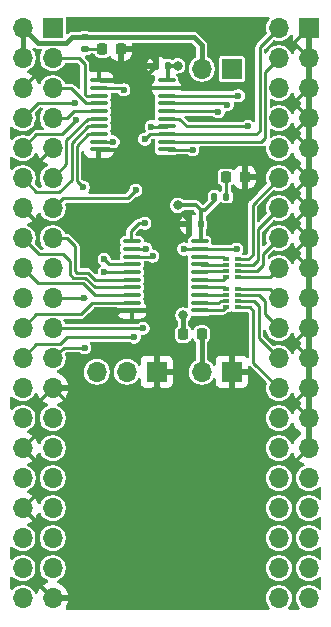
<source format=gbr>
%TF.GenerationSoftware,KiCad,Pcbnew,9.0.0*%
%TF.CreationDate,2025-03-31T20:31:44+01:00*%
%TF.ProjectId,TubeAdaptor,54756265-4164-4617-9074-6f722e6b6963,02a*%
%TF.SameCoordinates,Original*%
%TF.FileFunction,Copper,L1,Top*%
%TF.FilePolarity,Positive*%
%FSLAX46Y46*%
G04 Gerber Fmt 4.6, Leading zero omitted, Abs format (unit mm)*
G04 Created by KiCad (PCBNEW 9.0.0) date 2025-03-31 20:31:44*
%MOMM*%
%LPD*%
G01*
G04 APERTURE LIST*
G04 Aperture macros list*
%AMRoundRect*
0 Rectangle with rounded corners*
0 $1 Rounding radius*
0 $2 $3 $4 $5 $6 $7 $8 $9 X,Y pos of 4 corners*
0 Add a 4 corners polygon primitive as box body*
4,1,4,$2,$3,$4,$5,$6,$7,$8,$9,$2,$3,0*
0 Add four circle primitives for the rounded corners*
1,1,$1+$1,$2,$3*
1,1,$1+$1,$4,$5*
1,1,$1+$1,$6,$7*
1,1,$1+$1,$8,$9*
0 Add four rect primitives between the rounded corners*
20,1,$1+$1,$2,$3,$4,$5,0*
20,1,$1+$1,$4,$5,$6,$7,0*
20,1,$1+$1,$6,$7,$8,$9,0*
20,1,$1+$1,$8,$9,$2,$3,0*%
G04 Aperture macros list end*
%TA.AperFunction,SMDPad,CuDef*%
%ADD10R,0.500000X0.320000*%
%TD*%
%TA.AperFunction,ComponentPad*%
%ADD11R,1.700000X1.700000*%
%TD*%
%TA.AperFunction,ComponentPad*%
%ADD12O,1.700000X1.700000*%
%TD*%
%TA.AperFunction,SMDPad,CuDef*%
%ADD13RoundRect,0.140000X0.140000X0.170000X-0.140000X0.170000X-0.140000X-0.170000X0.140000X-0.170000X0*%
%TD*%
%TA.AperFunction,SMDPad,CuDef*%
%ADD14RoundRect,0.100000X-0.637500X-0.100000X0.637500X-0.100000X0.637500X0.100000X-0.637500X0.100000X0*%
%TD*%
%TA.AperFunction,SMDPad,CuDef*%
%ADD15RoundRect,0.135000X-0.135000X-0.185000X0.135000X-0.185000X0.135000X0.185000X-0.135000X0.185000X0*%
%TD*%
%TA.AperFunction,SMDPad,CuDef*%
%ADD16RoundRect,0.218750X0.218750X0.256250X-0.218750X0.256250X-0.218750X-0.256250X0.218750X-0.256250X0*%
%TD*%
%TA.AperFunction,SMDPad,CuDef*%
%ADD17RoundRect,0.135000X-0.185000X0.135000X-0.185000X-0.135000X0.185000X-0.135000X0.185000X0.135000X0*%
%TD*%
%TA.AperFunction,SMDPad,CuDef*%
%ADD18RoundRect,0.218750X-0.218750X-0.256250X0.218750X-0.256250X0.218750X0.256250X-0.218750X0.256250X0*%
%TD*%
%TA.AperFunction,ViaPad*%
%ADD19C,0.600000*%
%TD*%
%TA.AperFunction,ViaPad*%
%ADD20C,0.800000*%
%TD*%
%TA.AperFunction,Conductor*%
%ADD21C,0.250000*%
%TD*%
%TA.AperFunction,Conductor*%
%ADD22C,0.350000*%
%TD*%
%TA.AperFunction,Conductor*%
%ADD23C,0.400000*%
%TD*%
G04 APERTURE END LIST*
D10*
%TO.P,RN1,1,R1.1*%
%TO.N,/IC2_D0*%
X141630400Y-75438000D03*
%TO.P,RN1,2,R2.1*%
%TO.N,/IC2_D1*%
X141630400Y-75938000D03*
%TO.P,RN1,3,R3.1*%
%TO.N,/IC2_D2*%
X141630400Y-76438000D03*
%TO.P,RN1,4,R4.1*%
%TO.N,/IC2_D3*%
X141630400Y-76938000D03*
%TO.P,RN1,5,R4.2*%
%TO.N,/D3*%
X142630400Y-76938000D03*
%TO.P,RN1,6,R3.2*%
%TO.N,/D2*%
X142630400Y-76438000D03*
%TO.P,RN1,7,R2.2*%
%TO.N,/D1*%
X142630400Y-75938000D03*
%TO.P,RN1,8,R1.2*%
%TO.N,/D0*%
X142630400Y-75438000D03*
%TD*%
%TO.P,RN2,1,R1.1*%
%TO.N,/IC2_D4*%
X141630400Y-77990000D03*
%TO.P,RN2,2,R2.1*%
%TO.N,/IC2_D5*%
X141630400Y-78490000D03*
%TO.P,RN2,3,R3.1*%
%TO.N,/IC2_D6*%
X141630400Y-78990000D03*
%TO.P,RN2,4,R4.1*%
%TO.N,/IC2_D7*%
X141630400Y-79490000D03*
%TO.P,RN2,5,R4.2*%
%TO.N,/D7*%
X142630400Y-79490000D03*
%TO.P,RN2,6,R3.2*%
%TO.N,/D6*%
X142630400Y-78990000D03*
%TO.P,RN2,7,R2.2*%
%TO.N,/D5*%
X142630400Y-78490000D03*
%TO.P,RN2,8,R1.2*%
%TO.N,/D4*%
X142630400Y-77990000D03*
%TD*%
D11*
%TO.P,JP1,1,Pin_1*%
%TO.N,/TPWR*%
X142138400Y-59309000D03*
D12*
%TO.P,JP1,2,Pin_2*%
%TO.N,/RPiPWR*%
X139598400Y-59309000D03*
%TD*%
D13*
%TO.P,C2,1*%
%TO.N,+3V3*%
X139519600Y-72491600D03*
%TO.P,C2,2*%
%TO.N,GND*%
X138559600Y-72491600D03*
%TD*%
D11*
%TO.P,SERIAL1,1,Pin_1*%
%TO.N,GND*%
X135788400Y-84963000D03*
D12*
%TO.P,SERIAL1,2,Pin_2*%
%TO.N,/SerTX*%
X133248400Y-84963000D03*
%TO.P,SERIAL1,3,Pin_3*%
%TO.N,/SerRX*%
X130708400Y-84963000D03*
%TD*%
D14*
%TO.P,IC2,1,A->B*%
%TO.N,/R~{W}*%
X133687900Y-73910000D03*
%TO.P,IC2,2,A0*%
%TO.N,/LD0*%
X133687900Y-74560000D03*
%TO.P,IC2,3,A1*%
%TO.N,/LD1*%
X133687900Y-75210000D03*
%TO.P,IC2,4,A2*%
%TO.N,/LD2*%
X133687900Y-75860000D03*
%TO.P,IC2,5,A3*%
%TO.N,/LD3*%
X133687900Y-76510000D03*
%TO.P,IC2,6,A4*%
%TO.N,/LD4*%
X133687900Y-77160000D03*
%TO.P,IC2,7,A5*%
%TO.N,/LD5*%
X133687900Y-77810000D03*
%TO.P,IC2,8,A6*%
%TO.N,/LD6*%
X133687900Y-78460000D03*
%TO.P,IC2,9,A7*%
%TO.N,/LD7*%
X133687900Y-79110000D03*
%TO.P,IC2,10,GND*%
%TO.N,GND*%
X133687900Y-79760000D03*
%TO.P,IC2,11,B7*%
%TO.N,/IC2_D7*%
X139412900Y-79760000D03*
%TO.P,IC2,12,B6*%
%TO.N,/IC2_D6*%
X139412900Y-79110000D03*
%TO.P,IC2,13,B5*%
%TO.N,/IC2_D5*%
X139412900Y-78460000D03*
%TO.P,IC2,14,B4*%
%TO.N,/IC2_D4*%
X139412900Y-77810000D03*
%TO.P,IC2,15,B3*%
%TO.N,/IC2_D3*%
X139412900Y-77160000D03*
%TO.P,IC2,16,B2*%
%TO.N,/IC2_D2*%
X139412900Y-76510000D03*
%TO.P,IC2,17,B1*%
%TO.N,/IC2_D1*%
X139412900Y-75860000D03*
%TO.P,IC2,18,B0*%
%TO.N,/IC2_D0*%
X139412900Y-75210000D03*
%TO.P,IC2,19,CE*%
%TO.N,/~{TUBE}*%
X139412900Y-74560000D03*
%TO.P,IC2,20,VCC*%
%TO.N,+3V3*%
X139412900Y-73910000D03*
%TD*%
D15*
%TO.P,R2,1*%
%TO.N,+3V3*%
X140675900Y-70142100D03*
%TO.P,R2,2*%
%TO.N,Net-(D2-A)*%
X141695900Y-70142100D03*
%TD*%
D16*
%TO.P,D2,1,K*%
%TO.N,GND*%
X143230700Y-68491100D03*
%TO.P,D2,2,A*%
%TO.N,Net-(D2-A)*%
X141655700Y-68491100D03*
%TD*%
%TO.P,D1,1,K*%
%TO.N,GND*%
X132765900Y-57658000D03*
%TO.P,D1,2,A*%
%TO.N,Net-(D1-A)*%
X131190900Y-57658000D03*
%TD*%
D17*
%TO.P,R1,1*%
%TO.N,/RPiPWR*%
X129692400Y-56640000D03*
%TO.P,R1,2*%
%TO.N,Net-(D1-A)*%
X129692400Y-57660000D03*
%TD*%
D11*
%TO.P,PWR1,1,Pin_1*%
%TO.N,GND*%
X142138400Y-84963000D03*
D12*
%TO.P,PWR1,2,Pin_2*%
%TO.N,Net-(PWR1-Pin_2)*%
X139598400Y-84963000D03*
%TD*%
D11*
%TO.P,CN1,1,Pin_1*%
%TO.N,GND*%
X148678900Y-55880000D03*
D12*
%TO.P,CN1,2,Pin_2*%
%TO.N,/R~{W}*%
X146138900Y-55880000D03*
%TO.P,CN1,3,Pin_3*%
%TO.N,GND*%
X148678900Y-58420000D03*
%TO.P,CN1,4,Pin_4*%
%TO.N,/2MHz*%
X146138900Y-58420000D03*
%TO.P,CN1,5,Pin_5*%
%TO.N,GND*%
X148678900Y-60960000D03*
%TO.P,CN1,6,Pin_6*%
%TO.N,/~{IRQ}*%
X146138900Y-60960000D03*
%TO.P,CN1,7,Pin_7*%
%TO.N,GND*%
X148678900Y-63500000D03*
%TO.P,CN1,8,Pin_8*%
%TO.N,/~{TUBE}*%
X146138900Y-63500000D03*
%TO.P,CN1,9,Pin_9*%
%TO.N,GND*%
X148678900Y-66040000D03*
%TO.P,CN1,10,Pin_10*%
%TO.N,/~{RST}*%
X146138900Y-66040000D03*
%TO.P,CN1,11,Pin_11*%
%TO.N,GND*%
X148678900Y-68580000D03*
%TO.P,CN1,12,Pin_12*%
%TO.N,/D0*%
X146138900Y-68580000D03*
%TO.P,CN1,13,Pin_13*%
%TO.N,GND*%
X148678900Y-71120000D03*
%TO.P,CN1,14,Pin_14*%
%TO.N,/D1*%
X146138900Y-71120000D03*
%TO.P,CN1,15,Pin_15*%
%TO.N,GND*%
X148678900Y-73660000D03*
%TO.P,CN1,16,Pin_16*%
%TO.N,/D2*%
X146138900Y-73660000D03*
%TO.P,CN1,17,Pin_17*%
%TO.N,GND*%
X148678900Y-76200000D03*
%TO.P,CN1,18,Pin_18*%
%TO.N,/D3*%
X146138900Y-76200000D03*
%TO.P,CN1,19,Pin_19*%
%TO.N,GND*%
X148678900Y-78740000D03*
%TO.P,CN1,20,Pin_20*%
%TO.N,/D4*%
X146138900Y-78740000D03*
%TO.P,CN1,21,Pin_21*%
%TO.N,GND*%
X148678900Y-81280000D03*
%TO.P,CN1,22,Pin_22*%
%TO.N,/D5*%
X146138900Y-81280000D03*
%TO.P,CN1,23,Pin_23*%
%TO.N,GND*%
X148678900Y-83820000D03*
%TO.P,CN1,24,Pin_24*%
%TO.N,/D6*%
X146138900Y-83820000D03*
%TO.P,CN1,25,Pin_25*%
%TO.N,GND*%
X148678900Y-86360000D03*
%TO.P,CN1,26,Pin_26*%
%TO.N,/D7*%
X146138900Y-86360000D03*
%TO.P,CN1,27,Pin_27*%
%TO.N,GND*%
X148678900Y-88900000D03*
%TO.P,CN1,28,Pin_28*%
%TO.N,/A0*%
X146138900Y-88900000D03*
%TO.P,CN1,29,Pin_29*%
%TO.N,GND*%
X148678900Y-91440000D03*
%TO.P,CN1,30,Pin_30*%
%TO.N,/A1*%
X146138900Y-91440000D03*
%TO.P,CN1,31,Pin_31*%
%TO.N,/TPWR*%
X148678900Y-93980000D03*
%TO.P,CN1,32,Pin_32*%
%TO.N,/A2*%
X146138900Y-93980000D03*
%TO.P,CN1,33,Pin_33*%
%TO.N,/TPWR*%
X148678900Y-96520000D03*
%TO.P,CN1,34,Pin_34*%
%TO.N,/A3*%
X146138900Y-96520000D03*
%TO.P,CN1,35,Pin_35*%
%TO.N,/TPWR*%
X148678900Y-99060000D03*
%TO.P,CN1,36,Pin_36*%
%TO.N,/A4*%
X146138900Y-99060000D03*
%TO.P,CN1,37,Pin_37*%
%TO.N,/TPWR*%
X148678900Y-101600000D03*
%TO.P,CN1,38,Pin_38*%
%TO.N,/A5*%
X146138900Y-101600000D03*
%TO.P,CN1,39,Pin_39*%
%TO.N,/TPWR*%
X148678900Y-104140000D03*
%TO.P,CN1,40,Pin_40*%
%TO.N,/A6*%
X146138900Y-104140000D03*
%TD*%
D13*
%TO.P,C1,1*%
%TO.N,+3V3*%
X136723200Y-59055000D03*
%TO.P,C1,2*%
%TO.N,GND*%
X135763200Y-59055000D03*
%TD*%
D14*
%TO.P,IC1,1,A->B*%
%TO.N,GND*%
X130893900Y-60295600D03*
%TO.P,IC1,2,A0*%
%TO.N,/LA0*%
X130893900Y-60945600D03*
%TO.P,IC1,3,A1*%
%TO.N,/LA1*%
X130893900Y-61595600D03*
%TO.P,IC1,4,A2*%
%TO.N,/LA2*%
X130893900Y-62245600D03*
%TO.P,IC1,5,A3*%
%TO.N,/L~{RST}*%
X130893900Y-62895600D03*
%TO.P,IC1,6,A4*%
%TO.N,/L~{TUBE}*%
X130893900Y-63545600D03*
%TO.P,IC1,7,A5*%
%TO.N,/LR~{W}*%
X130893900Y-64195600D03*
%TO.P,IC1,8,A6*%
%TO.N,/L2MHz*%
X130893900Y-64845600D03*
%TO.P,IC1,9,A7*%
%TO.N,/LA3*%
X130893900Y-65495600D03*
%TO.P,IC1,10,GND*%
%TO.N,GND*%
X130893900Y-66145600D03*
%TO.P,IC1,11,B7*%
%TO.N,/A3*%
X136618900Y-66145600D03*
%TO.P,IC1,12,B6*%
%TO.N,/2MHz*%
X136618900Y-65495600D03*
%TO.P,IC1,13,B5*%
%TO.N,/R~{W}*%
X136618900Y-64845600D03*
%TO.P,IC1,14,B4*%
%TO.N,/~{TUBE}*%
X136618900Y-64195600D03*
%TO.P,IC1,15,B3*%
%TO.N,/~{RST}*%
X136618900Y-63545600D03*
%TO.P,IC1,16,B2*%
%TO.N,/A2*%
X136618900Y-62895600D03*
%TO.P,IC1,17,B1*%
%TO.N,/A1*%
X136618900Y-62245600D03*
%TO.P,IC1,18,B0*%
%TO.N,/A0*%
X136618900Y-61595600D03*
%TO.P,IC1,19,CE*%
%TO.N,GND*%
X136618900Y-60945600D03*
%TO.P,IC1,20,VCC*%
%TO.N,+3V3*%
X136618900Y-60295600D03*
%TD*%
D18*
%TO.P,F1,1*%
%TO.N,/RPiPWR*%
X138023400Y-81776000D03*
%TO.P,F1,2*%
%TO.N,Net-(PWR1-Pin_2)*%
X139598400Y-81776000D03*
%TD*%
D11*
%TO.P,CN2,1,Pin_1*%
%TO.N,+3V3*%
X126974600Y-55880000D03*
D12*
%TO.P,CN2,2,Pin_2*%
%TO.N,/RPiPWR*%
X124434600Y-55880000D03*
%TO.P,CN2,3,Pin_3*%
%TO.N,/LA1*%
X126974600Y-58420000D03*
%TO.P,CN2,4,Pin_4*%
%TO.N,/RPiPWR*%
X124434600Y-58420000D03*
%TO.P,CN2,5,Pin_5*%
%TO.N,/LA2*%
X126974600Y-60960000D03*
%TO.P,CN2,6,Pin_6*%
%TO.N,GND*%
X124434600Y-60960000D03*
%TO.P,CN2,7,Pin_7*%
%TO.N,/L~{RST}*%
X126974600Y-63500000D03*
%TO.P,CN2,8,Pin_8*%
%TO.N,/SerTX*%
X124434600Y-63500000D03*
%TO.P,CN2,9,Pin_9*%
%TO.N,GND*%
X126974600Y-66040000D03*
%TO.P,CN2,10,Pin_10*%
%TO.N,/SerRX*%
X124434600Y-66040000D03*
%TO.P,CN2,11,Pin_11*%
%TO.N,/L~{TUBE}*%
X126974600Y-68580000D03*
%TO.P,CN2,12,Pin_12*%
%TO.N,/LR~{W}*%
X124434600Y-68580000D03*
%TO.P,CN2,13,Pin_13*%
%TO.N,/LA0*%
X126974600Y-71120000D03*
%TO.P,CN2,14,Pin_14*%
%TO.N,GND*%
X124434600Y-71120000D03*
%TO.P,CN2,15,Pin_15*%
%TO.N,/LD4*%
X126974600Y-73660000D03*
%TO.P,CN2,16,Pin_16*%
%TO.N,/LD5*%
X124434600Y-73660000D03*
%TO.P,CN2,17,Pin_17*%
%TO.N,+3V3*%
X126974600Y-76200000D03*
%TO.P,CN2,18,Pin_18*%
%TO.N,/LD6*%
X124434600Y-76200000D03*
%TO.P,CN2,19,Pin_19*%
%TO.N,/LD2*%
X126974600Y-78740000D03*
%TO.P,CN2,20,Pin_20*%
%TO.N,GND*%
X124434600Y-78740000D03*
%TO.P,CN2,21,Pin_21*%
%TO.N,/LD1*%
X126974600Y-81280000D03*
%TO.P,CN2,22,Pin_22*%
%TO.N,/LD7*%
X124434600Y-81280000D03*
%TO.P,CN2,23,Pin_23*%
%TO.N,/LD3*%
X126974600Y-83820000D03*
%TO.P,CN2,24,Pin_24*%
%TO.N,/LD0*%
X124434600Y-83820000D03*
%TO.P,CN2,25,Pin_25*%
%TO.N,GND*%
X126974600Y-86360000D03*
%TO.P,CN2,26,Pin_26*%
%TO.N,/L2MHz*%
X124434600Y-86360000D03*
%TO.P,CN2,27,Pin_27*%
%TO.N,unconnected-(CN2-Pin_27-Pad27)*%
X126974600Y-88900000D03*
%TO.P,CN2,28,Pin_28*%
%TO.N,unconnected-(CN2-Pin_28-Pad28)*%
X124434600Y-88900000D03*
%TO.P,CN2,29,Pin_29*%
%TO.N,/LA3*%
X126974600Y-91440000D03*
%TO.P,CN2,30,Pin_30*%
%TO.N,GND*%
X124434600Y-91440000D03*
%TO.P,CN2,31,Pin_31*%
%TO.N,unconnected-(CN2-Pin_31-Pad31)*%
X126974600Y-93980000D03*
%TO.P,CN2,32,Pin_32*%
%TO.N,unconnected-(CN2-Pin_32-Pad32)*%
X124434600Y-93980000D03*
%TO.P,CN2,33,Pin_33*%
%TO.N,unconnected-(CN2-Pin_33-Pad33)*%
X126974600Y-96520000D03*
%TO.P,CN2,34,Pin_34*%
%TO.N,GND*%
X124434600Y-96520000D03*
%TO.P,CN2,35,Pin_35*%
%TO.N,unconnected-(CN2-Pin_35-Pad35)*%
X126974600Y-99060000D03*
%TO.P,CN2,36,Pin_36*%
%TO.N,unconnected-(CN2-Pin_36-Pad36)*%
X124434600Y-99060000D03*
%TO.P,CN2,37,Pin_37*%
%TO.N,unconnected-(CN2-Pin_37-Pad37)*%
X126974600Y-101600000D03*
%TO.P,CN2,38,Pin_38*%
%TO.N,unconnected-(CN2-Pin_38-Pad38)*%
X124434600Y-101600000D03*
%TO.P,CN2,39,Pin_39*%
%TO.N,GND*%
X126974600Y-104140000D03*
%TO.P,CN2,40,Pin_40*%
%TO.N,unconnected-(CN2-Pin_40-Pad40)*%
X124434600Y-104140000D03*
%TD*%
D19*
%TO.N,/A3*%
X138836400Y-66167000D03*
%TO.N,/A2*%
X140995400Y-62946000D03*
%TO.N,/A1*%
X141757400Y-62357000D03*
%TO.N,/A0*%
X142709900Y-61595000D03*
D20*
%TO.N,GND*%
X143662400Y-69850000D03*
X135015400Y-60971000D03*
X130200400Y-80518000D03*
X130810000Y-67284600D03*
D19*
X125679200Y-64084200D03*
%TO.N,/~{RST}*%
X143535400Y-64185800D03*
%TO.N,/R~{W}*%
X134766400Y-65278000D03*
X134772400Y-72390000D03*
%TO.N,/LA0*%
X134010400Y-69596000D03*
X132994400Y-61087000D03*
%TO.N,/LA3*%
X132105400Y-65506600D03*
%TO.N,/LD3*%
X131343400Y-76517500D03*
X129692400Y-82931000D03*
%TO.N,/SerRX*%
X128988400Y-63610000D03*
%TO.N,/SerTX*%
X128879600Y-62204600D03*
%TO.N,/LD2*%
X129628900Y-78740000D03*
X131343400Y-75438000D03*
%TO.N,/LD1*%
X135432800Y-75184000D03*
X134645400Y-81280000D03*
%TO.N,/LD0*%
X134874000Y-74549000D03*
X133883400Y-82042000D03*
D20*
%TO.N,+3V3*%
X137566400Y-70866000D03*
X137566400Y-59055000D03*
D19*
%TO.N,/L2MHz*%
X129575400Y-69342000D03*
D20*
%TO.N,/RPiPWR*%
X138023400Y-80175100D03*
D19*
%TO.N,/~{TUBE}*%
X142544800Y-74574400D03*
X138074400Y-74574400D03*
X135331200Y-64210000D03*
%TD*%
D21*
%TO.N,/A3*%
X138836400Y-66167000D02*
X136727800Y-66167000D01*
%TO.N,/A2*%
X136706400Y-62895600D02*
X140945000Y-62895600D01*
X140945000Y-62895600D02*
X140995400Y-62946000D01*
%TO.N,/A1*%
X141646000Y-62245600D02*
X141757400Y-62357000D01*
X136706400Y-62245600D02*
X141646000Y-62245600D01*
%TO.N,/A0*%
X136707000Y-61595000D02*
X142709900Y-61595000D01*
D22*
%TO.N,GND*%
X124434600Y-91440000D02*
X125659601Y-90214999D01*
X138554600Y-72171600D02*
X138057832Y-71674832D01*
X147408900Y-74930000D02*
X148678900Y-73660000D01*
X148678900Y-71120000D02*
X147472400Y-72326500D01*
X127990600Y-87376000D02*
X126974600Y-86360000D01*
X147383500Y-67284600D02*
X133858000Y-67284600D01*
X142392400Y-87630000D02*
X142138400Y-87376000D01*
X148678900Y-88900000D02*
X147408900Y-87630000D01*
X148678900Y-60960000D02*
X147408900Y-62230000D01*
X130806400Y-66145600D02*
X130806400Y-67306400D01*
X148678900Y-63500000D02*
X147408900Y-62230000D01*
X130806400Y-67306400D02*
X130810000Y-67310000D01*
X133756400Y-79756000D02*
X132740400Y-79756000D01*
X147408900Y-87630000D02*
X148678900Y-86360000D01*
X134575400Y-87376000D02*
X127990600Y-87376000D01*
X125749599Y-95205001D02*
X125749599Y-92754999D01*
X135015400Y-60971000D02*
X136681000Y-60971000D01*
X138554600Y-72491600D02*
X138554600Y-72171600D01*
X148678900Y-68580000D02*
X147383500Y-67284600D01*
X133600400Y-79760000D02*
X135284400Y-79760000D01*
X124434600Y-71120000D02*
X125659601Y-72345001D01*
X126974600Y-104140000D02*
X125691900Y-102857300D01*
X148678900Y-58420000D02*
X147408900Y-57150000D01*
X135015400Y-59797800D02*
X135758200Y-59055000D01*
X135015400Y-60971000D02*
X133877402Y-60971000D01*
X126974600Y-66040000D02*
X125628400Y-67386200D01*
X133858000Y-67284600D02*
X133858000Y-60951598D01*
X135788400Y-80264000D02*
X135788400Y-84963000D01*
X143230700Y-67296302D02*
X143230700Y-68491100D01*
X133202002Y-60295600D02*
X130806400Y-60295600D01*
X135284400Y-79760000D02*
X135788400Y-80264000D01*
X148678900Y-83820000D02*
X147408900Y-82550000D01*
X125691900Y-102857300D02*
X125691900Y-97777300D01*
X148678900Y-63500000D02*
X147408900Y-64770000D01*
X126974600Y-86360000D02*
X125659601Y-87674999D01*
X135788400Y-86163000D02*
X134575400Y-87376000D01*
X135788400Y-86163000D02*
X137255400Y-87630000D01*
X135015400Y-60971000D02*
X135015400Y-59797800D01*
X132740400Y-79756000D02*
X131978400Y-80518000D01*
X124434600Y-96520000D02*
X125749599Y-95205001D01*
X147472400Y-69913500D02*
X148678900Y-71120000D01*
X147472400Y-69786500D02*
X147472400Y-69913500D01*
X125691900Y-97777300D02*
X124434600Y-96520000D01*
X148678900Y-73660000D02*
X147408900Y-72390000D01*
X132765900Y-57658000D02*
X134681200Y-57658000D01*
X135758200Y-58735000D02*
X135758200Y-59055000D01*
X148678900Y-81280000D02*
X147472400Y-82486500D01*
X134681200Y-57658000D02*
X135758200Y-58735000D01*
X125659601Y-90214999D02*
X125659601Y-87674999D01*
X135788400Y-84963000D02*
X135788400Y-86163000D01*
X125749599Y-92754999D02*
X124434600Y-91440000D01*
X125659601Y-72345001D02*
X132740400Y-72345001D01*
X148678900Y-76200000D02*
X147408900Y-74930000D01*
X124434600Y-60960000D02*
X125450600Y-59944000D01*
X130200400Y-80518000D02*
X131978400Y-80518000D01*
X133858000Y-67284600D02*
X130810000Y-67284600D01*
X142392400Y-87630000D02*
X137255400Y-87630000D01*
X148678900Y-91440000D02*
X147408900Y-92710000D01*
X147408900Y-64770000D02*
X148678900Y-66040000D01*
X148678900Y-68580000D02*
X147472400Y-69786500D01*
X132740400Y-72345001D02*
X133410569Y-71674832D01*
X133410569Y-71674832D02*
X138057832Y-71674832D01*
X133858000Y-60951598D02*
X133202002Y-60295600D01*
X147408900Y-57150000D02*
X148678900Y-55880000D01*
X142138400Y-87376000D02*
X142138400Y-84963000D01*
X147408900Y-87630000D02*
X142392400Y-87630000D01*
D21*
%TO.N,/D7*%
X143973685Y-79813285D02*
X143973685Y-84194785D01*
X143973685Y-79813285D02*
X143650400Y-79490000D01*
X143973685Y-84194785D02*
X146138900Y-86360000D01*
X143650400Y-79490000D02*
X142630400Y-79490000D01*
%TO.N,/D6*%
X144423695Y-79374295D02*
X144039400Y-78990000D01*
X144423695Y-82104795D02*
X144423695Y-79374295D01*
X144039400Y-78990000D02*
X142630400Y-78990000D01*
X146138900Y-83820000D02*
X144423695Y-82104795D01*
%TO.N,/D5*%
X144420400Y-78490000D02*
X144424400Y-78494000D01*
X144932400Y-80073500D02*
X146138900Y-81280000D01*
X144432400Y-78494000D02*
X144932400Y-78994000D01*
X144424400Y-78494000D02*
X144432400Y-78494000D01*
X144420400Y-78490000D02*
X142630400Y-78490000D01*
X144932400Y-78994000D02*
X144932400Y-80073500D01*
%TO.N,/D4*%
X145388900Y-77990000D02*
X146138900Y-78740000D01*
X145388900Y-77990000D02*
X142630400Y-77990000D01*
%TO.N,/D3*%
X145400900Y-76938000D02*
X146138900Y-76200000D01*
X142630400Y-76938000D02*
X145400900Y-76938000D01*
%TO.N,/D2*%
X144805400Y-75914000D02*
X144805400Y-74993500D01*
X142630400Y-76438000D02*
X144281400Y-76438000D01*
X144281400Y-76438000D02*
X144805400Y-75914000D01*
X144805400Y-74993500D02*
X146138900Y-73660000D01*
%TO.N,/D1*%
X144355390Y-72903510D02*
X146138900Y-71120000D01*
X143924400Y-75938000D02*
X144355390Y-75507010D01*
X142630400Y-75938000D02*
X143924400Y-75938000D01*
X144355390Y-75507010D02*
X144355390Y-72903510D01*
%TO.N,/~{RST}*%
X137681400Y-63545600D02*
X138321600Y-64185800D01*
X136706400Y-63545600D02*
X137681400Y-63545600D01*
X138321600Y-64185800D02*
X143535400Y-64185800D01*
%TO.N,/R~{W}*%
X133600400Y-73054000D02*
X133600400Y-73910000D01*
X135198800Y-64845600D02*
X136706400Y-64845600D01*
X144513889Y-57505011D02*
X144513889Y-64553511D01*
X134264400Y-72390000D02*
X133600400Y-73054000D01*
X144221800Y-64845600D02*
X136706400Y-64845600D01*
X144513889Y-64553511D02*
X144221800Y-64845600D01*
X134766400Y-65278000D02*
X135198800Y-64845600D01*
X134772400Y-72390000D02*
X134264400Y-72390000D01*
X146138900Y-55880000D02*
X144513889Y-57505011D01*
%TO.N,/L~{RST}*%
X128777798Y-62895600D02*
X128777798Y-62898883D01*
X130806400Y-62895600D02*
X128777798Y-62895600D01*
X128176681Y-63500000D02*
X126974600Y-63500000D01*
X128777798Y-62898883D02*
X128176681Y-63500000D01*
%TO.N,/LA0*%
X132853000Y-60945600D02*
X132994400Y-61087000D01*
X132853000Y-60945600D02*
X130806400Y-60945600D01*
X127824599Y-70270001D02*
X133336399Y-70270001D01*
X126974600Y-71120000D02*
X127824599Y-70270001D01*
X133336399Y-70270001D02*
X134010400Y-69596000D01*
%TO.N,/LA3*%
X132105400Y-65506600D02*
X130817400Y-65506600D01*
%TO.N,/LD4*%
X130528220Y-77160000D02*
X129938201Y-76569981D01*
X128872410Y-76396010D02*
X128872410Y-74355729D01*
X129046381Y-76569981D02*
X128872410Y-76396010D01*
X128176681Y-73660000D02*
X128872410Y-74355729D01*
X133600400Y-77160000D02*
X130528220Y-77160000D01*
X129938201Y-76569981D02*
X129046381Y-76569981D01*
X126974600Y-73660000D02*
X128176681Y-73660000D01*
%TO.N,/LD3*%
X127026810Y-83820000D02*
X127915810Y-82931000D01*
X131343400Y-76517500D02*
X133592900Y-76517500D01*
X127915810Y-82931000D02*
X129692400Y-82931000D01*
%TO.N,/LD5*%
X133600400Y-77810000D02*
X130541810Y-77810000D01*
X130541810Y-77810000D02*
X129751800Y-77019990D01*
X128422400Y-75627998D02*
X127819401Y-75024999D01*
X128734390Y-77019990D02*
X128422400Y-76708000D01*
X127819401Y-75024999D02*
X125799599Y-75024999D01*
X129751800Y-77019990D02*
X128734390Y-77019990D01*
X125799599Y-75024999D02*
X124434600Y-73660000D01*
X128422400Y-76708000D02*
X128422400Y-75627998D01*
%TO.N,/LD6*%
X130555400Y-78460000D02*
X133600400Y-78460000D01*
X129565400Y-77470000D02*
X130555400Y-78460000D01*
X124434600Y-76200000D02*
X125704600Y-77470000D01*
X125704600Y-77470000D02*
X129565400Y-77470000D01*
%TO.N,/LD7*%
X129343401Y-80104999D02*
X130338400Y-79110000D01*
X124434600Y-81280000D02*
X125609601Y-80104999D01*
X130338400Y-79110000D02*
X133600400Y-79110000D01*
X125609601Y-80104999D02*
X129343401Y-80104999D01*
%TO.N,/LR~{W}*%
X128599611Y-68693991D02*
X127538601Y-69755001D01*
X124434600Y-68580000D02*
X125609601Y-69755001D01*
X130806400Y-64195600D02*
X129964212Y-64195600D01*
X125609601Y-69755001D02*
X127538601Y-69755001D01*
X128599611Y-65560201D02*
X128599611Y-68693991D01*
X129964212Y-64195600D02*
X128599611Y-65560201D01*
%TO.N,/LA2*%
X129831400Y-62245600D02*
X128545800Y-60960000D01*
X130806400Y-62245600D02*
X129831400Y-62245600D01*
X128545800Y-60960000D02*
X126974600Y-60960000D01*
%TO.N,/LA1*%
X129235200Y-58420000D02*
X126974600Y-58420000D01*
X129831400Y-61595600D02*
X129692400Y-61456600D01*
X129692400Y-58877200D02*
X129235200Y-58420000D01*
X129692400Y-61456600D02*
X129692400Y-58877200D01*
X130806400Y-61595600D02*
X129831400Y-61595600D01*
%TO.N,/SerRX*%
X125609601Y-64864999D02*
X127733401Y-64864999D01*
X124434600Y-66040000D02*
X125609601Y-64864999D01*
X127733401Y-64864999D02*
X128988400Y-63610000D01*
%TO.N,/SerTX*%
X124434600Y-63500000D02*
X125730000Y-62204600D01*
X125730000Y-62204600D02*
X128879600Y-62204600D01*
%TO.N,/LD2*%
X131765400Y-75860000D02*
X131343400Y-75438000D01*
X126974600Y-78740000D02*
X129774621Y-78740000D01*
X133600400Y-75860000D02*
X131765400Y-75860000D01*
%TO.N,/LD1*%
X126974600Y-81280000D02*
X134645400Y-81280000D01*
X135406800Y-75210000D02*
X135432800Y-75184000D01*
X133600400Y-75210000D02*
X135406800Y-75210000D01*
%TO.N,/LD0*%
X125609601Y-82644999D02*
X127565401Y-82644999D01*
X124434600Y-83820000D02*
X125609601Y-82644999D01*
X127565401Y-82644999D02*
X128168400Y-82042000D01*
X134874000Y-74549000D02*
X133600400Y-74560000D01*
X128168400Y-82042000D02*
X133883400Y-82042000D01*
%TO.N,/D0*%
X143905380Y-70813520D02*
X146138900Y-68580000D01*
X143535400Y-75438000D02*
X143905380Y-75068020D01*
X142630400Y-75438000D02*
X143535400Y-75438000D01*
X143905380Y-75068020D02*
X143905380Y-70813520D01*
D22*
%TO.N,+3V3*%
X139524600Y-71300200D02*
X139862800Y-71300200D01*
X136728200Y-59055000D02*
X136728200Y-60273800D01*
X137566400Y-70866000D02*
X139090400Y-70866000D01*
X140700900Y-70462100D02*
X140700900Y-70142100D01*
X137566400Y-59055000D02*
X136728200Y-59055000D01*
X139862800Y-71300200D02*
X140700900Y-70462100D01*
X139524600Y-71300200D02*
X139524600Y-72491600D01*
X139090400Y-70866000D02*
X139524600Y-71300200D01*
X139500400Y-73910000D02*
X139500400Y-72515800D01*
D21*
%TO.N,/L2MHz*%
X129540000Y-69342000D02*
X129029611Y-68831611D01*
X129029611Y-65826989D02*
X130010999Y-64845600D01*
X129575400Y-69342000D02*
X129540000Y-69342000D01*
X130010999Y-64845600D02*
X130806400Y-64845600D01*
X129029611Y-68831611D02*
X129029611Y-65826989D01*
D23*
%TO.N,/RPiPWR*%
X124434600Y-55880000D02*
X125704600Y-57150000D01*
X139598400Y-57327800D02*
X139598400Y-59309000D01*
X129692400Y-56640000D02*
X138910600Y-56640000D01*
X138023400Y-80175100D02*
X138023400Y-81776000D01*
X128627600Y-56640000D02*
X129692400Y-56640000D01*
X128117600Y-57150000D02*
X128627600Y-56640000D01*
X125704600Y-57150000D02*
X128117600Y-57150000D01*
X124434600Y-58420000D02*
X124434600Y-55880000D01*
X138910600Y-56640000D02*
X139598400Y-57327800D01*
D21*
%TO.N,/~{TUBE}*%
X135331200Y-64210000D02*
X136692000Y-64210000D01*
X138074400Y-74574400D02*
X139500400Y-74560000D01*
X142544800Y-74574400D02*
X139514800Y-74574400D01*
%TO.N,/2MHz*%
X144638600Y-65495600D02*
X136706400Y-65495600D01*
X144963899Y-65170301D02*
X144638600Y-65495600D01*
X146138900Y-58420000D02*
X144963899Y-59595001D01*
X144963899Y-59595001D02*
X144963899Y-65170301D01*
%TO.N,/L~{TUBE}*%
X128149601Y-65373801D02*
X129977802Y-63545600D01*
X128149601Y-67404999D02*
X128149601Y-65373801D01*
X126974600Y-68580000D02*
X128149601Y-67404999D01*
X129977802Y-63545600D02*
X130806400Y-63545600D01*
%TO.N,/IC2_D0*%
X141402400Y-75210000D02*
X141630400Y-75438000D01*
X139500400Y-75210000D02*
X141402400Y-75210000D01*
%TO.N,/IC2_D1*%
X139500400Y-75860000D02*
X139578400Y-75938000D01*
X139578400Y-75938000D02*
X141630400Y-75938000D01*
%TO.N,/IC2_D2*%
X139572400Y-76438000D02*
X141630400Y-76438000D01*
%TO.N,/IC2_D3*%
X139500400Y-77160000D02*
X141408400Y-77160000D01*
X141408400Y-77160000D02*
X141630400Y-76938000D01*
%TO.N,/IC2_D4*%
X141450400Y-77810000D02*
X141630400Y-77990000D01*
X139500400Y-77810000D02*
X141058900Y-77810000D01*
X141058900Y-77810000D02*
X141450400Y-77810000D01*
X141058900Y-77810000D02*
X141458400Y-77810000D01*
%TO.N,/IC2_D5*%
X141630400Y-78490000D02*
X139442900Y-78490000D01*
X139442900Y-78490000D02*
X139412900Y-78460000D01*
%TO.N,/IC2_D6*%
X141183399Y-78990000D02*
X141630400Y-78990000D01*
X139500400Y-79110000D02*
X141063399Y-79110000D01*
X141063399Y-79110000D02*
X141183399Y-78990000D01*
%TO.N,/IC2_D7*%
X139500400Y-79760000D02*
X141058900Y-79760000D01*
X141058900Y-79760000D02*
X141368400Y-79760000D01*
X141058900Y-79760000D02*
X141360400Y-79760000D01*
X141360400Y-79760000D02*
X141630400Y-79490000D01*
%TO.N,Net-(D1-A)*%
X129692400Y-57635000D02*
X131167900Y-57635000D01*
%TO.N,Net-(D2-A)*%
X141670900Y-70142100D02*
X141670900Y-68506300D01*
D23*
%TO.N,Net-(PWR1-Pin_2)*%
X139598400Y-81776000D02*
X139598400Y-84963000D01*
%TD*%
%TA.AperFunction,Conductor*%
%TO.N,GND*%
G36*
X145310332Y-54930502D02*
G01*
X145356825Y-54984158D01*
X145366929Y-55054432D01*
X145337435Y-55119012D01*
X145331306Y-55125595D01*
X145296439Y-55160461D01*
X145296436Y-55160464D01*
X145194249Y-55301112D01*
X145115321Y-55456017D01*
X145115318Y-55456023D01*
X145061598Y-55621357D01*
X145061597Y-55621360D01*
X145061597Y-55621362D01*
X145034400Y-55793074D01*
X145034400Y-55966926D01*
X145061597Y-56138638D01*
X145061598Y-56138642D01*
X145106886Y-56278025D01*
X145108913Y-56348993D01*
X145076149Y-56406056D01*
X144280872Y-57201333D01*
X144280870Y-57201335D01*
X144257534Y-57224671D01*
X144210214Y-57271990D01*
X144210210Y-57271995D01*
X144169391Y-57342698D01*
X144160251Y-57358529D01*
X144160251Y-57358530D01*
X144134388Y-57455049D01*
X144134388Y-57554973D01*
X144134389Y-57554976D01*
X144134389Y-57573049D01*
X144134389Y-63696416D01*
X144114387Y-63764537D01*
X144060731Y-63811030D01*
X143990457Y-63821134D01*
X143925877Y-63791640D01*
X143919294Y-63785511D01*
X143875877Y-63742094D01*
X143875867Y-63742086D01*
X143749433Y-63669089D01*
X143698717Y-63655500D01*
X143608401Y-63631300D01*
X143462399Y-63631300D01*
X143376086Y-63654427D01*
X143321366Y-63669089D01*
X143194932Y-63742086D01*
X143194922Y-63742094D01*
X143167622Y-63769395D01*
X143105310Y-63803421D01*
X143078527Y-63806300D01*
X138530984Y-63806300D01*
X138462863Y-63786298D01*
X138441889Y-63769395D01*
X138162689Y-63490195D01*
X138128663Y-63427883D01*
X138133728Y-63357068D01*
X138176275Y-63300232D01*
X138242795Y-63275421D01*
X138251784Y-63275100D01*
X140488127Y-63275100D01*
X140556248Y-63295102D01*
X140577222Y-63312005D01*
X140654922Y-63389705D01*
X140654927Y-63389709D01*
X140654929Y-63389711D01*
X140654930Y-63389712D01*
X140654932Y-63389713D01*
X140781366Y-63462710D01*
X140781368Y-63462710D01*
X140781371Y-63462712D01*
X140922399Y-63500500D01*
X140922401Y-63500500D01*
X141068399Y-63500500D01*
X141068401Y-63500500D01*
X141209429Y-63462712D01*
X141209432Y-63462710D01*
X141209433Y-63462710D01*
X141325028Y-63395971D01*
X141335871Y-63389711D01*
X141439111Y-63286471D01*
X141485596Y-63205956D01*
X141512110Y-63160033D01*
X141512110Y-63160032D01*
X141512112Y-63160029D01*
X141549900Y-63019001D01*
X141549900Y-63018999D01*
X141552037Y-63011024D01*
X141553796Y-63011495D01*
X141578368Y-62955933D01*
X141637628Y-62916833D01*
X141676141Y-62913617D01*
X141676141Y-62911500D01*
X141830399Y-62911500D01*
X141830401Y-62911500D01*
X141971429Y-62873712D01*
X141971432Y-62873710D01*
X141971433Y-62873710D01*
X142034650Y-62837211D01*
X142097871Y-62800711D01*
X142201111Y-62697471D01*
X142253889Y-62606056D01*
X142274110Y-62571033D01*
X142274110Y-62571032D01*
X142274112Y-62571029D01*
X142311900Y-62430001D01*
X142311900Y-62283999D01*
X142302349Y-62248353D01*
X142304038Y-62177377D01*
X142343832Y-62118581D01*
X142409096Y-62090633D01*
X142479109Y-62102406D01*
X142487054Y-62106622D01*
X142495867Y-62111710D01*
X142495871Y-62111712D01*
X142636899Y-62149500D01*
X142636901Y-62149500D01*
X142782899Y-62149500D01*
X142782901Y-62149500D01*
X142923929Y-62111712D01*
X142923932Y-62111710D01*
X142923933Y-62111710D01*
X143005703Y-62064500D01*
X143050371Y-62038711D01*
X143153611Y-61935471D01*
X143206030Y-61844679D01*
X143226610Y-61809033D01*
X143226610Y-61809032D01*
X143226612Y-61809029D01*
X143264400Y-61668001D01*
X143264400Y-61521999D01*
X143226612Y-61380971D01*
X143226610Y-61380968D01*
X143226610Y-61380966D01*
X143153613Y-61254532D01*
X143153605Y-61254522D01*
X143050377Y-61151294D01*
X143050367Y-61151286D01*
X142923933Y-61078289D01*
X142907272Y-61073824D01*
X142782901Y-61040500D01*
X142636899Y-61040500D01*
X142550586Y-61063627D01*
X142495866Y-61078289D01*
X142369432Y-61151286D01*
X142369422Y-61151294D01*
X142342122Y-61178595D01*
X142279810Y-61212621D01*
X142253027Y-61215500D01*
X137974872Y-61215500D01*
X137906751Y-61195498D01*
X137880140Y-61172578D01*
X137856481Y-61145600D01*
X137330065Y-61145600D01*
X137321239Y-61143008D01*
X137312133Y-61144318D01*
X137311900Y-61144284D01*
X137290049Y-61141100D01*
X137290046Y-61141100D01*
X135947754Y-61141100D01*
X135947750Y-61141100D01*
X135925900Y-61144284D01*
X135918567Y-61143243D01*
X135907735Y-61145600D01*
X135381320Y-61145600D01*
X135389049Y-61204318D01*
X135389050Y-61204319D01*
X135450312Y-61352221D01*
X135450317Y-61352229D01*
X135547768Y-61479228D01*
X135577602Y-61502120D01*
X135619471Y-61559457D01*
X135626900Y-61602084D01*
X135626900Y-61729247D01*
X135636939Y-61798150D01*
X135636940Y-61798155D01*
X135669747Y-61865262D01*
X135681696Y-61935245D01*
X135669747Y-61975938D01*
X135636940Y-62043044D01*
X135636939Y-62043049D01*
X135626900Y-62111952D01*
X135626900Y-62379247D01*
X135636939Y-62448150D01*
X135636940Y-62448155D01*
X135669747Y-62515262D01*
X135681696Y-62585245D01*
X135669747Y-62625938D01*
X135636940Y-62693044D01*
X135636939Y-62693049D01*
X135626900Y-62761952D01*
X135626900Y-63029247D01*
X135636939Y-63098150D01*
X135636940Y-63098155D01*
X135669747Y-63165262D01*
X135681696Y-63235245D01*
X135669747Y-63275938D01*
X135636940Y-63343044D01*
X135636939Y-63343049D01*
X135626900Y-63411952D01*
X135626900Y-63550965D01*
X135606898Y-63619086D01*
X135553242Y-63665579D01*
X135482968Y-63675683D01*
X135468290Y-63672672D01*
X135404201Y-63655500D01*
X135258199Y-63655500D01*
X135171886Y-63678627D01*
X135117166Y-63693289D01*
X134990732Y-63766286D01*
X134990722Y-63766294D01*
X134887494Y-63869522D01*
X134887486Y-63869532D01*
X134814489Y-63995966D01*
X134807704Y-64021289D01*
X134776700Y-64136999D01*
X134776700Y-64283001D01*
X134790021Y-64332716D01*
X134814489Y-64424033D01*
X134864675Y-64510957D01*
X134871345Y-64538451D01*
X134881235Y-64564966D01*
X134879600Y-64572480D01*
X134881413Y-64579952D01*
X134872159Y-64606688D01*
X134866145Y-64634340D01*
X134859532Y-64643173D01*
X134858193Y-64647044D01*
X134844653Y-64663051D01*
X134821111Y-64686594D01*
X134758800Y-64720620D01*
X134732014Y-64723500D01*
X134693399Y-64723500D01*
X134607086Y-64746627D01*
X134552366Y-64761289D01*
X134425932Y-64834286D01*
X134425922Y-64834294D01*
X134322694Y-64937522D01*
X134322686Y-64937532D01*
X134249689Y-65063966D01*
X134241280Y-65095349D01*
X134211900Y-65204999D01*
X134211900Y-65351001D01*
X134231397Y-65423766D01*
X134249689Y-65492033D01*
X134322686Y-65618467D01*
X134322694Y-65618477D01*
X134425922Y-65721705D01*
X134425927Y-65721709D01*
X134425929Y-65721711D01*
X134425930Y-65721712D01*
X134425932Y-65721713D01*
X134552366Y-65794710D01*
X134552368Y-65794710D01*
X134552371Y-65794712D01*
X134693399Y-65832500D01*
X134693401Y-65832500D01*
X134839399Y-65832500D01*
X134839401Y-65832500D01*
X134980429Y-65794712D01*
X134980432Y-65794710D01*
X134980433Y-65794710D01*
X135094911Y-65728616D01*
X135106871Y-65721711D01*
X135210111Y-65618471D01*
X135283112Y-65492029D01*
X135320900Y-65351001D01*
X135320900Y-65350998D01*
X135321978Y-65342812D01*
X135323283Y-65342983D01*
X135323491Y-65342274D01*
X135322182Y-65333168D01*
X135333337Y-65308742D01*
X135340902Y-65282979D01*
X135347855Y-65276954D01*
X135351676Y-65268588D01*
X135374261Y-65254073D01*
X135394558Y-65236486D01*
X135405244Y-65234161D01*
X135411402Y-65230204D01*
X135446900Y-65225100D01*
X135501356Y-65225100D01*
X135569477Y-65245102D01*
X135615970Y-65298758D01*
X135626522Y-65357395D01*
X135626900Y-65357395D01*
X135626900Y-65359497D01*
X135627027Y-65360203D01*
X135626900Y-65361956D01*
X135626900Y-65629247D01*
X135636939Y-65698150D01*
X135636940Y-65698155D01*
X135669747Y-65765262D01*
X135681696Y-65835245D01*
X135669747Y-65875938D01*
X135636940Y-65943044D01*
X135636939Y-65943049D01*
X135626900Y-66011952D01*
X135626900Y-66279247D01*
X135636939Y-66348150D01*
X135636940Y-66348152D01*
X135688900Y-66454439D01*
X135688901Y-66454441D01*
X135772558Y-66538098D01*
X135772560Y-66538099D01*
X135878850Y-66590061D01*
X135947754Y-66600100D01*
X135947760Y-66600100D01*
X137290040Y-66600100D01*
X137290046Y-66600100D01*
X137358950Y-66590061D01*
X137421867Y-66559302D01*
X137477205Y-66546500D01*
X138379527Y-66546500D01*
X138447648Y-66566502D01*
X138468622Y-66583405D01*
X138495922Y-66610705D01*
X138495927Y-66610709D01*
X138495929Y-66610711D01*
X138495930Y-66610712D01*
X138495932Y-66610713D01*
X138622366Y-66683710D01*
X138622368Y-66683710D01*
X138622371Y-66683712D01*
X138763399Y-66721500D01*
X138763401Y-66721500D01*
X138909399Y-66721500D01*
X138909401Y-66721500D01*
X139050429Y-66683712D01*
X139050432Y-66683710D01*
X139050433Y-66683710D01*
X139113650Y-66647211D01*
X139176871Y-66610711D01*
X139280111Y-66507471D01*
X139319008Y-66440099D01*
X139353110Y-66381033D01*
X139353110Y-66381032D01*
X139353112Y-66381029D01*
X139390900Y-66240001D01*
X139390900Y-66093999D01*
X139374746Y-66033710D01*
X139376436Y-65962734D01*
X139416231Y-65903938D01*
X139481495Y-65875991D01*
X139496453Y-65875100D01*
X144588634Y-65875100D01*
X144588638Y-65875101D01*
X144688562Y-65875101D01*
X144764684Y-65854703D01*
X144785082Y-65849238D01*
X144848822Y-65812437D01*
X144917816Y-65795700D01*
X144984908Y-65818920D01*
X145028795Y-65874727D01*
X145036270Y-65941265D01*
X145034837Y-65950313D01*
X145034400Y-65953074D01*
X145034400Y-66126926D01*
X145052310Y-66240001D01*
X145061598Y-66298642D01*
X145115269Y-66463826D01*
X145115320Y-66463981D01*
X145190080Y-66610705D01*
X145194249Y-66618887D01*
X145296436Y-66759535D01*
X145419364Y-66882463D01*
X145419367Y-66882465D01*
X145560016Y-66984653D01*
X145714919Y-67063580D01*
X145880262Y-67117303D01*
X146051974Y-67144500D01*
X146051977Y-67144500D01*
X146225823Y-67144500D01*
X146225826Y-67144500D01*
X146397538Y-67117303D01*
X146562881Y-67063580D01*
X146717784Y-66984653D01*
X146858433Y-66882465D01*
X146981365Y-66759533D01*
X147083553Y-66618884D01*
X147162480Y-66463981D01*
X147162481Y-66463975D01*
X147162558Y-66463826D01*
X147211306Y-66412210D01*
X147280221Y-66395144D01*
X147347422Y-66418044D01*
X147391575Y-66473642D01*
X147394658Y-66482091D01*
X147420392Y-66561289D01*
X147420393Y-66561292D01*
X147517436Y-66751750D01*
X147643077Y-66924679D01*
X147794220Y-67075822D01*
X147967156Y-67201468D01*
X147968952Y-67202569D01*
X147969491Y-67203164D01*
X147971158Y-67204376D01*
X147970903Y-67204726D01*
X148016582Y-67255217D01*
X148028188Y-67325259D01*
X148000083Y-67390456D01*
X147971111Y-67415559D01*
X147971158Y-67415624D01*
X147970411Y-67416166D01*
X147968952Y-67417431D01*
X147967156Y-67418531D01*
X147794220Y-67544177D01*
X147643077Y-67695320D01*
X147517436Y-67868249D01*
X147420393Y-68058707D01*
X147394658Y-68137909D01*
X147354583Y-68196514D01*
X147289186Y-68224150D01*
X147219230Y-68212042D01*
X147166924Y-68164036D01*
X147162558Y-68156174D01*
X147162481Y-68156023D01*
X147162480Y-68156019D01*
X147083553Y-68001116D01*
X146981365Y-67860467D01*
X146981363Y-67860464D01*
X146858435Y-67737536D01*
X146717787Y-67635349D01*
X146717786Y-67635348D01*
X146717784Y-67635347D01*
X146562881Y-67556420D01*
X146562878Y-67556419D01*
X146562876Y-67556418D01*
X146397542Y-67502698D01*
X146397540Y-67502697D01*
X146397538Y-67502697D01*
X146225826Y-67475500D01*
X146051974Y-67475500D01*
X145880262Y-67502697D01*
X145880260Y-67502697D01*
X145880257Y-67502698D01*
X145714923Y-67556418D01*
X145714917Y-67556421D01*
X145560012Y-67635349D01*
X145419364Y-67737536D01*
X145296436Y-67860464D01*
X145194249Y-68001112D01*
X145115321Y-68156017D01*
X145115318Y-68156023D01*
X145061598Y-68321357D01*
X145061597Y-68321360D01*
X145061597Y-68321362D01*
X145034400Y-68493074D01*
X145034400Y-68666926D01*
X145054809Y-68795781D01*
X145061598Y-68838642D01*
X145106886Y-68978025D01*
X145108913Y-69048993D01*
X145076148Y-69106056D01*
X144372176Y-69810029D01*
X143672363Y-70509842D01*
X143672361Y-70509844D01*
X143641093Y-70541112D01*
X143601705Y-70580499D01*
X143601701Y-70580504D01*
X143551741Y-70667039D01*
X143547448Y-70683062D01*
X143525879Y-70763554D01*
X143525879Y-70873632D01*
X143525880Y-70873645D01*
X143525880Y-74858636D01*
X143517096Y-74888551D01*
X143510468Y-74919021D01*
X143506653Y-74924116D01*
X143505878Y-74926757D01*
X143488975Y-74947731D01*
X143415111Y-75021595D01*
X143352799Y-75055621D01*
X143326016Y-75058500D01*
X143123825Y-75058500D01*
X143055704Y-75038498D01*
X143009211Y-74984842D01*
X142999107Y-74914568D01*
X143014706Y-74869500D01*
X143061510Y-74788433D01*
X143061510Y-74788432D01*
X143061512Y-74788429D01*
X143099300Y-74647401D01*
X143099300Y-74501399D01*
X143061512Y-74360371D01*
X143061510Y-74360368D01*
X143061510Y-74360366D01*
X142988513Y-74233932D01*
X142988505Y-74233922D01*
X142885277Y-74130694D01*
X142885267Y-74130686D01*
X142758833Y-74057689D01*
X142706434Y-74043649D01*
X142617801Y-74019900D01*
X142471799Y-74019900D01*
X142404084Y-74038044D01*
X142330766Y-74057689D01*
X142204332Y-74130686D01*
X142204322Y-74130694D01*
X142177022Y-74157995D01*
X142114710Y-74192021D01*
X142087927Y-74194900D01*
X140528551Y-74194900D01*
X140460430Y-74174898D01*
X140413937Y-74121242D01*
X140403833Y-74050968D01*
X140403867Y-74050735D01*
X140404900Y-74043646D01*
X140404900Y-73776354D01*
X140394861Y-73707450D01*
X140342899Y-73601160D01*
X140342898Y-73601158D01*
X140259241Y-73517501D01*
X140259239Y-73517500D01*
X140152952Y-73465540D01*
X140152950Y-73465539D01*
X140084047Y-73455500D01*
X140084046Y-73455500D01*
X140055900Y-73455500D01*
X139987779Y-73435498D01*
X139941286Y-73381842D01*
X139929900Y-73329500D01*
X139929900Y-73001396D01*
X139949902Y-72933275D01*
X139966801Y-72912304D01*
X139982735Y-72896371D01*
X140039468Y-72785027D01*
X140054100Y-72692645D01*
X140054099Y-72290556D01*
X140039468Y-72198173D01*
X139982735Y-72086829D01*
X139982734Y-72086828D01*
X139982733Y-72086826D01*
X139978165Y-72080538D01*
X139970896Y-72060168D01*
X139959204Y-72041974D01*
X139955693Y-72017560D01*
X139954306Y-72013671D01*
X139954100Y-72006476D01*
X139954100Y-71815471D01*
X139974102Y-71747350D01*
X140022113Y-71705747D01*
X140021428Y-71704560D01*
X140027591Y-71701001D01*
X140027758Y-71700857D01*
X140028097Y-71700709D01*
X140028579Y-71700430D01*
X140028581Y-71700430D01*
X140064428Y-71679733D01*
X140126519Y-71643886D01*
X141044585Y-70725819D01*
X141095788Y-70637132D01*
X141147170Y-70588140D01*
X141216884Y-70574704D01*
X141282795Y-70601090D01*
X141294002Y-70611038D01*
X141329104Y-70646140D01*
X141439038Y-70702154D01*
X141530247Y-70716600D01*
X141861552Y-70716599D01*
X141952762Y-70702154D01*
X142062696Y-70646140D01*
X142149940Y-70558896D01*
X142205954Y-70448962D01*
X142220400Y-70357753D01*
X142220399Y-69926448D01*
X142205954Y-69835238D01*
X142149940Y-69725304D01*
X142087304Y-69662668D01*
X142053279Y-69600355D01*
X142050400Y-69573573D01*
X142050400Y-69269869D01*
X142051707Y-69265415D01*
X142050721Y-69260880D01*
X142061617Y-69231666D01*
X142070402Y-69201748D01*
X142074363Y-69197493D01*
X142075532Y-69194360D01*
X142100891Y-69169001D01*
X142123220Y-69152286D01*
X142207563Y-69089147D01*
X142274084Y-69064337D01*
X142343458Y-69079429D01*
X142390313Y-69123869D01*
X142437995Y-69201174D01*
X142438000Y-69201180D01*
X142558119Y-69321299D01*
X142558125Y-69321304D01*
X142702720Y-69410492D01*
X142863987Y-69463930D01*
X142963527Y-69474099D01*
X143484700Y-69474099D01*
X143497873Y-69474099D01*
X143597408Y-69463931D01*
X143758678Y-69410492D01*
X143903274Y-69321304D01*
X143903280Y-69321299D01*
X144023399Y-69201180D01*
X144023404Y-69201174D01*
X144112592Y-69056579D01*
X144166030Y-68895310D01*
X144166031Y-68895306D01*
X144176199Y-68795781D01*
X144176200Y-68795781D01*
X144176200Y-68745100D01*
X143484700Y-68745100D01*
X143484700Y-69474099D01*
X142963527Y-69474099D01*
X142976700Y-69474098D01*
X142976700Y-68237100D01*
X143484700Y-68237100D01*
X144176199Y-68237100D01*
X144176199Y-68186426D01*
X144166031Y-68086891D01*
X144112592Y-67925621D01*
X144023404Y-67781025D01*
X144023399Y-67781019D01*
X143903280Y-67660900D01*
X143903274Y-67660895D01*
X143758679Y-67571707D01*
X143597410Y-67518269D01*
X143597406Y-67518268D01*
X143497881Y-67508100D01*
X143484700Y-67508100D01*
X143484700Y-68237100D01*
X142976700Y-68237100D01*
X142976700Y-67508100D01*
X142976699Y-67508099D01*
X142963535Y-67508100D01*
X142863992Y-67518268D01*
X142702721Y-67571707D01*
X142558125Y-67660895D01*
X142558119Y-67660900D01*
X142438000Y-67781019D01*
X142437993Y-67781027D01*
X142390312Y-67858331D01*
X142337526Y-67905808D01*
X142267451Y-67917211D01*
X142207563Y-67893052D01*
X142103587Y-67815217D01*
X142103585Y-67815216D01*
X141976084Y-67767659D01*
X141976076Y-67767657D01*
X141919733Y-67761600D01*
X141919722Y-67761600D01*
X141391678Y-67761600D01*
X141391666Y-67761600D01*
X141335323Y-67767657D01*
X141335315Y-67767659D01*
X141207814Y-67815216D01*
X141207809Y-67815219D01*
X141098869Y-67896769D01*
X141017319Y-68005709D01*
X141017316Y-68005714D01*
X140969759Y-68133215D01*
X140969757Y-68133223D01*
X140963700Y-68189566D01*
X140963700Y-68792633D01*
X140969757Y-68848976D01*
X140969759Y-68848984D01*
X141017316Y-68976485D01*
X141017319Y-68976490D01*
X141094377Y-69079429D01*
X141098870Y-69085430D01*
X141207813Y-69166983D01*
X141208751Y-69167332D01*
X141209429Y-69167586D01*
X141210813Y-69168622D01*
X141215726Y-69171305D01*
X141215340Y-69172010D01*
X141266266Y-69210131D01*
X141291079Y-69276651D01*
X141291400Y-69285643D01*
X141291400Y-69582574D01*
X141271398Y-69650695D01*
X141217742Y-69697188D01*
X141147468Y-69707292D01*
X141082888Y-69677798D01*
X141076305Y-69671669D01*
X141042695Y-69638059D01*
X140975021Y-69603578D01*
X140932762Y-69582046D01*
X140841553Y-69567600D01*
X140841549Y-69567600D01*
X140510248Y-69567600D01*
X140419039Y-69582045D01*
X140309104Y-69638059D01*
X140221859Y-69725304D01*
X140175219Y-69816843D01*
X140165846Y-69835238D01*
X140151400Y-69926447D01*
X140151400Y-69926450D01*
X140151400Y-70352004D01*
X140131398Y-70420125D01*
X140114495Y-70441099D01*
X139782795Y-70772799D01*
X139720483Y-70806825D01*
X139649668Y-70801760D01*
X139604605Y-70772799D01*
X139354125Y-70522319D01*
X139354121Y-70522316D01*
X139354119Y-70522314D01*
X139292028Y-70486466D01*
X139276222Y-70477340D01*
X139256184Y-70465771D01*
X139256181Y-70465770D01*
X139146945Y-70436500D01*
X139146942Y-70436500D01*
X138114693Y-70436500D01*
X138046572Y-70416498D01*
X138025597Y-70399594D01*
X137983625Y-70357621D01*
X137983619Y-70357616D01*
X137948049Y-70333849D01*
X137876422Y-70285989D01*
X137757311Y-70236652D01*
X137750615Y-70235320D01*
X137630865Y-70211500D01*
X137630863Y-70211500D01*
X137501937Y-70211500D01*
X137501934Y-70211500D01*
X137375488Y-70236652D01*
X137375483Y-70236654D01*
X137256378Y-70285989D01*
X137149180Y-70357616D01*
X137149174Y-70357621D01*
X137058021Y-70448774D01*
X137058016Y-70448780D01*
X136986389Y-70555978D01*
X136937054Y-70675083D01*
X136937052Y-70675088D01*
X136911900Y-70801534D01*
X136911900Y-70930465D01*
X136932311Y-71033077D01*
X136937052Y-71056911D01*
X136986389Y-71176022D01*
X136992940Y-71185826D01*
X137058016Y-71283219D01*
X137058021Y-71283225D01*
X137149174Y-71374378D01*
X137149180Y-71374383D01*
X137256378Y-71446011D01*
X137375489Y-71495348D01*
X137501937Y-71520500D01*
X137501938Y-71520500D01*
X137630862Y-71520500D01*
X137630863Y-71520500D01*
X137757311Y-71495348D01*
X137876422Y-71446011D01*
X137983620Y-71374383D01*
X138025597Y-71332406D01*
X138087908Y-71298380D01*
X138114693Y-71295500D01*
X138860305Y-71295500D01*
X138890220Y-71304283D01*
X138920690Y-71310912D01*
X138925785Y-71314726D01*
X138928426Y-71315502D01*
X138949400Y-71332405D01*
X139058195Y-71441200D01*
X139092221Y-71503512D01*
X139095100Y-71530295D01*
X139095100Y-71593894D01*
X139075098Y-71662015D01*
X139021442Y-71708508D01*
X138951168Y-71718612D01*
X138933946Y-71714891D01*
X138813600Y-71679926D01*
X138813600Y-73336059D01*
X138793598Y-73404180D01*
X138739942Y-73450673D01*
X138705767Y-73460742D01*
X138672855Y-73465537D01*
X138672847Y-73465540D01*
X138566560Y-73517500D01*
X138566558Y-73517501D01*
X138482901Y-73601158D01*
X138482900Y-73601160D01*
X138430940Y-73707447D01*
X138430939Y-73707449D01*
X138420900Y-73776352D01*
X138420900Y-73928977D01*
X138400898Y-73997098D01*
X138347242Y-74043591D01*
X138276968Y-74053695D01*
X138262289Y-74050684D01*
X138147401Y-74019900D01*
X138001399Y-74019900D01*
X137933684Y-74038044D01*
X137860366Y-74057689D01*
X137733932Y-74130686D01*
X137733922Y-74130694D01*
X137630694Y-74233922D01*
X137630686Y-74233932D01*
X137557689Y-74360366D01*
X137540009Y-74426352D01*
X137519900Y-74501399D01*
X137519900Y-74647401D01*
X137550754Y-74762550D01*
X137557689Y-74788433D01*
X137630686Y-74914867D01*
X137630694Y-74914877D01*
X137733922Y-75018105D01*
X137733927Y-75018109D01*
X137733929Y-75018111D01*
X137733930Y-75018112D01*
X137733932Y-75018113D01*
X137860366Y-75091110D01*
X137860368Y-75091110D01*
X137860371Y-75091112D01*
X138001399Y-75128900D01*
X138001401Y-75128900D01*
X138147398Y-75128900D01*
X138147401Y-75128900D01*
X138262292Y-75098115D01*
X138333265Y-75099805D01*
X138392061Y-75139599D01*
X138420009Y-75204863D01*
X138420900Y-75219822D01*
X138420900Y-75343647D01*
X138430939Y-75412550D01*
X138430940Y-75412555D01*
X138463747Y-75479662D01*
X138475696Y-75549645D01*
X138463747Y-75590338D01*
X138430940Y-75657444D01*
X138430939Y-75657449D01*
X138420900Y-75726352D01*
X138420900Y-75993647D01*
X138430939Y-76062550D01*
X138430940Y-76062555D01*
X138463747Y-76129662D01*
X138475696Y-76199645D01*
X138463747Y-76240338D01*
X138430940Y-76307444D01*
X138430939Y-76307449D01*
X138420900Y-76376352D01*
X138420900Y-76643647D01*
X138430939Y-76712550D01*
X138430940Y-76712555D01*
X138463747Y-76779662D01*
X138475696Y-76849645D01*
X138463747Y-76890338D01*
X138430940Y-76957444D01*
X138430939Y-76957449D01*
X138420900Y-77026352D01*
X138420900Y-77293647D01*
X138430939Y-77362550D01*
X138430940Y-77362555D01*
X138463747Y-77429662D01*
X138475696Y-77499645D01*
X138463747Y-77540338D01*
X138430940Y-77607444D01*
X138430939Y-77607449D01*
X138420900Y-77676352D01*
X138420900Y-77943647D01*
X138430939Y-78012550D01*
X138430940Y-78012555D01*
X138463747Y-78079662D01*
X138475696Y-78149645D01*
X138463747Y-78190338D01*
X138430940Y-78257444D01*
X138430939Y-78257449D01*
X138420900Y-78326352D01*
X138420900Y-78593647D01*
X138430939Y-78662550D01*
X138430940Y-78662555D01*
X138463747Y-78729662D01*
X138475696Y-78799645D01*
X138463747Y-78840338D01*
X138430940Y-78907444D01*
X138430939Y-78907449D01*
X138420900Y-78976352D01*
X138420900Y-79243647D01*
X138430939Y-79312550D01*
X138430940Y-79312555D01*
X138463747Y-79379662D01*
X138464324Y-79383041D01*
X138466502Y-79385693D01*
X138470257Y-79417793D01*
X138475696Y-79449645D01*
X138474471Y-79453813D01*
X138474752Y-79456208D01*
X138463746Y-79490341D01*
X138451223Y-79515956D01*
X138403334Y-79568369D01*
X138334711Y-79586571D01*
X138289809Y-79577024D01*
X138214316Y-79545754D01*
X138214311Y-79545752D01*
X138087865Y-79520600D01*
X138087863Y-79520600D01*
X137958937Y-79520600D01*
X137958934Y-79520600D01*
X137832488Y-79545752D01*
X137832483Y-79545754D01*
X137713378Y-79595089D01*
X137606180Y-79666716D01*
X137606174Y-79666721D01*
X137515021Y-79757874D01*
X137515016Y-79757880D01*
X137443389Y-79865078D01*
X137394054Y-79984183D01*
X137394052Y-79984188D01*
X137368900Y-80110634D01*
X137368900Y-80239565D01*
X137387953Y-80335348D01*
X137394052Y-80366011D01*
X137443389Y-80485122D01*
X137515017Y-80592320D01*
X137531994Y-80609297D01*
X137566020Y-80671607D01*
X137568900Y-80698393D01*
X137568900Y-81041995D01*
X137548898Y-81110116D01*
X137518410Y-81142863D01*
X137466568Y-81181671D01*
X137385019Y-81290609D01*
X137385016Y-81290614D01*
X137337459Y-81418115D01*
X137337457Y-81418123D01*
X137331400Y-81474466D01*
X137331400Y-82077533D01*
X137337457Y-82133876D01*
X137337459Y-82133884D01*
X137385016Y-82261385D01*
X137385019Y-82261390D01*
X137466569Y-82370330D01*
X137546983Y-82430526D01*
X137575513Y-82451883D01*
X137630496Y-82472391D01*
X137703015Y-82499440D01*
X137703023Y-82499442D01*
X137759366Y-82505499D01*
X137759371Y-82505499D01*
X137759378Y-82505500D01*
X137759384Y-82505500D01*
X138287416Y-82505500D01*
X138287422Y-82505500D01*
X138287429Y-82505499D01*
X138287433Y-82505499D01*
X138343776Y-82499442D01*
X138343779Y-82499441D01*
X138343781Y-82499441D01*
X138471287Y-82451883D01*
X138580230Y-82370330D01*
X138661783Y-82261387D01*
X138692845Y-82178108D01*
X138735391Y-82121272D01*
X138801912Y-82096462D01*
X138871286Y-82111554D01*
X138921488Y-82161756D01*
X138928955Y-82178108D01*
X138960016Y-82261386D01*
X138960019Y-82261390D01*
X139041570Y-82370330D01*
X139093407Y-82409134D01*
X139135955Y-82465969D01*
X139143900Y-82510003D01*
X139143900Y-83877757D01*
X139123898Y-83945878D01*
X139075104Y-83990023D01*
X139019515Y-84018347D01*
X138878864Y-84120536D01*
X138755936Y-84243464D01*
X138653749Y-84384112D01*
X138574821Y-84539017D01*
X138574818Y-84539023D01*
X138521098Y-84704357D01*
X138521097Y-84704360D01*
X138521097Y-84704362D01*
X138493900Y-84876074D01*
X138493900Y-85049926D01*
X138521097Y-85221638D01*
X138521098Y-85221642D01*
X138558391Y-85336420D01*
X138574820Y-85386981D01*
X138641343Y-85517539D01*
X138653749Y-85541887D01*
X138755936Y-85682535D01*
X138878864Y-85805463D01*
X138878867Y-85805465D01*
X139019516Y-85907653D01*
X139174419Y-85986580D01*
X139339762Y-86040303D01*
X139511474Y-86067500D01*
X139511477Y-86067500D01*
X139685323Y-86067500D01*
X139685326Y-86067500D01*
X139857038Y-86040303D01*
X140022381Y-85986580D01*
X140177284Y-85907653D01*
X140317933Y-85805465D01*
X140440865Y-85682533D01*
X140543053Y-85541884D01*
X140543054Y-85541881D01*
X140545638Y-85537666D01*
X140547023Y-85538514D01*
X140590870Y-85492079D01*
X140659783Y-85475006D01*
X140726987Y-85497900D01*
X140771145Y-85553493D01*
X140780400Y-85600891D01*
X140780400Y-85861597D01*
X140786905Y-85922093D01*
X140837955Y-86058964D01*
X140837955Y-86058965D01*
X140925495Y-86175904D01*
X141042434Y-86263444D01*
X141179306Y-86314494D01*
X141239802Y-86320999D01*
X141239815Y-86321000D01*
X141884400Y-86321000D01*
X141884400Y-85393702D01*
X141945407Y-85428925D01*
X142072574Y-85463000D01*
X142204226Y-85463000D01*
X142331393Y-85428925D01*
X142392400Y-85393702D01*
X142392400Y-86321000D01*
X143036985Y-86321000D01*
X143036997Y-86320999D01*
X143097493Y-86314494D01*
X143234364Y-86263444D01*
X143234365Y-86263444D01*
X143351304Y-86175904D01*
X143438844Y-86058965D01*
X143438844Y-86058964D01*
X143489894Y-85922093D01*
X143496399Y-85861597D01*
X143496400Y-85861585D01*
X143496400Y-85217000D01*
X142569103Y-85217000D01*
X142604325Y-85155993D01*
X142638400Y-85028826D01*
X142638400Y-84897174D01*
X142604325Y-84770007D01*
X142569103Y-84709000D01*
X143496400Y-84709000D01*
X143496400Y-84558386D01*
X143502738Y-84536798D01*
X143504343Y-84514357D01*
X143512545Y-84503399D01*
X143516402Y-84490265D01*
X143533405Y-84475531D01*
X143546888Y-84457520D01*
X143559712Y-84452736D01*
X143570058Y-84443772D01*
X143592328Y-84440569D01*
X143613408Y-84432707D01*
X143626782Y-84435616D01*
X143640332Y-84433668D01*
X143660798Y-84443015D01*
X143682782Y-84447797D01*
X143700796Y-84461282D01*
X143704912Y-84463162D01*
X143711493Y-84469288D01*
X143740666Y-84498461D01*
X143740668Y-84498462D01*
X143747854Y-84505648D01*
X145076148Y-85833942D01*
X145110174Y-85896254D01*
X145106886Y-85961972D01*
X145061598Y-86101355D01*
X145061597Y-86101362D01*
X145034400Y-86273074D01*
X145034400Y-86446926D01*
X145061597Y-86618638D01*
X145061598Y-86618642D01*
X145115269Y-86783826D01*
X145115320Y-86783981D01*
X145194247Y-86938884D01*
X145194249Y-86938887D01*
X145296436Y-87079535D01*
X145419364Y-87202463D01*
X145419367Y-87202465D01*
X145560016Y-87304653D01*
X145714919Y-87383580D01*
X145880262Y-87437303D01*
X146051974Y-87464500D01*
X146051977Y-87464500D01*
X146225823Y-87464500D01*
X146225826Y-87464500D01*
X146397538Y-87437303D01*
X146562881Y-87383580D01*
X146717784Y-87304653D01*
X146858433Y-87202465D01*
X146981365Y-87079533D01*
X147083553Y-86938884D01*
X147162480Y-86783981D01*
X147162481Y-86783975D01*
X147162558Y-86783826D01*
X147211306Y-86732210D01*
X147280221Y-86715144D01*
X147347422Y-86738044D01*
X147391575Y-86793642D01*
X147394658Y-86802091D01*
X147420392Y-86881289D01*
X147420393Y-86881292D01*
X147517436Y-87071750D01*
X147643077Y-87244679D01*
X147794220Y-87395822D01*
X147967156Y-87521468D01*
X147968952Y-87522569D01*
X147969491Y-87523164D01*
X147971158Y-87524376D01*
X147970903Y-87524726D01*
X148016582Y-87575217D01*
X148028188Y-87645259D01*
X148000083Y-87710456D01*
X147971111Y-87735559D01*
X147971158Y-87735624D01*
X147970411Y-87736166D01*
X147968952Y-87737431D01*
X147967156Y-87738531D01*
X147794220Y-87864177D01*
X147643077Y-88015320D01*
X147517436Y-88188249D01*
X147420393Y-88378707D01*
X147394658Y-88457909D01*
X147354583Y-88516514D01*
X147289186Y-88544150D01*
X147219230Y-88532042D01*
X147166924Y-88484036D01*
X147162558Y-88476174D01*
X147162481Y-88476023D01*
X147162480Y-88476019D01*
X147083553Y-88321116D01*
X146981365Y-88180467D01*
X146981363Y-88180464D01*
X146858435Y-88057536D01*
X146717787Y-87955349D01*
X146717786Y-87955348D01*
X146717784Y-87955347D01*
X146562881Y-87876420D01*
X146562878Y-87876419D01*
X146562876Y-87876418D01*
X146397542Y-87822698D01*
X146397540Y-87822697D01*
X146397538Y-87822697D01*
X146225826Y-87795500D01*
X146051974Y-87795500D01*
X145880262Y-87822697D01*
X145880260Y-87822697D01*
X145880257Y-87822698D01*
X145714923Y-87876418D01*
X145714917Y-87876421D01*
X145560012Y-87955349D01*
X145419364Y-88057536D01*
X145296436Y-88180464D01*
X145194249Y-88321112D01*
X145115321Y-88476017D01*
X145115318Y-88476023D01*
X145061598Y-88641357D01*
X145061597Y-88641360D01*
X145061597Y-88641362D01*
X145034400Y-88813074D01*
X145034400Y-88986926D01*
X145051200Y-89092993D01*
X145061598Y-89158642D01*
X145115269Y-89323826D01*
X145115320Y-89323981D01*
X145194247Y-89478884D01*
X145194249Y-89478887D01*
X145296436Y-89619535D01*
X145419364Y-89742463D01*
X145419367Y-89742465D01*
X145560016Y-89844653D01*
X145714919Y-89923580D01*
X145880262Y-89977303D01*
X146051974Y-90004500D01*
X146051977Y-90004500D01*
X146225823Y-90004500D01*
X146225826Y-90004500D01*
X146397538Y-89977303D01*
X146562881Y-89923580D01*
X146717784Y-89844653D01*
X146858433Y-89742465D01*
X146981365Y-89619533D01*
X147083553Y-89478884D01*
X147162480Y-89323981D01*
X147162481Y-89323975D01*
X147162558Y-89323826D01*
X147211306Y-89272210D01*
X147280221Y-89255144D01*
X147347422Y-89278044D01*
X147391575Y-89333642D01*
X147394658Y-89342091D01*
X147420392Y-89421289D01*
X147420393Y-89421292D01*
X147517436Y-89611750D01*
X147643077Y-89784679D01*
X147794220Y-89935822D01*
X147967156Y-90061468D01*
X147968952Y-90062569D01*
X147969491Y-90063164D01*
X147971158Y-90064376D01*
X147970903Y-90064726D01*
X148016582Y-90115217D01*
X148028188Y-90185259D01*
X148000083Y-90250456D01*
X147971111Y-90275559D01*
X147971158Y-90275624D01*
X147970411Y-90276166D01*
X147968952Y-90277431D01*
X147967156Y-90278531D01*
X147794220Y-90404177D01*
X147643077Y-90555320D01*
X147517436Y-90728249D01*
X147420393Y-90918707D01*
X147394658Y-90997909D01*
X147354583Y-91056514D01*
X147289186Y-91084150D01*
X147219230Y-91072042D01*
X147166924Y-91024036D01*
X147162558Y-91016174D01*
X147162481Y-91016023D01*
X147162480Y-91016019D01*
X147083553Y-90861116D01*
X146981365Y-90720467D01*
X146981363Y-90720464D01*
X146858435Y-90597536D01*
X146717787Y-90495349D01*
X146717786Y-90495348D01*
X146717784Y-90495347D01*
X146562881Y-90416420D01*
X146562878Y-90416419D01*
X146562876Y-90416418D01*
X146397542Y-90362698D01*
X146397540Y-90362697D01*
X146397538Y-90362697D01*
X146225826Y-90335500D01*
X146051974Y-90335500D01*
X145880262Y-90362697D01*
X145880260Y-90362697D01*
X145880257Y-90362698D01*
X145714923Y-90416418D01*
X145714917Y-90416421D01*
X145560012Y-90495349D01*
X145419364Y-90597536D01*
X145296436Y-90720464D01*
X145194249Y-90861112D01*
X145115321Y-91016017D01*
X145115318Y-91016023D01*
X145061598Y-91181357D01*
X145061597Y-91181360D01*
X145061597Y-91181362D01*
X145034400Y-91353074D01*
X145034400Y-91526926D01*
X145051200Y-91632993D01*
X145061598Y-91698642D01*
X145115269Y-91863826D01*
X145115320Y-91863981D01*
X145194247Y-92018884D01*
X145194249Y-92018887D01*
X145296436Y-92159535D01*
X145419364Y-92282463D01*
X145419367Y-92282465D01*
X145560016Y-92384653D01*
X145714919Y-92463580D01*
X145880262Y-92517303D01*
X146051974Y-92544500D01*
X146051977Y-92544500D01*
X146225823Y-92544500D01*
X146225826Y-92544500D01*
X146397538Y-92517303D01*
X146562881Y-92463580D01*
X146717784Y-92384653D01*
X146858433Y-92282465D01*
X146981365Y-92159533D01*
X147083553Y-92018884D01*
X147162480Y-91863981D01*
X147162481Y-91863975D01*
X147162558Y-91863826D01*
X147211306Y-91812210D01*
X147280221Y-91795144D01*
X147347422Y-91818044D01*
X147391575Y-91873642D01*
X147394658Y-91882091D01*
X147420392Y-91961289D01*
X147420393Y-91961292D01*
X147517436Y-92151750D01*
X147643077Y-92324679D01*
X147794220Y-92475822D01*
X147967149Y-92601463D01*
X148157607Y-92698506D01*
X148157609Y-92698507D01*
X148236808Y-92724241D01*
X148295413Y-92764315D01*
X148323050Y-92829711D01*
X148310943Y-92899668D01*
X148262937Y-92951974D01*
X148255074Y-92956341D01*
X148100013Y-93035348D01*
X147959364Y-93137536D01*
X147836436Y-93260464D01*
X147734249Y-93401112D01*
X147655321Y-93556017D01*
X147655318Y-93556023D01*
X147601598Y-93721357D01*
X147601597Y-93721360D01*
X147601597Y-93721362D01*
X147574400Y-93893074D01*
X147574400Y-94066926D01*
X147601597Y-94238638D01*
X147655320Y-94403981D01*
X147655321Y-94403982D01*
X147734249Y-94558887D01*
X147836436Y-94699535D01*
X147959364Y-94822463D01*
X147959367Y-94822465D01*
X148100016Y-94924653D01*
X148254919Y-95003580D01*
X148420262Y-95057303D01*
X148591974Y-95084500D01*
X148591977Y-95084500D01*
X148765823Y-95084500D01*
X148765826Y-95084500D01*
X148937538Y-95057303D01*
X149102881Y-95003580D01*
X149257784Y-94924653D01*
X149398433Y-94822465D01*
X149441997Y-94778901D01*
X149496805Y-94724094D01*
X149559117Y-94690068D01*
X149629932Y-94695133D01*
X149686768Y-94737680D01*
X149711579Y-94804200D01*
X149711900Y-94813189D01*
X149711900Y-95686811D01*
X149691898Y-95754932D01*
X149638242Y-95801425D01*
X149567968Y-95811529D01*
X149503388Y-95782035D01*
X149496805Y-95775906D01*
X149398435Y-95677536D01*
X149257787Y-95575349D01*
X149257786Y-95575348D01*
X149257784Y-95575347D01*
X149102881Y-95496420D01*
X149102878Y-95496419D01*
X149102876Y-95496418D01*
X148937542Y-95442698D01*
X148937540Y-95442697D01*
X148937538Y-95442697D01*
X148765826Y-95415500D01*
X148591974Y-95415500D01*
X148420262Y-95442697D01*
X148420260Y-95442697D01*
X148420257Y-95442698D01*
X148254923Y-95496418D01*
X148254917Y-95496421D01*
X148100012Y-95575349D01*
X147959364Y-95677536D01*
X147836436Y-95800464D01*
X147734249Y-95941112D01*
X147655321Y-96096017D01*
X147655318Y-96096023D01*
X147601598Y-96261357D01*
X147601597Y-96261360D01*
X147601597Y-96261362D01*
X147574400Y-96433074D01*
X147574400Y-96606926D01*
X147591200Y-96712993D01*
X147601598Y-96778642D01*
X147633182Y-96875849D01*
X147655320Y-96943981D01*
X147734247Y-97098884D01*
X147734249Y-97098887D01*
X147836436Y-97239535D01*
X147959364Y-97362463D01*
X147959367Y-97362465D01*
X148100016Y-97464653D01*
X148254919Y-97543580D01*
X148420262Y-97597303D01*
X148591974Y-97624500D01*
X148591977Y-97624500D01*
X148765823Y-97624500D01*
X148765826Y-97624500D01*
X148937538Y-97597303D01*
X149102881Y-97543580D01*
X149257784Y-97464653D01*
X149398433Y-97362465D01*
X149416698Y-97344200D01*
X149496805Y-97264094D01*
X149559117Y-97230068D01*
X149629932Y-97235133D01*
X149686768Y-97277680D01*
X149711579Y-97344200D01*
X149711900Y-97353189D01*
X149711900Y-98226811D01*
X149691898Y-98294932D01*
X149638242Y-98341425D01*
X149567968Y-98351529D01*
X149503388Y-98322035D01*
X149496805Y-98315906D01*
X149398435Y-98217536D01*
X149257787Y-98115349D01*
X149257786Y-98115348D01*
X149257784Y-98115347D01*
X149102881Y-98036420D01*
X149102878Y-98036419D01*
X149102876Y-98036418D01*
X148937542Y-97982698D01*
X148937540Y-97982697D01*
X148937538Y-97982697D01*
X148765826Y-97955500D01*
X148591974Y-97955500D01*
X148420262Y-97982697D01*
X148420260Y-97982697D01*
X148420257Y-97982698D01*
X148254923Y-98036418D01*
X148254917Y-98036421D01*
X148100012Y-98115349D01*
X147959364Y-98217536D01*
X147836436Y-98340464D01*
X147734249Y-98481112D01*
X147655321Y-98636017D01*
X147655318Y-98636023D01*
X147601598Y-98801357D01*
X147601597Y-98801360D01*
X147601597Y-98801362D01*
X147574400Y-98973074D01*
X147574400Y-99146926D01*
X147601597Y-99318638D01*
X147655320Y-99483981D01*
X147655321Y-99483982D01*
X147734249Y-99638887D01*
X147836436Y-99779535D01*
X147959364Y-99902463D01*
X147959367Y-99902465D01*
X148100016Y-100004653D01*
X148254919Y-100083580D01*
X148420262Y-100137303D01*
X148591974Y-100164500D01*
X148591977Y-100164500D01*
X148765823Y-100164500D01*
X148765826Y-100164500D01*
X148937538Y-100137303D01*
X149102881Y-100083580D01*
X149257784Y-100004653D01*
X149398433Y-99902465D01*
X149420409Y-99880489D01*
X149496805Y-99804094D01*
X149559117Y-99770068D01*
X149629932Y-99775133D01*
X149686768Y-99817680D01*
X149711579Y-99884200D01*
X149711900Y-99893189D01*
X149711900Y-100766811D01*
X149691898Y-100834932D01*
X149638242Y-100881425D01*
X149567968Y-100891529D01*
X149503388Y-100862035D01*
X149496805Y-100855906D01*
X149398435Y-100757536D01*
X149257787Y-100655349D01*
X149257786Y-100655348D01*
X149257784Y-100655347D01*
X149102881Y-100576420D01*
X149102878Y-100576419D01*
X149102876Y-100576418D01*
X148937542Y-100522698D01*
X148937540Y-100522697D01*
X148937538Y-100522697D01*
X148765826Y-100495500D01*
X148591974Y-100495500D01*
X148420262Y-100522697D01*
X148420260Y-100522697D01*
X148420257Y-100522698D01*
X148254923Y-100576418D01*
X148254917Y-100576421D01*
X148100012Y-100655349D01*
X147959364Y-100757536D01*
X147836436Y-100880464D01*
X147734249Y-101021112D01*
X147655321Y-101176017D01*
X147655318Y-101176023D01*
X147601598Y-101341357D01*
X147601597Y-101341360D01*
X147601597Y-101341362D01*
X147574400Y-101513074D01*
X147574400Y-101686926D01*
X147601597Y-101858638D01*
X147655320Y-102023981D01*
X147655321Y-102023982D01*
X147734249Y-102178887D01*
X147836436Y-102319535D01*
X147959364Y-102442463D01*
X147959367Y-102442465D01*
X148100016Y-102544653D01*
X148254919Y-102623580D01*
X148420262Y-102677303D01*
X148591974Y-102704500D01*
X148591977Y-102704500D01*
X148765823Y-102704500D01*
X148765826Y-102704500D01*
X148937538Y-102677303D01*
X149102881Y-102623580D01*
X149257784Y-102544653D01*
X149398433Y-102442465D01*
X149420409Y-102420489D01*
X149496805Y-102344094D01*
X149559117Y-102310068D01*
X149629932Y-102315133D01*
X149686768Y-102357680D01*
X149711579Y-102424200D01*
X149711900Y-102433189D01*
X149711900Y-103306811D01*
X149691898Y-103374932D01*
X149638242Y-103421425D01*
X149567968Y-103431529D01*
X149503388Y-103402035D01*
X149496805Y-103395906D01*
X149398435Y-103297536D01*
X149257787Y-103195349D01*
X149257786Y-103195348D01*
X149257784Y-103195347D01*
X149102881Y-103116420D01*
X149102878Y-103116419D01*
X149102876Y-103116418D01*
X148937542Y-103062698D01*
X148937540Y-103062697D01*
X148937538Y-103062697D01*
X148765826Y-103035500D01*
X148591974Y-103035500D01*
X148420262Y-103062697D01*
X148420260Y-103062697D01*
X148420257Y-103062698D01*
X148254923Y-103116418D01*
X148254917Y-103116421D01*
X148100012Y-103195349D01*
X147959364Y-103297536D01*
X147836436Y-103420464D01*
X147734249Y-103561112D01*
X147655321Y-103716017D01*
X147655318Y-103716023D01*
X147601598Y-103881357D01*
X147601597Y-103881360D01*
X147601597Y-103881362D01*
X147574400Y-104053074D01*
X147574400Y-104226926D01*
X147601597Y-104398638D01*
X147601598Y-104398642D01*
X147655269Y-104563826D01*
X147655320Y-104563981D01*
X147734247Y-104718884D01*
X147734249Y-104718887D01*
X147836436Y-104859535D01*
X147871306Y-104894405D01*
X147905332Y-104956717D01*
X147900267Y-105027532D01*
X147857720Y-105084368D01*
X147791200Y-105109179D01*
X147782211Y-105109500D01*
X147035589Y-105109500D01*
X146967468Y-105089498D01*
X146920975Y-105035842D01*
X146910871Y-104965568D01*
X146940365Y-104900988D01*
X146946494Y-104894405D01*
X146981360Y-104859538D01*
X146981363Y-104859535D01*
X146981365Y-104859533D01*
X147083553Y-104718884D01*
X147162480Y-104563981D01*
X147216203Y-104398638D01*
X147243400Y-104226926D01*
X147243400Y-104053074D01*
X147216203Y-103881362D01*
X147162480Y-103716019D01*
X147083553Y-103561116D01*
X146981365Y-103420467D01*
X146981363Y-103420464D01*
X146858435Y-103297536D01*
X146717787Y-103195349D01*
X146717786Y-103195348D01*
X146717784Y-103195347D01*
X146562881Y-103116420D01*
X146562878Y-103116419D01*
X146562876Y-103116418D01*
X146397542Y-103062698D01*
X146397540Y-103062697D01*
X146397538Y-103062697D01*
X146225826Y-103035500D01*
X146051974Y-103035500D01*
X145880262Y-103062697D01*
X145880260Y-103062697D01*
X145880257Y-103062698D01*
X145714923Y-103116418D01*
X145714917Y-103116421D01*
X145560012Y-103195349D01*
X145419364Y-103297536D01*
X145296436Y-103420464D01*
X145194249Y-103561112D01*
X145115321Y-103716017D01*
X145115318Y-103716023D01*
X145061598Y-103881357D01*
X145061597Y-103881360D01*
X145061597Y-103881362D01*
X145034400Y-104053074D01*
X145034400Y-104226926D01*
X145061597Y-104398638D01*
X145061598Y-104398642D01*
X145115269Y-104563826D01*
X145115320Y-104563981D01*
X145194247Y-104718884D01*
X145194249Y-104718887D01*
X145296436Y-104859535D01*
X145331306Y-104894405D01*
X145365332Y-104956717D01*
X145360267Y-105027532D01*
X145317720Y-105084368D01*
X145251200Y-105109179D01*
X145242211Y-105109500D01*
X128196086Y-105109500D01*
X128127965Y-105089498D01*
X128081472Y-105035842D01*
X128071368Y-104965568D01*
X128094150Y-104909439D01*
X128136063Y-104851750D01*
X128233106Y-104661292D01*
X128233109Y-104661286D01*
X128299159Y-104458004D01*
X128309298Y-104394000D01*
X127405303Y-104394000D01*
X127440525Y-104332993D01*
X127474600Y-104205826D01*
X127474600Y-104074174D01*
X127440525Y-103947007D01*
X127405303Y-103886000D01*
X128309297Y-103886000D01*
X128299159Y-103821995D01*
X128233109Y-103618713D01*
X128233106Y-103618707D01*
X128136063Y-103428249D01*
X128010422Y-103255320D01*
X127859279Y-103104177D01*
X127686350Y-102978536D01*
X127495892Y-102881493D01*
X127495889Y-102881492D01*
X127416691Y-102855758D01*
X127358085Y-102815684D01*
X127330449Y-102750287D01*
X127342556Y-102680330D01*
X127390563Y-102628024D01*
X127398426Y-102623658D01*
X127398575Y-102623581D01*
X127398581Y-102623580D01*
X127553484Y-102544653D01*
X127694133Y-102442465D01*
X127817065Y-102319533D01*
X127919253Y-102178884D01*
X127998180Y-102023981D01*
X128051903Y-101858638D01*
X128079100Y-101686926D01*
X128079100Y-101513074D01*
X145034400Y-101513074D01*
X145034400Y-101686926D01*
X145061597Y-101858638D01*
X145115320Y-102023981D01*
X145115321Y-102023982D01*
X145194249Y-102178887D01*
X145296436Y-102319535D01*
X145419364Y-102442463D01*
X145419367Y-102442465D01*
X145560016Y-102544653D01*
X145714919Y-102623580D01*
X145880262Y-102677303D01*
X146051974Y-102704500D01*
X146051977Y-102704500D01*
X146225823Y-102704500D01*
X146225826Y-102704500D01*
X146397538Y-102677303D01*
X146562881Y-102623580D01*
X146717784Y-102544653D01*
X146858433Y-102442465D01*
X146981365Y-102319533D01*
X147083553Y-102178884D01*
X147162480Y-102023981D01*
X147216203Y-101858638D01*
X147243400Y-101686926D01*
X147243400Y-101513074D01*
X147216203Y-101341362D01*
X147162480Y-101176019D01*
X147083553Y-101021116D01*
X146981365Y-100880467D01*
X146981363Y-100880464D01*
X146858435Y-100757536D01*
X146717787Y-100655349D01*
X146717786Y-100655348D01*
X146717784Y-100655347D01*
X146562881Y-100576420D01*
X146562878Y-100576419D01*
X146562876Y-100576418D01*
X146397542Y-100522698D01*
X146397540Y-100522697D01*
X146397538Y-100522697D01*
X146225826Y-100495500D01*
X146051974Y-100495500D01*
X145880262Y-100522697D01*
X145880260Y-100522697D01*
X145880257Y-100522698D01*
X145714923Y-100576418D01*
X145714917Y-100576421D01*
X145560012Y-100655349D01*
X145419364Y-100757536D01*
X145296436Y-100880464D01*
X145194249Y-101021112D01*
X145115321Y-101176017D01*
X145115318Y-101176023D01*
X145061598Y-101341357D01*
X145061597Y-101341360D01*
X145061597Y-101341362D01*
X145034400Y-101513074D01*
X128079100Y-101513074D01*
X128051903Y-101341362D01*
X127998180Y-101176019D01*
X127919253Y-101021116D01*
X127817065Y-100880467D01*
X127817063Y-100880464D01*
X127694135Y-100757536D01*
X127553487Y-100655349D01*
X127553486Y-100655348D01*
X127553484Y-100655347D01*
X127398581Y-100576420D01*
X127398578Y-100576419D01*
X127398576Y-100576418D01*
X127233242Y-100522698D01*
X127233240Y-100522697D01*
X127233238Y-100522697D01*
X127061526Y-100495500D01*
X126887674Y-100495500D01*
X126715962Y-100522697D01*
X126715960Y-100522697D01*
X126715957Y-100522698D01*
X126550623Y-100576418D01*
X126550617Y-100576421D01*
X126395712Y-100655349D01*
X126255064Y-100757536D01*
X126132136Y-100880464D01*
X126029949Y-101021112D01*
X125951021Y-101176017D01*
X125951018Y-101176023D01*
X125897298Y-101341357D01*
X125897297Y-101341360D01*
X125897297Y-101341362D01*
X125870100Y-101513074D01*
X125870100Y-101686926D01*
X125897297Y-101858638D01*
X125951020Y-102023981D01*
X125951021Y-102023982D01*
X126029949Y-102178887D01*
X126132136Y-102319535D01*
X126255064Y-102442463D01*
X126255067Y-102442465D01*
X126395716Y-102544653D01*
X126550619Y-102623580D01*
X126550624Y-102623581D01*
X126550774Y-102623658D01*
X126602389Y-102672406D01*
X126619455Y-102741321D01*
X126596554Y-102808523D01*
X126540957Y-102852675D01*
X126532509Y-102855758D01*
X126453307Y-102881493D01*
X126262849Y-102978536D01*
X126089920Y-103104177D01*
X125938777Y-103255320D01*
X125813136Y-103428249D01*
X125716093Y-103618707D01*
X125690358Y-103697909D01*
X125650283Y-103756514D01*
X125584886Y-103784150D01*
X125514930Y-103772042D01*
X125462624Y-103724036D01*
X125458258Y-103716174D01*
X125458181Y-103716023D01*
X125458180Y-103716019D01*
X125379253Y-103561116D01*
X125277065Y-103420467D01*
X125277063Y-103420464D01*
X125154135Y-103297536D01*
X125013487Y-103195349D01*
X125013486Y-103195348D01*
X125013484Y-103195347D01*
X124858581Y-103116420D01*
X124858578Y-103116419D01*
X124858576Y-103116418D01*
X124693242Y-103062698D01*
X124693240Y-103062697D01*
X124693238Y-103062697D01*
X124521526Y-103035500D01*
X124347674Y-103035500D01*
X124175962Y-103062697D01*
X124175960Y-103062697D01*
X124175957Y-103062698D01*
X124010623Y-103116418D01*
X124010617Y-103116421D01*
X123855712Y-103195349D01*
X123715064Y-103297536D01*
X123715061Y-103297539D01*
X123603995Y-103408606D01*
X123541683Y-103442632D01*
X123470868Y-103437567D01*
X123414032Y-103395020D01*
X123389221Y-103328500D01*
X123388900Y-103319511D01*
X123388900Y-102420489D01*
X123408902Y-102352368D01*
X123462558Y-102305875D01*
X123532832Y-102295771D01*
X123597412Y-102325265D01*
X123603995Y-102331394D01*
X123715064Y-102442463D01*
X123715067Y-102442465D01*
X123855716Y-102544653D01*
X124010619Y-102623580D01*
X124175962Y-102677303D01*
X124347674Y-102704500D01*
X124347677Y-102704500D01*
X124521523Y-102704500D01*
X124521526Y-102704500D01*
X124693238Y-102677303D01*
X124858581Y-102623580D01*
X125013484Y-102544653D01*
X125154133Y-102442465D01*
X125277065Y-102319533D01*
X125379253Y-102178884D01*
X125458180Y-102023981D01*
X125511903Y-101858638D01*
X125539100Y-101686926D01*
X125539100Y-101513074D01*
X125511903Y-101341362D01*
X125458180Y-101176019D01*
X125379253Y-101021116D01*
X125277065Y-100880467D01*
X125277063Y-100880464D01*
X125154135Y-100757536D01*
X125013487Y-100655349D01*
X125013486Y-100655348D01*
X125013484Y-100655347D01*
X124858581Y-100576420D01*
X124858578Y-100576419D01*
X124858576Y-100576418D01*
X124693242Y-100522698D01*
X124693240Y-100522697D01*
X124693238Y-100522697D01*
X124521526Y-100495500D01*
X124347674Y-100495500D01*
X124175962Y-100522697D01*
X124175960Y-100522697D01*
X124175957Y-100522698D01*
X124010623Y-100576418D01*
X124010617Y-100576421D01*
X123855712Y-100655349D01*
X123715064Y-100757536D01*
X123715061Y-100757539D01*
X123603995Y-100868606D01*
X123541683Y-100902632D01*
X123470868Y-100897567D01*
X123414032Y-100855020D01*
X123389221Y-100788500D01*
X123388900Y-100779511D01*
X123388900Y-99880489D01*
X123408902Y-99812368D01*
X123462558Y-99765875D01*
X123532832Y-99755771D01*
X123597412Y-99785265D01*
X123603995Y-99791394D01*
X123715064Y-99902463D01*
X123715067Y-99902465D01*
X123855716Y-100004653D01*
X124010619Y-100083580D01*
X124175962Y-100137303D01*
X124347674Y-100164500D01*
X124347677Y-100164500D01*
X124521523Y-100164500D01*
X124521526Y-100164500D01*
X124693238Y-100137303D01*
X124858581Y-100083580D01*
X125013484Y-100004653D01*
X125154133Y-99902465D01*
X125277065Y-99779533D01*
X125379253Y-99638884D01*
X125458180Y-99483981D01*
X125511903Y-99318638D01*
X125539100Y-99146926D01*
X125539100Y-98973074D01*
X125870100Y-98973074D01*
X125870100Y-99146926D01*
X125897297Y-99318638D01*
X125951020Y-99483981D01*
X125951021Y-99483982D01*
X126029949Y-99638887D01*
X126132136Y-99779535D01*
X126255064Y-99902463D01*
X126255067Y-99902465D01*
X126395716Y-100004653D01*
X126550619Y-100083580D01*
X126715962Y-100137303D01*
X126887674Y-100164500D01*
X126887677Y-100164500D01*
X127061523Y-100164500D01*
X127061526Y-100164500D01*
X127233238Y-100137303D01*
X127398581Y-100083580D01*
X127553484Y-100004653D01*
X127694133Y-99902465D01*
X127817065Y-99779533D01*
X127919253Y-99638884D01*
X127998180Y-99483981D01*
X128051903Y-99318638D01*
X128079100Y-99146926D01*
X128079100Y-98973074D01*
X145034400Y-98973074D01*
X145034400Y-99146926D01*
X145061597Y-99318638D01*
X145115320Y-99483981D01*
X145115321Y-99483982D01*
X145194249Y-99638887D01*
X145296436Y-99779535D01*
X145419364Y-99902463D01*
X145419367Y-99902465D01*
X145560016Y-100004653D01*
X145714919Y-100083580D01*
X145880262Y-100137303D01*
X146051974Y-100164500D01*
X146051977Y-100164500D01*
X146225823Y-100164500D01*
X146225826Y-100164500D01*
X146397538Y-100137303D01*
X146562881Y-100083580D01*
X146717784Y-100004653D01*
X146858433Y-99902465D01*
X146981365Y-99779533D01*
X147083553Y-99638884D01*
X147162480Y-99483981D01*
X147216203Y-99318638D01*
X147243400Y-99146926D01*
X147243400Y-98973074D01*
X147216203Y-98801362D01*
X147162480Y-98636019D01*
X147083553Y-98481116D01*
X146981365Y-98340467D01*
X146981363Y-98340464D01*
X146858435Y-98217536D01*
X146717787Y-98115349D01*
X146717786Y-98115348D01*
X146717784Y-98115347D01*
X146562881Y-98036420D01*
X146562878Y-98036419D01*
X146562876Y-98036418D01*
X146397542Y-97982698D01*
X146397540Y-97982697D01*
X146397538Y-97982697D01*
X146225826Y-97955500D01*
X146051974Y-97955500D01*
X145880262Y-97982697D01*
X145880260Y-97982697D01*
X145880257Y-97982698D01*
X145714923Y-98036418D01*
X145714917Y-98036421D01*
X145560012Y-98115349D01*
X145419364Y-98217536D01*
X145296436Y-98340464D01*
X145194249Y-98481112D01*
X145115321Y-98636017D01*
X145115318Y-98636023D01*
X145061598Y-98801357D01*
X145061597Y-98801360D01*
X145061597Y-98801362D01*
X145034400Y-98973074D01*
X128079100Y-98973074D01*
X128051903Y-98801362D01*
X127998180Y-98636019D01*
X127919253Y-98481116D01*
X127817065Y-98340467D01*
X127817063Y-98340464D01*
X127694135Y-98217536D01*
X127553487Y-98115349D01*
X127553486Y-98115348D01*
X127553484Y-98115347D01*
X127398581Y-98036420D01*
X127398578Y-98036419D01*
X127398576Y-98036418D01*
X127233242Y-97982698D01*
X127233240Y-97982697D01*
X127233238Y-97982697D01*
X127061526Y-97955500D01*
X126887674Y-97955500D01*
X126715962Y-97982697D01*
X126715960Y-97982697D01*
X126715957Y-97982698D01*
X126550623Y-98036418D01*
X126550617Y-98036421D01*
X126395712Y-98115349D01*
X126255064Y-98217536D01*
X126132136Y-98340464D01*
X126029949Y-98481112D01*
X125951021Y-98636017D01*
X125951018Y-98636023D01*
X125897298Y-98801357D01*
X125897297Y-98801360D01*
X125897297Y-98801362D01*
X125870100Y-98973074D01*
X125539100Y-98973074D01*
X125511903Y-98801362D01*
X125458180Y-98636019D01*
X125379253Y-98481116D01*
X125277065Y-98340467D01*
X125277063Y-98340464D01*
X125154135Y-98217536D01*
X125013487Y-98115349D01*
X125013486Y-98115348D01*
X125013484Y-98115347D01*
X124858581Y-98036420D01*
X124858578Y-98036419D01*
X124858425Y-98036341D01*
X124806810Y-97987593D01*
X124789744Y-97918678D01*
X124812645Y-97851476D01*
X124868242Y-97807324D01*
X124876692Y-97804241D01*
X124955886Y-97778509D01*
X124955892Y-97778506D01*
X125146350Y-97681463D01*
X125319279Y-97555822D01*
X125470422Y-97404679D01*
X125596063Y-97231750D01*
X125693106Y-97041292D01*
X125693109Y-97041286D01*
X125718841Y-96962092D01*
X125758914Y-96903486D01*
X125824311Y-96875849D01*
X125894268Y-96887956D01*
X125946574Y-96935962D01*
X125950941Y-96943825D01*
X125951018Y-96943976D01*
X125951020Y-96943981D01*
X126029947Y-97098884D01*
X126029949Y-97098887D01*
X126132136Y-97239535D01*
X126255064Y-97362463D01*
X126255067Y-97362465D01*
X126395716Y-97464653D01*
X126550619Y-97543580D01*
X126715962Y-97597303D01*
X126887674Y-97624500D01*
X126887677Y-97624500D01*
X127061523Y-97624500D01*
X127061526Y-97624500D01*
X127233238Y-97597303D01*
X127398581Y-97543580D01*
X127553484Y-97464653D01*
X127694133Y-97362465D01*
X127817065Y-97239533D01*
X127919253Y-97098884D01*
X127998180Y-96943981D01*
X128051903Y-96778638D01*
X128079100Y-96606926D01*
X128079100Y-96433074D01*
X145034400Y-96433074D01*
X145034400Y-96606926D01*
X145051200Y-96712993D01*
X145061598Y-96778642D01*
X145093182Y-96875849D01*
X145115320Y-96943981D01*
X145194247Y-97098884D01*
X145194249Y-97098887D01*
X145296436Y-97239535D01*
X145419364Y-97362463D01*
X145419367Y-97362465D01*
X145560016Y-97464653D01*
X145714919Y-97543580D01*
X145880262Y-97597303D01*
X146051974Y-97624500D01*
X146051977Y-97624500D01*
X146225823Y-97624500D01*
X146225826Y-97624500D01*
X146397538Y-97597303D01*
X146562881Y-97543580D01*
X146717784Y-97464653D01*
X146858433Y-97362465D01*
X146981365Y-97239533D01*
X147083553Y-97098884D01*
X147162480Y-96943981D01*
X147216203Y-96778638D01*
X147243400Y-96606926D01*
X147243400Y-96433074D01*
X147216203Y-96261362D01*
X147162480Y-96096019D01*
X147083553Y-95941116D01*
X146981365Y-95800467D01*
X146981363Y-95800464D01*
X146858435Y-95677536D01*
X146717787Y-95575349D01*
X146717786Y-95575348D01*
X146717784Y-95575347D01*
X146562881Y-95496420D01*
X146562878Y-95496419D01*
X146562876Y-95496418D01*
X146397542Y-95442698D01*
X146397540Y-95442697D01*
X146397538Y-95442697D01*
X146225826Y-95415500D01*
X146051974Y-95415500D01*
X145880262Y-95442697D01*
X145880260Y-95442697D01*
X145880257Y-95442698D01*
X145714923Y-95496418D01*
X145714917Y-95496421D01*
X145560012Y-95575349D01*
X145419364Y-95677536D01*
X145296436Y-95800464D01*
X145194249Y-95941112D01*
X145115321Y-96096017D01*
X145115318Y-96096023D01*
X145061598Y-96261357D01*
X145061597Y-96261360D01*
X145061597Y-96261362D01*
X145034400Y-96433074D01*
X128079100Y-96433074D01*
X128051903Y-96261362D01*
X127998180Y-96096019D01*
X127919253Y-95941116D01*
X127817065Y-95800467D01*
X127817063Y-95800464D01*
X127694135Y-95677536D01*
X127553487Y-95575349D01*
X127553486Y-95575348D01*
X127553484Y-95575347D01*
X127398581Y-95496420D01*
X127398578Y-95496419D01*
X127398576Y-95496418D01*
X127233242Y-95442698D01*
X127233240Y-95442697D01*
X127233238Y-95442697D01*
X127061526Y-95415500D01*
X126887674Y-95415500D01*
X126715962Y-95442697D01*
X126715960Y-95442697D01*
X126715957Y-95442698D01*
X126550623Y-95496418D01*
X126550617Y-95496421D01*
X126395712Y-95575349D01*
X126255064Y-95677536D01*
X126132136Y-95800464D01*
X126029948Y-95941113D01*
X125950941Y-96096174D01*
X125902192Y-96147789D01*
X125833278Y-96164855D01*
X125766076Y-96141954D01*
X125721924Y-96086356D01*
X125718841Y-96077908D01*
X125693107Y-95998709D01*
X125693106Y-95998707D01*
X125596063Y-95808249D01*
X125470422Y-95635320D01*
X125319279Y-95484177D01*
X125146350Y-95358536D01*
X124955892Y-95261493D01*
X124955889Y-95261492D01*
X124876691Y-95235758D01*
X124818085Y-95195684D01*
X124790449Y-95130287D01*
X124802556Y-95060330D01*
X124850563Y-95008024D01*
X124858426Y-95003658D01*
X124858575Y-95003581D01*
X124858581Y-95003580D01*
X125013484Y-94924653D01*
X125154133Y-94822465D01*
X125277065Y-94699533D01*
X125379253Y-94558884D01*
X125458180Y-94403981D01*
X125511903Y-94238638D01*
X125539100Y-94066926D01*
X125539100Y-93893074D01*
X125870100Y-93893074D01*
X125870100Y-94066926D01*
X125897297Y-94238638D01*
X125951020Y-94403981D01*
X125951021Y-94403982D01*
X126029949Y-94558887D01*
X126132136Y-94699535D01*
X126255064Y-94822463D01*
X126255067Y-94822465D01*
X126395716Y-94924653D01*
X126550619Y-95003580D01*
X126715962Y-95057303D01*
X126887674Y-95084500D01*
X126887677Y-95084500D01*
X127061523Y-95084500D01*
X127061526Y-95084500D01*
X127233238Y-95057303D01*
X127398581Y-95003580D01*
X127553484Y-94924653D01*
X127694133Y-94822465D01*
X127817065Y-94699533D01*
X127919253Y-94558884D01*
X127998180Y-94403981D01*
X128051903Y-94238638D01*
X128079100Y-94066926D01*
X128079100Y-93893074D01*
X145034400Y-93893074D01*
X145034400Y-94066926D01*
X145061597Y-94238638D01*
X145115320Y-94403981D01*
X145115321Y-94403982D01*
X145194249Y-94558887D01*
X145296436Y-94699535D01*
X145419364Y-94822463D01*
X145419367Y-94822465D01*
X145560016Y-94924653D01*
X145714919Y-95003580D01*
X145880262Y-95057303D01*
X146051974Y-95084500D01*
X146051977Y-95084500D01*
X146225823Y-95084500D01*
X146225826Y-95084500D01*
X146397538Y-95057303D01*
X146562881Y-95003580D01*
X146717784Y-94924653D01*
X146858433Y-94822465D01*
X146981365Y-94699533D01*
X147083553Y-94558884D01*
X147162480Y-94403981D01*
X147216203Y-94238638D01*
X147243400Y-94066926D01*
X147243400Y-93893074D01*
X147216203Y-93721362D01*
X147162480Y-93556019D01*
X147083553Y-93401116D01*
X146981365Y-93260467D01*
X146981363Y-93260464D01*
X146858435Y-93137536D01*
X146717787Y-93035349D01*
X146717786Y-93035348D01*
X146717784Y-93035347D01*
X146562881Y-92956420D01*
X146562878Y-92956419D01*
X146562876Y-92956418D01*
X146397542Y-92902698D01*
X146397540Y-92902697D01*
X146397538Y-92902697D01*
X146225826Y-92875500D01*
X146051974Y-92875500D01*
X145880262Y-92902697D01*
X145880260Y-92902697D01*
X145880257Y-92902698D01*
X145714923Y-92956418D01*
X145714917Y-92956421D01*
X145560012Y-93035349D01*
X145419364Y-93137536D01*
X145296436Y-93260464D01*
X145194249Y-93401112D01*
X145115321Y-93556017D01*
X145115318Y-93556023D01*
X145061598Y-93721357D01*
X145061597Y-93721360D01*
X145061597Y-93721362D01*
X145034400Y-93893074D01*
X128079100Y-93893074D01*
X128051903Y-93721362D01*
X127998180Y-93556019D01*
X127919253Y-93401116D01*
X127817065Y-93260467D01*
X127817063Y-93260464D01*
X127694135Y-93137536D01*
X127553487Y-93035349D01*
X127553486Y-93035348D01*
X127553484Y-93035347D01*
X127398581Y-92956420D01*
X127398578Y-92956419D01*
X127398576Y-92956418D01*
X127233242Y-92902698D01*
X127233240Y-92902697D01*
X127233238Y-92902697D01*
X127061526Y-92875500D01*
X126887674Y-92875500D01*
X126715962Y-92902697D01*
X126715960Y-92902697D01*
X126715957Y-92902698D01*
X126550623Y-92956418D01*
X126550617Y-92956421D01*
X126395712Y-93035349D01*
X126255064Y-93137536D01*
X126132136Y-93260464D01*
X126029949Y-93401112D01*
X125951021Y-93556017D01*
X125951018Y-93556023D01*
X125897298Y-93721357D01*
X125897297Y-93721360D01*
X125897297Y-93721362D01*
X125870100Y-93893074D01*
X125539100Y-93893074D01*
X125511903Y-93721362D01*
X125458180Y-93556019D01*
X125379253Y-93401116D01*
X125277065Y-93260467D01*
X125277063Y-93260464D01*
X125154135Y-93137536D01*
X125013487Y-93035349D01*
X125013486Y-93035348D01*
X125013484Y-93035347D01*
X124858581Y-92956420D01*
X124858578Y-92956419D01*
X124858425Y-92956341D01*
X124806810Y-92907593D01*
X124789744Y-92838678D01*
X124812645Y-92771476D01*
X124868242Y-92727324D01*
X124876692Y-92724241D01*
X124955886Y-92698509D01*
X124955892Y-92698506D01*
X125146350Y-92601463D01*
X125319279Y-92475822D01*
X125470422Y-92324679D01*
X125596063Y-92151750D01*
X125693106Y-91961292D01*
X125693109Y-91961286D01*
X125718841Y-91882092D01*
X125758914Y-91823486D01*
X125824311Y-91795849D01*
X125894268Y-91807956D01*
X125946574Y-91855962D01*
X125950941Y-91863825D01*
X125951018Y-91863976D01*
X125951020Y-91863981D01*
X126029947Y-92018884D01*
X126029949Y-92018887D01*
X126132136Y-92159535D01*
X126255064Y-92282463D01*
X126255067Y-92282465D01*
X126395716Y-92384653D01*
X126550619Y-92463580D01*
X126715962Y-92517303D01*
X126887674Y-92544500D01*
X126887677Y-92544500D01*
X127061523Y-92544500D01*
X127061526Y-92544500D01*
X127233238Y-92517303D01*
X127398581Y-92463580D01*
X127553484Y-92384653D01*
X127694133Y-92282465D01*
X127817065Y-92159533D01*
X127919253Y-92018884D01*
X127998180Y-91863981D01*
X128051903Y-91698638D01*
X128079100Y-91526926D01*
X128079100Y-91353074D01*
X128051903Y-91181362D01*
X127998180Y-91016019D01*
X127919253Y-90861116D01*
X127817065Y-90720467D01*
X127817063Y-90720464D01*
X127694135Y-90597536D01*
X127553487Y-90495349D01*
X127553486Y-90495348D01*
X127553484Y-90495347D01*
X127398581Y-90416420D01*
X127398578Y-90416419D01*
X127398576Y-90416418D01*
X127233242Y-90362698D01*
X127233240Y-90362697D01*
X127233238Y-90362697D01*
X127061526Y-90335500D01*
X126887674Y-90335500D01*
X126715962Y-90362697D01*
X126715960Y-90362697D01*
X126715957Y-90362698D01*
X126550623Y-90416418D01*
X126550617Y-90416421D01*
X126395712Y-90495349D01*
X126255064Y-90597536D01*
X126132136Y-90720464D01*
X126029948Y-90861113D01*
X125950941Y-91016174D01*
X125902192Y-91067789D01*
X125833278Y-91084855D01*
X125766076Y-91061954D01*
X125721924Y-91006356D01*
X125718841Y-90997908D01*
X125693107Y-90918709D01*
X125693106Y-90918707D01*
X125596063Y-90728249D01*
X125470422Y-90555320D01*
X125319279Y-90404177D01*
X125146350Y-90278536D01*
X124955892Y-90181493D01*
X124955889Y-90181492D01*
X124876691Y-90155758D01*
X124818085Y-90115684D01*
X124790449Y-90050287D01*
X124802556Y-89980330D01*
X124850563Y-89928024D01*
X124858426Y-89923658D01*
X124858575Y-89923581D01*
X124858581Y-89923580D01*
X125013484Y-89844653D01*
X125154133Y-89742465D01*
X125277065Y-89619533D01*
X125379253Y-89478884D01*
X125458180Y-89323981D01*
X125511903Y-89158638D01*
X125539100Y-88986926D01*
X125539100Y-88813074D01*
X125511903Y-88641362D01*
X125458180Y-88476019D01*
X125379253Y-88321116D01*
X125277065Y-88180467D01*
X125277063Y-88180464D01*
X125154135Y-88057536D01*
X125013487Y-87955349D01*
X125013486Y-87955348D01*
X125013484Y-87955347D01*
X124858581Y-87876420D01*
X124858578Y-87876419D01*
X124858576Y-87876418D01*
X124693242Y-87822698D01*
X124693240Y-87822697D01*
X124693238Y-87822697D01*
X124521526Y-87795500D01*
X124347674Y-87795500D01*
X124175962Y-87822697D01*
X124175960Y-87822697D01*
X124175957Y-87822698D01*
X124010623Y-87876418D01*
X124010617Y-87876421D01*
X123855712Y-87955349D01*
X123715064Y-88057536D01*
X123715061Y-88057539D01*
X123603995Y-88168606D01*
X123541683Y-88202632D01*
X123470868Y-88197567D01*
X123414032Y-88155020D01*
X123389221Y-88088500D01*
X123388900Y-88079511D01*
X123388900Y-87180489D01*
X123408902Y-87112368D01*
X123462558Y-87065875D01*
X123532832Y-87055771D01*
X123597412Y-87085265D01*
X123603995Y-87091394D01*
X123715064Y-87202463D01*
X123715067Y-87202465D01*
X123855716Y-87304653D01*
X124010619Y-87383580D01*
X124175962Y-87437303D01*
X124347674Y-87464500D01*
X124347677Y-87464500D01*
X124521523Y-87464500D01*
X124521526Y-87464500D01*
X124693238Y-87437303D01*
X124858581Y-87383580D01*
X125013484Y-87304653D01*
X125154133Y-87202465D01*
X125277065Y-87079533D01*
X125379253Y-86938884D01*
X125458180Y-86783981D01*
X125458181Y-86783975D01*
X125458258Y-86783826D01*
X125507006Y-86732210D01*
X125575921Y-86715144D01*
X125643122Y-86738044D01*
X125687275Y-86793642D01*
X125690358Y-86802091D01*
X125716092Y-86881289D01*
X125716093Y-86881292D01*
X125813136Y-87071750D01*
X125938777Y-87244679D01*
X126089920Y-87395822D01*
X126262849Y-87521463D01*
X126453307Y-87618506D01*
X126453309Y-87618507D01*
X126532508Y-87644241D01*
X126591113Y-87684315D01*
X126618750Y-87749711D01*
X126606643Y-87819668D01*
X126558637Y-87871974D01*
X126550774Y-87876341D01*
X126395713Y-87955348D01*
X126255064Y-88057536D01*
X126132136Y-88180464D01*
X126029949Y-88321112D01*
X125951021Y-88476017D01*
X125951018Y-88476023D01*
X125897298Y-88641357D01*
X125897297Y-88641360D01*
X125897297Y-88641362D01*
X125870100Y-88813074D01*
X125870100Y-88986926D01*
X125886900Y-89092993D01*
X125897298Y-89158642D01*
X125950969Y-89323826D01*
X125951020Y-89323981D01*
X126029947Y-89478884D01*
X126029949Y-89478887D01*
X126132136Y-89619535D01*
X126255064Y-89742463D01*
X126255067Y-89742465D01*
X126395716Y-89844653D01*
X126550619Y-89923580D01*
X126715962Y-89977303D01*
X126887674Y-90004500D01*
X126887677Y-90004500D01*
X127061523Y-90004500D01*
X127061526Y-90004500D01*
X127233238Y-89977303D01*
X127398581Y-89923580D01*
X127553484Y-89844653D01*
X127694133Y-89742465D01*
X127817065Y-89619533D01*
X127919253Y-89478884D01*
X127998180Y-89323981D01*
X128051903Y-89158638D01*
X128079100Y-88986926D01*
X128079100Y-88813074D01*
X128051903Y-88641362D01*
X127998180Y-88476019D01*
X127919253Y-88321116D01*
X127817065Y-88180467D01*
X127817063Y-88180464D01*
X127694135Y-88057536D01*
X127553487Y-87955349D01*
X127553486Y-87955348D01*
X127553484Y-87955347D01*
X127398581Y-87876420D01*
X127398578Y-87876419D01*
X127398425Y-87876341D01*
X127346810Y-87827593D01*
X127329744Y-87758678D01*
X127352645Y-87691476D01*
X127408242Y-87647324D01*
X127416692Y-87644241D01*
X127495886Y-87618509D01*
X127495892Y-87618506D01*
X127686350Y-87521463D01*
X127859279Y-87395822D01*
X128010422Y-87244679D01*
X128136063Y-87071750D01*
X128233106Y-86881292D01*
X128233109Y-86881286D01*
X128299159Y-86678004D01*
X128309298Y-86614000D01*
X127405303Y-86614000D01*
X127440525Y-86552993D01*
X127474600Y-86425826D01*
X127474600Y-86294174D01*
X127440525Y-86167007D01*
X127405303Y-86106000D01*
X128309297Y-86106000D01*
X128299159Y-86041995D01*
X128233109Y-85838713D01*
X128233106Y-85838707D01*
X128136063Y-85648249D01*
X128010422Y-85475320D01*
X127859279Y-85324177D01*
X127686350Y-85198536D01*
X127495892Y-85101493D01*
X127495889Y-85101492D01*
X127416691Y-85075758D01*
X127398262Y-85063156D01*
X127377552Y-85054820D01*
X127369530Y-85043510D01*
X127358085Y-85035684D01*
X127349394Y-85015118D01*
X127336480Y-84996910D01*
X127335846Y-84983059D01*
X127330449Y-84970287D01*
X127334256Y-84948288D01*
X127333236Y-84925987D01*
X127340191Y-84913992D01*
X127342556Y-84900330D01*
X127357652Y-84883881D01*
X127362180Y-84876074D01*
X129603900Y-84876074D01*
X129603900Y-85049926D01*
X129631097Y-85221638D01*
X129631098Y-85221642D01*
X129668391Y-85336420D01*
X129684820Y-85386981D01*
X129751343Y-85517539D01*
X129763749Y-85541887D01*
X129865936Y-85682535D01*
X129988864Y-85805463D01*
X129988867Y-85805465D01*
X130129516Y-85907653D01*
X130284419Y-85986580D01*
X130449762Y-86040303D01*
X130621474Y-86067500D01*
X130621477Y-86067500D01*
X130795323Y-86067500D01*
X130795326Y-86067500D01*
X130967038Y-86040303D01*
X131132381Y-85986580D01*
X131287284Y-85907653D01*
X131427933Y-85805465D01*
X131550865Y-85682533D01*
X131653053Y-85541884D01*
X131731980Y-85386981D01*
X131785703Y-85221638D01*
X131812900Y-85049926D01*
X131812900Y-84876074D01*
X132143900Y-84876074D01*
X132143900Y-85049926D01*
X132171097Y-85221638D01*
X132171098Y-85221642D01*
X132208391Y-85336420D01*
X132224820Y-85386981D01*
X132291343Y-85517539D01*
X132303749Y-85541887D01*
X132405936Y-85682535D01*
X132528864Y-85805463D01*
X132528867Y-85805465D01*
X132669516Y-85907653D01*
X132824419Y-85986580D01*
X132989762Y-86040303D01*
X133161474Y-86067500D01*
X133161477Y-86067500D01*
X133335323Y-86067500D01*
X133335326Y-86067500D01*
X133507038Y-86040303D01*
X133672381Y-85986580D01*
X133827284Y-85907653D01*
X133967933Y-85805465D01*
X134090865Y-85682533D01*
X134193053Y-85541884D01*
X134193054Y-85541881D01*
X134195638Y-85537666D01*
X134197023Y-85538514D01*
X134240870Y-85492079D01*
X134309783Y-85475006D01*
X134376987Y-85497900D01*
X134421145Y-85553493D01*
X134430400Y-85600891D01*
X134430400Y-85861597D01*
X134436905Y-85922093D01*
X134487955Y-86058964D01*
X134487955Y-86058965D01*
X134575495Y-86175904D01*
X134692434Y-86263444D01*
X134829306Y-86314494D01*
X134889802Y-86320999D01*
X134889815Y-86321000D01*
X135534400Y-86321000D01*
X135534400Y-85393702D01*
X135595407Y-85428925D01*
X135722574Y-85463000D01*
X135854226Y-85463000D01*
X135981393Y-85428925D01*
X136042400Y-85393702D01*
X136042400Y-86321000D01*
X136686985Y-86321000D01*
X136686997Y-86320999D01*
X136747493Y-86314494D01*
X136884364Y-86263444D01*
X136884365Y-86263444D01*
X137001304Y-86175904D01*
X137088844Y-86058965D01*
X137088844Y-86058964D01*
X137139894Y-85922093D01*
X137146399Y-85861597D01*
X137146400Y-85861585D01*
X137146400Y-85217000D01*
X136219103Y-85217000D01*
X136254325Y-85155993D01*
X136288400Y-85028826D01*
X136288400Y-84897174D01*
X136254325Y-84770007D01*
X136219103Y-84709000D01*
X137146400Y-84709000D01*
X137146400Y-84064414D01*
X137146399Y-84064402D01*
X137139894Y-84003906D01*
X137088844Y-83867035D01*
X137088844Y-83867034D01*
X137001304Y-83750095D01*
X136884365Y-83662555D01*
X136747493Y-83611505D01*
X136686997Y-83605000D01*
X136042400Y-83605000D01*
X136042400Y-84532297D01*
X135981393Y-84497075D01*
X135854226Y-84463000D01*
X135722574Y-84463000D01*
X135595407Y-84497075D01*
X135534400Y-84532297D01*
X135534400Y-83605000D01*
X134889802Y-83605000D01*
X134829306Y-83611505D01*
X134692435Y-83662555D01*
X134692434Y-83662555D01*
X134575495Y-83750095D01*
X134487955Y-83867034D01*
X134487955Y-83867035D01*
X134436905Y-84003906D01*
X134430400Y-84064402D01*
X134430400Y-84325108D01*
X134410398Y-84393229D01*
X134356742Y-84439722D01*
X134286468Y-84449826D01*
X134221888Y-84420332D01*
X134196453Y-84387834D01*
X134195638Y-84388334D01*
X134193054Y-84384117D01*
X134090863Y-84243464D01*
X133967935Y-84120536D01*
X133827287Y-84018349D01*
X133827286Y-84018348D01*
X133827284Y-84018347D01*
X133672381Y-83939420D01*
X133672378Y-83939419D01*
X133672376Y-83939418D01*
X133507042Y-83885698D01*
X133507040Y-83885697D01*
X133507038Y-83885697D01*
X133335326Y-83858500D01*
X133161474Y-83858500D01*
X132989762Y-83885697D01*
X132989760Y-83885697D01*
X132989757Y-83885698D01*
X132824423Y-83939418D01*
X132824417Y-83939421D01*
X132669512Y-84018349D01*
X132528864Y-84120536D01*
X132405936Y-84243464D01*
X132303749Y-84384112D01*
X132224821Y-84539017D01*
X132224818Y-84539023D01*
X132171098Y-84704357D01*
X132171097Y-84704360D01*
X132171097Y-84704362D01*
X132143900Y-84876074D01*
X131812900Y-84876074D01*
X131785703Y-84704362D01*
X131731980Y-84539019D01*
X131653053Y-84384116D01*
X131551239Y-84243982D01*
X131550863Y-84243464D01*
X131427935Y-84120536D01*
X131287287Y-84018349D01*
X131287286Y-84018348D01*
X131287284Y-84018347D01*
X131132381Y-83939420D01*
X131132378Y-83939419D01*
X131132376Y-83939418D01*
X130967042Y-83885698D01*
X130967040Y-83885697D01*
X130967038Y-83885697D01*
X130795326Y-83858500D01*
X130621474Y-83858500D01*
X130449762Y-83885697D01*
X130449760Y-83885697D01*
X130449757Y-83885698D01*
X130284423Y-83939418D01*
X130284417Y-83939421D01*
X130129512Y-84018349D01*
X129988864Y-84120536D01*
X129865936Y-84243464D01*
X129763749Y-84384112D01*
X129684821Y-84539017D01*
X129684818Y-84539023D01*
X129631098Y-84704357D01*
X129631097Y-84704360D01*
X129631097Y-84704362D01*
X129603900Y-84876074D01*
X127362180Y-84876074D01*
X127368851Y-84864570D01*
X127387441Y-84851424D01*
X127390563Y-84848024D01*
X127398104Y-84843822D01*
X127398566Y-84843584D01*
X127398581Y-84843580D01*
X127553484Y-84764653D01*
X127694133Y-84662465D01*
X127817065Y-84539533D01*
X127919253Y-84398884D01*
X127998180Y-84243981D01*
X128051903Y-84078638D01*
X128079100Y-83906926D01*
X128079100Y-83733074D01*
X128051903Y-83561362D01*
X128023983Y-83475435D01*
X128021956Y-83404469D01*
X128058619Y-83343671D01*
X128122331Y-83312345D01*
X128143817Y-83310500D01*
X129235527Y-83310500D01*
X129303648Y-83330502D01*
X129324622Y-83347405D01*
X129351922Y-83374705D01*
X129351927Y-83374709D01*
X129351929Y-83374711D01*
X129351930Y-83374712D01*
X129351932Y-83374713D01*
X129478366Y-83447710D01*
X129478368Y-83447710D01*
X129478371Y-83447712D01*
X129619399Y-83485500D01*
X129619401Y-83485500D01*
X129765399Y-83485500D01*
X129765401Y-83485500D01*
X129906429Y-83447712D01*
X129906432Y-83447710D01*
X129906433Y-83447710D01*
X129995968Y-83396017D01*
X130032871Y-83374711D01*
X130136111Y-83271471D01*
X130209112Y-83145029D01*
X130246900Y-83004001D01*
X130246900Y-82857999D01*
X130209112Y-82716971D01*
X130209110Y-82716968D01*
X130209110Y-82716966D01*
X130147642Y-82610500D01*
X130130904Y-82541504D01*
X130154125Y-82474413D01*
X130209932Y-82430526D01*
X130256761Y-82421500D01*
X133426527Y-82421500D01*
X133494648Y-82441502D01*
X133515622Y-82458405D01*
X133542922Y-82485705D01*
X133542927Y-82485709D01*
X133542929Y-82485711D01*
X133542930Y-82485712D01*
X133542932Y-82485713D01*
X133669366Y-82558710D01*
X133669368Y-82558710D01*
X133669371Y-82558712D01*
X133810399Y-82596500D01*
X133810401Y-82596500D01*
X133956399Y-82596500D01*
X133956401Y-82596500D01*
X134097429Y-82558712D01*
X134097432Y-82558710D01*
X134097433Y-82558710D01*
X134200090Y-82499441D01*
X134223871Y-82485711D01*
X134327111Y-82382471D01*
X134400112Y-82256029D01*
X134437900Y-82115001D01*
X134437900Y-81968999D01*
X134437900Y-81960741D01*
X134441489Y-81960741D01*
X134449804Y-81906922D01*
X134496857Y-81853757D01*
X134564141Y-81834764D01*
X134564141Y-81834500D01*
X134565078Y-81834500D01*
X134565184Y-81834470D01*
X134565604Y-81834500D01*
X134572399Y-81834500D01*
X134718399Y-81834500D01*
X134718401Y-81834500D01*
X134859429Y-81796712D01*
X134859432Y-81796710D01*
X134859433Y-81796710D01*
X134947395Y-81745925D01*
X134985871Y-81723711D01*
X135089111Y-81620471D01*
X135162112Y-81494029D01*
X135199900Y-81353001D01*
X135199900Y-81206999D01*
X135162112Y-81065971D01*
X135162110Y-81065968D01*
X135162110Y-81065966D01*
X135089113Y-80939532D01*
X135089105Y-80939522D01*
X134985877Y-80836294D01*
X134985867Y-80836286D01*
X134859433Y-80763289D01*
X134824549Y-80753942D01*
X134718401Y-80725500D01*
X134572399Y-80725500D01*
X134486086Y-80748627D01*
X134431366Y-80763289D01*
X134304932Y-80836286D01*
X134304922Y-80836294D01*
X134277622Y-80863595D01*
X134215310Y-80897621D01*
X134188527Y-80900500D01*
X128098057Y-80900500D01*
X128084739Y-80896589D01*
X128070895Y-80897537D01*
X128051346Y-80886784D01*
X128029936Y-80880498D01*
X128019525Y-80869282D01*
X128008688Y-80863321D01*
X127989851Y-80837311D01*
X127987284Y-80834545D01*
X127986524Y-80833144D01*
X127919253Y-80701116D01*
X127902341Y-80677839D01*
X127898387Y-80670544D01*
X127892617Y-80643621D01*
X127883366Y-80617694D01*
X127885288Y-80609426D01*
X127883509Y-80601123D01*
X127893210Y-80575355D01*
X127899445Y-80548543D01*
X127905533Y-80542625D01*
X127908525Y-80534680D01*
X127930614Y-80518249D01*
X127950358Y-80499061D01*
X127959433Y-80496813D01*
X127965491Y-80492308D01*
X127982259Y-80491160D01*
X128009160Y-80484499D01*
X129285705Y-80484499D01*
X129285721Y-80484500D01*
X129293439Y-80484500D01*
X129393362Y-80484500D01*
X129393363Y-80484500D01*
X129469481Y-80464103D01*
X129469483Y-80464103D01*
X129476949Y-80462101D01*
X129489883Y-80458637D01*
X129576420Y-80408675D01*
X129647077Y-80338018D01*
X129657443Y-80327652D01*
X129657450Y-80327642D01*
X130025093Y-79960000D01*
X132450320Y-79960000D01*
X132458049Y-80018718D01*
X132458050Y-80018719D01*
X132519312Y-80166621D01*
X132519317Y-80166629D01*
X132616769Y-80293630D01*
X132743770Y-80391082D01*
X132743778Y-80391087D01*
X132891681Y-80452350D01*
X133010555Y-80467999D01*
X133487900Y-80467999D01*
X133887900Y-80467999D01*
X134365246Y-80467999D01*
X134365254Y-80467998D01*
X134484118Y-80452349D01*
X134484119Y-80452349D01*
X134632021Y-80391087D01*
X134632029Y-80391082D01*
X134759030Y-80293630D01*
X134856482Y-80166629D01*
X134856487Y-80166621D01*
X134917750Y-80018718D01*
X134925481Y-79960000D01*
X133887900Y-79960000D01*
X133887900Y-80467999D01*
X133487900Y-80467999D01*
X133487900Y-79960000D01*
X132450320Y-79960000D01*
X130025093Y-79960000D01*
X130458690Y-79526404D01*
X130521002Y-79492379D01*
X130547785Y-79489500D01*
X132331402Y-79489500D01*
X132399523Y-79509502D01*
X132426134Y-79532422D01*
X132450319Y-79560000D01*
X132976735Y-79560000D01*
X132994900Y-79561316D01*
X133016754Y-79564500D01*
X133016760Y-79564500D01*
X134359040Y-79564500D01*
X134359046Y-79564500D01*
X134380900Y-79561316D01*
X134399065Y-79560000D01*
X134925479Y-79560000D01*
X134917750Y-79501281D01*
X134917749Y-79501280D01*
X134856487Y-79353378D01*
X134856482Y-79353370D01*
X134759034Y-79226374D01*
X134759029Y-79226370D01*
X134729193Y-79203474D01*
X134687327Y-79146134D01*
X134679900Y-79103514D01*
X134679900Y-78976360D01*
X134679900Y-78976354D01*
X134669861Y-78907450D01*
X134637051Y-78840337D01*
X134625103Y-78770356D01*
X134637050Y-78729664D01*
X134669861Y-78662550D01*
X134679900Y-78593646D01*
X134679900Y-78326354D01*
X134669861Y-78257450D01*
X134637051Y-78190337D01*
X134625103Y-78120356D01*
X134637050Y-78079664D01*
X134669861Y-78012550D01*
X134679900Y-77943646D01*
X134679900Y-77676354D01*
X134669861Y-77607450D01*
X134637051Y-77540337D01*
X134625103Y-77470356D01*
X134637050Y-77429664D01*
X134669861Y-77362550D01*
X134679900Y-77293646D01*
X134679900Y-77026354D01*
X134669861Y-76957450D01*
X134637051Y-76890337D01*
X134625103Y-76820356D01*
X134637050Y-76779664D01*
X134669861Y-76712550D01*
X134679900Y-76643646D01*
X134679900Y-76376354D01*
X134669861Y-76307450D01*
X134637051Y-76240337D01*
X134625103Y-76170356D01*
X134637050Y-76129664D01*
X134669861Y-76062550D01*
X134679900Y-75993646D01*
X134679900Y-75726354D01*
X134679899Y-75726352D01*
X134679773Y-75724603D01*
X134679900Y-75724016D01*
X134679900Y-75721795D01*
X134680381Y-75721795D01*
X134682681Y-75711171D01*
X134680726Y-75697568D01*
X134690050Y-75677152D01*
X134694801Y-75655216D01*
X134704511Y-75645488D01*
X134710220Y-75632988D01*
X134729100Y-75620853D01*
X134744958Y-75604968D01*
X134759676Y-75601204D01*
X134769946Y-75594604D01*
X134805444Y-75589500D01*
X135001927Y-75589500D01*
X135070048Y-75609502D01*
X135091022Y-75626405D01*
X135092322Y-75627705D01*
X135092327Y-75627709D01*
X135092329Y-75627711D01*
X135092330Y-75627712D01*
X135092332Y-75627713D01*
X135218766Y-75700710D01*
X135218768Y-75700710D01*
X135218771Y-75700712D01*
X135359799Y-75738500D01*
X135359801Y-75738500D01*
X135505799Y-75738500D01*
X135505801Y-75738500D01*
X135646829Y-75700712D01*
X135646832Y-75700710D01*
X135646833Y-75700710D01*
X135752921Y-75639460D01*
X135773271Y-75627711D01*
X135876511Y-75524471D01*
X135916608Y-75455020D01*
X135949510Y-75398033D01*
X135949510Y-75398032D01*
X135949512Y-75398029D01*
X135987300Y-75257001D01*
X135987300Y-75110999D01*
X135949512Y-74969971D01*
X135949510Y-74969968D01*
X135949510Y-74969966D01*
X135876513Y-74843532D01*
X135876505Y-74843522D01*
X135773277Y-74740294D01*
X135773267Y-74740286D01*
X135646833Y-74667289D01*
X135572609Y-74647401D01*
X135521888Y-74633810D01*
X135461266Y-74596859D01*
X135430245Y-74532999D01*
X135428500Y-74512104D01*
X135428500Y-74476000D01*
X135421574Y-74450150D01*
X135390712Y-74334971D01*
X135390710Y-74334968D01*
X135390710Y-74334966D01*
X135317713Y-74208532D01*
X135317705Y-74208522D01*
X135214477Y-74105294D01*
X135214467Y-74105286D01*
X135088033Y-74032289D01*
X135051130Y-74022401D01*
X134947001Y-73994500D01*
X134805900Y-73994500D01*
X134737779Y-73974498D01*
X134691286Y-73920842D01*
X134679900Y-73868500D01*
X134679900Y-73776360D01*
X134679900Y-73776354D01*
X134669861Y-73707450D01*
X134617899Y-73601160D01*
X134617898Y-73601158D01*
X134534241Y-73517501D01*
X134534239Y-73517500D01*
X134427952Y-73465540D01*
X134427950Y-73465539D01*
X134359047Y-73455500D01*
X134359046Y-73455500D01*
X134105900Y-73455500D01*
X134097074Y-73452908D01*
X134087968Y-73454218D01*
X134063542Y-73443062D01*
X134037779Y-73435498D01*
X134031754Y-73428544D01*
X134023388Y-73424724D01*
X134008873Y-73402138D01*
X133991286Y-73381842D01*
X133988961Y-73371155D01*
X133985004Y-73364998D01*
X133979900Y-73329500D01*
X133979900Y-73263384D01*
X133999902Y-73195263D01*
X134016799Y-73174294D01*
X134316306Y-72874787D01*
X134378615Y-72840765D01*
X134449430Y-72845829D01*
X134468390Y-72854762D01*
X134558371Y-72906712D01*
X134699399Y-72944500D01*
X134699401Y-72944500D01*
X134845399Y-72944500D01*
X134845401Y-72944500D01*
X134986429Y-72906712D01*
X134986432Y-72906710D01*
X134986433Y-72906710D01*
X135049650Y-72870211D01*
X135112871Y-72833711D01*
X135200982Y-72745600D01*
X137773061Y-72745600D01*
X137774490Y-72763773D01*
X137820170Y-72921000D01*
X137903508Y-73061918D01*
X137903514Y-73061925D01*
X138019274Y-73177685D01*
X138019281Y-73177691D01*
X138160198Y-73261029D01*
X138305600Y-73303272D01*
X138305600Y-72745600D01*
X137773061Y-72745600D01*
X135200982Y-72745600D01*
X135216111Y-72730471D01*
X135270412Y-72636420D01*
X135289110Y-72604033D01*
X135289110Y-72604032D01*
X135289112Y-72604029D01*
X135326900Y-72463001D01*
X135326900Y-72316999D01*
X135319814Y-72290555D01*
X135313461Y-72266845D01*
X135305625Y-72237599D01*
X137773060Y-72237599D01*
X137773061Y-72237600D01*
X138305600Y-72237600D01*
X138305600Y-71679926D01*
X138160198Y-71722170D01*
X138019281Y-71805508D01*
X138019274Y-71805514D01*
X137903514Y-71921274D01*
X137903508Y-71921281D01*
X137820170Y-72062199D01*
X137774490Y-72219426D01*
X137773060Y-72237599D01*
X135305625Y-72237599D01*
X135289112Y-72175971D01*
X135289110Y-72175968D01*
X135289110Y-72175966D01*
X135216113Y-72049532D01*
X135216105Y-72049522D01*
X135112877Y-71946294D01*
X135112867Y-71946286D01*
X134986433Y-71873289D01*
X134969772Y-71868824D01*
X134845401Y-71835500D01*
X134699399Y-71835500D01*
X134613086Y-71858627D01*
X134558366Y-71873289D01*
X134431932Y-71946286D01*
X134431922Y-71946294D01*
X134404623Y-71973594D01*
X134342311Y-72007620D01*
X134315528Y-72010499D01*
X134314362Y-72010499D01*
X134214438Y-72010499D01*
X134188086Y-72017560D01*
X134138316Y-72030895D01*
X134138315Y-72030896D01*
X134117918Y-72036362D01*
X134117917Y-72036362D01*
X134117915Y-72036363D01*
X134117914Y-72036363D01*
X134031384Y-72086321D01*
X134031379Y-72086325D01*
X133996052Y-72121653D01*
X133960724Y-72156981D01*
X133960722Y-72156983D01*
X133367383Y-72750322D01*
X133367381Y-72750324D01*
X133342385Y-72775320D01*
X133296725Y-72820979D01*
X133296721Y-72820984D01*
X133247228Y-72906710D01*
X133246762Y-72907518D01*
X133246762Y-72907519D01*
X133220899Y-73004038D01*
X133220899Y-73103962D01*
X133220900Y-73103965D01*
X133220900Y-73121579D01*
X133220900Y-73329500D01*
X133200898Y-73397621D01*
X133147242Y-73444114D01*
X133094900Y-73455500D01*
X133016752Y-73455500D01*
X132947849Y-73465539D01*
X132947847Y-73465540D01*
X132841560Y-73517500D01*
X132841558Y-73517501D01*
X132757901Y-73601158D01*
X132757900Y-73601160D01*
X132705940Y-73707447D01*
X132705939Y-73707449D01*
X132695900Y-73776352D01*
X132695900Y-74043647D01*
X132705939Y-74112550D01*
X132705940Y-74112555D01*
X132738747Y-74179662D01*
X132750696Y-74249645D01*
X132738747Y-74290338D01*
X132705940Y-74357444D01*
X132705939Y-74357449D01*
X132695900Y-74426352D01*
X132695900Y-74693647D01*
X132705939Y-74762550D01*
X132705940Y-74762555D01*
X132738747Y-74829662D01*
X132750696Y-74899645D01*
X132738747Y-74940338D01*
X132705940Y-75007444D01*
X132705939Y-75007449D01*
X132695900Y-75076352D01*
X132695900Y-75343643D01*
X132696027Y-75345397D01*
X132695900Y-75345983D01*
X132695900Y-75348205D01*
X132695419Y-75348205D01*
X132680999Y-75414784D01*
X132630842Y-75465032D01*
X132570356Y-75480500D01*
X132023605Y-75480500D01*
X131955484Y-75460498D01*
X131908991Y-75406842D01*
X131898683Y-75370947D01*
X131897900Y-75365001D01*
X131897900Y-75365000D01*
X131897900Y-75364999D01*
X131860112Y-75223971D01*
X131860110Y-75223968D01*
X131860110Y-75223966D01*
X131787113Y-75097532D01*
X131787105Y-75097522D01*
X131683877Y-74994294D01*
X131683867Y-74994286D01*
X131557433Y-74921289D01*
X131540772Y-74916824D01*
X131416401Y-74883500D01*
X131270399Y-74883500D01*
X131184086Y-74906627D01*
X131129366Y-74921289D01*
X131002932Y-74994286D01*
X131002922Y-74994294D01*
X130899694Y-75097522D01*
X130899686Y-75097532D01*
X130826689Y-75223966D01*
X130826688Y-75223971D01*
X130788900Y-75364999D01*
X130788900Y-75511001D01*
X130818404Y-75621112D01*
X130826689Y-75652033D01*
X130899686Y-75778467D01*
X130899694Y-75778477D01*
X131008768Y-75887551D01*
X131006561Y-75889757D01*
X131039693Y-75935156D01*
X131043897Y-76006028D01*
X131009117Y-76067922D01*
X131006705Y-76070011D01*
X130899694Y-76177022D01*
X130899686Y-76177032D01*
X130826689Y-76303466D01*
X130788900Y-76444500D01*
X130788900Y-76579796D01*
X130768898Y-76647917D01*
X130715242Y-76694410D01*
X130644968Y-76704514D01*
X130580388Y-76675020D01*
X130573805Y-76668891D01*
X130249065Y-76344151D01*
X130249053Y-76344137D01*
X130171226Y-76266310D01*
X130171216Y-76266302D01*
X130084681Y-76216342D01*
X130073322Y-76213298D01*
X130073317Y-76213297D01*
X130064285Y-76210877D01*
X129988163Y-76190480D01*
X129888239Y-76190480D01*
X129888235Y-76190481D01*
X129377910Y-76190481D01*
X129309789Y-76170479D01*
X129263296Y-76116823D01*
X129251910Y-76064481D01*
X129251910Y-74305768D01*
X129236872Y-74249645D01*
X129226048Y-74209247D01*
X129226046Y-74209244D01*
X129226046Y-74209242D01*
X129176088Y-74122713D01*
X129176080Y-74122703D01*
X129101040Y-74047663D01*
X129101017Y-74047642D01*
X128487545Y-73434170D01*
X128487533Y-73434156D01*
X128409706Y-73356329D01*
X128409696Y-73356321D01*
X128323161Y-73306361D01*
X128311802Y-73303317D01*
X128311797Y-73303316D01*
X128302765Y-73300896D01*
X128226643Y-73280499D01*
X128126719Y-73280499D01*
X128126715Y-73280500D01*
X128098057Y-73280500D01*
X128029936Y-73260498D01*
X127985790Y-73211703D01*
X127985531Y-73211194D01*
X127919253Y-73081116D01*
X127817065Y-72940467D01*
X127817063Y-72940464D01*
X127694135Y-72817536D01*
X127553487Y-72715349D01*
X127553486Y-72715348D01*
X127553484Y-72715347D01*
X127398581Y-72636420D01*
X127398578Y-72636419D01*
X127398576Y-72636418D01*
X127233242Y-72582698D01*
X127233240Y-72582697D01*
X127233238Y-72582697D01*
X127061526Y-72555500D01*
X126887674Y-72555500D01*
X126715962Y-72582697D01*
X126715960Y-72582697D01*
X126715957Y-72582698D01*
X126550623Y-72636418D01*
X126550617Y-72636421D01*
X126395712Y-72715349D01*
X126255064Y-72817536D01*
X126132136Y-72940464D01*
X126029949Y-73081112D01*
X125951021Y-73236017D01*
X125951018Y-73236023D01*
X125897298Y-73401357D01*
X125897297Y-73401360D01*
X125897297Y-73401362D01*
X125870100Y-73573074D01*
X125870100Y-73746926D01*
X125886900Y-73852993D01*
X125897298Y-73918642D01*
X125950969Y-74083826D01*
X125951020Y-74083981D01*
X126027424Y-74233932D01*
X126029949Y-74238887D01*
X126132136Y-74379535D01*
X126183005Y-74430404D01*
X126193787Y-74450150D01*
X126208524Y-74467157D01*
X126210471Y-74480704D01*
X126217031Y-74492716D01*
X126215425Y-74515159D01*
X126218628Y-74537431D01*
X126212942Y-74549880D01*
X126211966Y-74563531D01*
X126198481Y-74581544D01*
X126189134Y-74602011D01*
X126177621Y-74609409D01*
X126169419Y-74620367D01*
X126148335Y-74628230D01*
X126129408Y-74640395D01*
X126107137Y-74643597D01*
X126102899Y-74645178D01*
X126093910Y-74645499D01*
X126008983Y-74645499D01*
X125940862Y-74625497D01*
X125919888Y-74608594D01*
X125497351Y-74186057D01*
X125463325Y-74123745D01*
X125466613Y-74058026D01*
X125511903Y-73918638D01*
X125539100Y-73746926D01*
X125539100Y-73573074D01*
X125511903Y-73401362D01*
X125458180Y-73236019D01*
X125379253Y-73081116D01*
X125277065Y-72940467D01*
X125277063Y-72940464D01*
X125154135Y-72817536D01*
X125013487Y-72715349D01*
X125013486Y-72715348D01*
X125013484Y-72715347D01*
X124858581Y-72636420D01*
X124858578Y-72636419D01*
X124858425Y-72636341D01*
X124806810Y-72587593D01*
X124789744Y-72518678D01*
X124812645Y-72451476D01*
X124868242Y-72407324D01*
X124876692Y-72404241D01*
X124955886Y-72378509D01*
X124955892Y-72378506D01*
X125146350Y-72281463D01*
X125319279Y-72155822D01*
X125470422Y-72004679D01*
X125596063Y-71831750D01*
X125693106Y-71641292D01*
X125693109Y-71641286D01*
X125718841Y-71562092D01*
X125758914Y-71503486D01*
X125824311Y-71475849D01*
X125894268Y-71487956D01*
X125946574Y-71535962D01*
X125950941Y-71543825D01*
X125951018Y-71543976D01*
X125951020Y-71543981D01*
X126029947Y-71698884D01*
X126029949Y-71698887D01*
X126132136Y-71839535D01*
X126255064Y-71962463D01*
X126313169Y-72004679D01*
X126395716Y-72064653D01*
X126550619Y-72143580D01*
X126715962Y-72197303D01*
X126887674Y-72224500D01*
X126887677Y-72224500D01*
X127061523Y-72224500D01*
X127061526Y-72224500D01*
X127233238Y-72197303D01*
X127398581Y-72143580D01*
X127553484Y-72064653D01*
X127694133Y-71962465D01*
X127817065Y-71839533D01*
X127919253Y-71698884D01*
X127998180Y-71543981D01*
X128051903Y-71378638D01*
X128079100Y-71206926D01*
X128079100Y-71033074D01*
X128051903Y-70861362D01*
X128036655Y-70814436D01*
X128034628Y-70743470D01*
X128071290Y-70682672D01*
X128135002Y-70651347D01*
X128156489Y-70649501D01*
X133286433Y-70649501D01*
X133286437Y-70649502D01*
X133386361Y-70649502D01*
X133467049Y-70627881D01*
X133482881Y-70623639D01*
X133569418Y-70573677D01*
X133640075Y-70503020D01*
X133650441Y-70492654D01*
X133650448Y-70492644D01*
X133955690Y-70187404D01*
X134018002Y-70153379D01*
X134044785Y-70150500D01*
X134083399Y-70150500D01*
X134083401Y-70150500D01*
X134224429Y-70112712D01*
X134224432Y-70112710D01*
X134224433Y-70112710D01*
X134345699Y-70042697D01*
X134350871Y-70039711D01*
X134454111Y-69936471D01*
X134501959Y-69853596D01*
X134527110Y-69810033D01*
X134527110Y-69810032D01*
X134527112Y-69810029D01*
X134564900Y-69669001D01*
X134564900Y-69522999D01*
X134527112Y-69381971D01*
X134527110Y-69381968D01*
X134527110Y-69381966D01*
X134454113Y-69255532D01*
X134454105Y-69255522D01*
X134350877Y-69152294D01*
X134350867Y-69152286D01*
X134224433Y-69079289D01*
X134207772Y-69074824D01*
X134083401Y-69041500D01*
X133937399Y-69041500D01*
X133852169Y-69064337D01*
X133796366Y-69079289D01*
X133669932Y-69152286D01*
X133669922Y-69152294D01*
X133566694Y-69255522D01*
X133566686Y-69255532D01*
X133493689Y-69381966D01*
X133455900Y-69523000D01*
X133455900Y-69561616D01*
X133435898Y-69629737D01*
X133418995Y-69650711D01*
X133216110Y-69853596D01*
X133153798Y-69887622D01*
X133127015Y-69890501D01*
X130114987Y-69890501D01*
X130046866Y-69870499D01*
X130000373Y-69816843D01*
X129990269Y-69746569D01*
X130015023Y-69687799D01*
X130019107Y-69682474D01*
X130019111Y-69682471D01*
X130085432Y-69567600D01*
X130092110Y-69556033D01*
X130092110Y-69556032D01*
X130092112Y-69556029D01*
X130129900Y-69415001D01*
X130129900Y-69268999D01*
X130092112Y-69127971D01*
X130092110Y-69127968D01*
X130092110Y-69127966D01*
X130019113Y-69001532D01*
X130019105Y-69001522D01*
X129915877Y-68898294D01*
X129915867Y-68898286D01*
X129789433Y-68825289D01*
X129772772Y-68820824D01*
X129648401Y-68787500D01*
X129648399Y-68787500D01*
X129574384Y-68787500D01*
X129544468Y-68778716D01*
X129513999Y-68772088D01*
X129508903Y-68768273D01*
X129506263Y-68767498D01*
X129485289Y-68750595D01*
X129446016Y-68711322D01*
X129411990Y-68649010D01*
X129409111Y-68622227D01*
X129409111Y-66390251D01*
X129429113Y-66322130D01*
X129482769Y-66275637D01*
X129553043Y-66265533D01*
X129617623Y-66295027D01*
X129656007Y-66354753D01*
X129660033Y-66373805D01*
X129664050Y-66404318D01*
X129664050Y-66404319D01*
X129725312Y-66552221D01*
X129725317Y-66552229D01*
X129822769Y-66679230D01*
X129949770Y-66776682D01*
X129949778Y-66776687D01*
X130097681Y-66837950D01*
X130216555Y-66853599D01*
X130693900Y-66853599D01*
X131093900Y-66853599D01*
X131571246Y-66853599D01*
X131571254Y-66853598D01*
X131690118Y-66837949D01*
X131690119Y-66837949D01*
X131838021Y-66776687D01*
X131838029Y-66776682D01*
X131965030Y-66679230D01*
X132062482Y-66552229D01*
X132062487Y-66552221D01*
X132123750Y-66404318D01*
X132131481Y-66345600D01*
X131093900Y-66345600D01*
X131093900Y-66853599D01*
X130693900Y-66853599D01*
X130693900Y-66271600D01*
X130713902Y-66203479D01*
X130767558Y-66156986D01*
X130819900Y-66145600D01*
X130893900Y-66145600D01*
X130893900Y-66076100D01*
X130913902Y-66007979D01*
X130967558Y-65961486D01*
X131019900Y-65950100D01*
X131565040Y-65950100D01*
X131565046Y-65950100D01*
X131586900Y-65946916D01*
X131605065Y-65945600D01*
X131723008Y-65945600D01*
X131786008Y-65962481D01*
X131891366Y-66023310D01*
X131891368Y-66023310D01*
X131891371Y-66023312D01*
X132032399Y-66061100D01*
X132032401Y-66061100D01*
X132178399Y-66061100D01*
X132178401Y-66061100D01*
X132319429Y-66023312D01*
X132319432Y-66023310D01*
X132319433Y-66023310D01*
X132404539Y-65974174D01*
X132445871Y-65950311D01*
X132549111Y-65847071D01*
X132621486Y-65721713D01*
X132622110Y-65720633D01*
X132622110Y-65720632D01*
X132622112Y-65720629D01*
X132659900Y-65579601D01*
X132659900Y-65433599D01*
X132622112Y-65292571D01*
X132622110Y-65292568D01*
X132622110Y-65292566D01*
X132549113Y-65166132D01*
X132549105Y-65166122D01*
X132445877Y-65062894D01*
X132445867Y-65062886D01*
X132319433Y-64989889D01*
X132272259Y-64977249D01*
X132178401Y-64952100D01*
X132032399Y-64952100D01*
X132028341Y-64952634D01*
X132024918Y-64952100D01*
X132024141Y-64952100D01*
X132024141Y-64951978D01*
X131958192Y-64941691D01*
X131905096Y-64894561D01*
X131885900Y-64827711D01*
X131885900Y-64711960D01*
X131885900Y-64711954D01*
X131875861Y-64643050D01*
X131843051Y-64575937D01*
X131831103Y-64505956D01*
X131843050Y-64465264D01*
X131875861Y-64398150D01*
X131885900Y-64329246D01*
X131885900Y-64061954D01*
X131875861Y-63993050D01*
X131843051Y-63925937D01*
X131831103Y-63855956D01*
X131843050Y-63815264D01*
X131875861Y-63748150D01*
X131885900Y-63679246D01*
X131885900Y-63411954D01*
X131875861Y-63343050D01*
X131843051Y-63275937D01*
X131831103Y-63205956D01*
X131843050Y-63165264D01*
X131875861Y-63098150D01*
X131885900Y-63029246D01*
X131885900Y-62761954D01*
X131875861Y-62693050D01*
X131843051Y-62625937D01*
X131831103Y-62555956D01*
X131843050Y-62515264D01*
X131875861Y-62448150D01*
X131885900Y-62379246D01*
X131885900Y-62111954D01*
X131875861Y-62043050D01*
X131843051Y-61975937D01*
X131831103Y-61905956D01*
X131843050Y-61865264D01*
X131875861Y-61798150D01*
X131885900Y-61729246D01*
X131885900Y-61461954D01*
X131885899Y-61461952D01*
X131885773Y-61460203D01*
X131885900Y-61459616D01*
X131885900Y-61457395D01*
X131886381Y-61457395D01*
X131900801Y-61390816D01*
X131950958Y-61340568D01*
X132011444Y-61325100D01*
X132418839Y-61325100D01*
X132486960Y-61345102D01*
X132527958Y-61388100D01*
X132550686Y-61427467D01*
X132550694Y-61427477D01*
X132653922Y-61530705D01*
X132653927Y-61530709D01*
X132653929Y-61530711D01*
X132653930Y-61530712D01*
X132653932Y-61530713D01*
X132780366Y-61603710D01*
X132780368Y-61603710D01*
X132780371Y-61603712D01*
X132921399Y-61641500D01*
X132921401Y-61641500D01*
X133067399Y-61641500D01*
X133067401Y-61641500D01*
X133208429Y-61603712D01*
X133208432Y-61603710D01*
X133208433Y-61603710D01*
X133309025Y-61545633D01*
X133334871Y-61530711D01*
X133438111Y-61427471D01*
X133488901Y-61339500D01*
X133511110Y-61301033D01*
X133511110Y-61301032D01*
X133511112Y-61301029D01*
X133548900Y-61160001D01*
X133548900Y-61013999D01*
X133511112Y-60872971D01*
X133511110Y-60872968D01*
X133511110Y-60872966D01*
X133438113Y-60746532D01*
X133438105Y-60746522D01*
X133334877Y-60643294D01*
X133334867Y-60643286D01*
X133208433Y-60570289D01*
X133171892Y-60560498D01*
X133067401Y-60532500D01*
X132921399Y-60532500D01*
X132819136Y-60559901D01*
X132812023Y-60561807D01*
X132779412Y-60566100D01*
X132250398Y-60566100D01*
X132182277Y-60546098D01*
X132155666Y-60523178D01*
X132131481Y-60495600D01*
X131605065Y-60495600D01*
X131586900Y-60494284D01*
X131565049Y-60491100D01*
X131565046Y-60491100D01*
X131019900Y-60491100D01*
X130951779Y-60471098D01*
X130905286Y-60417442D01*
X130893900Y-60365100D01*
X130893900Y-60295600D01*
X130819900Y-60295600D01*
X130751779Y-60275598D01*
X130705286Y-60221942D01*
X130693900Y-60169600D01*
X130693900Y-60095600D01*
X131093900Y-60095600D01*
X132131479Y-60095600D01*
X132123750Y-60036881D01*
X132123749Y-60036880D01*
X132062487Y-59888978D01*
X132062482Y-59888970D01*
X131965030Y-59761969D01*
X131838029Y-59664517D01*
X131838021Y-59664512D01*
X131690118Y-59603249D01*
X131571249Y-59587600D01*
X131093900Y-59587600D01*
X131093900Y-60095600D01*
X130693900Y-60095600D01*
X130693900Y-59587600D01*
X130216554Y-59587600D01*
X130216538Y-59587602D01*
X130214343Y-59587891D01*
X130213687Y-59587788D01*
X130212431Y-59587871D01*
X130212412Y-59587589D01*
X130197173Y-59585213D01*
X130179968Y-59587687D01*
X130162818Y-59579854D01*
X130144195Y-59576950D01*
X130131196Y-59565412D01*
X130115388Y-59558193D01*
X130105197Y-59542336D01*
X130091097Y-59529821D01*
X130086204Y-59512782D01*
X130077004Y-59498467D01*
X130071900Y-59462969D01*
X130071900Y-59309000D01*
X134976661Y-59309000D01*
X134978090Y-59327173D01*
X135023770Y-59484400D01*
X135107108Y-59625318D01*
X135107114Y-59625325D01*
X135222874Y-59741085D01*
X135222881Y-59741091D01*
X135363798Y-59824429D01*
X135521022Y-59870107D01*
X135552927Y-59872619D01*
X135619269Y-59897905D01*
X135661408Y-59955043D01*
X135665967Y-60025893D01*
X135656239Y-60053567D01*
X135636941Y-60093043D01*
X135636939Y-60093049D01*
X135626900Y-60161952D01*
X135626900Y-60289114D01*
X135606898Y-60357235D01*
X135577607Y-60389074D01*
X135547770Y-60411970D01*
X135547765Y-60411974D01*
X135450317Y-60538970D01*
X135450312Y-60538978D01*
X135389049Y-60686881D01*
X135381319Y-60745599D01*
X135381319Y-60745600D01*
X135907735Y-60745600D01*
X135925587Y-60746893D01*
X135925667Y-60746882D01*
X135925711Y-60746902D01*
X135925900Y-60746916D01*
X135947754Y-60750100D01*
X135947760Y-60750100D01*
X137290040Y-60750100D01*
X137290046Y-60750100D01*
X137311900Y-60746916D01*
X137330065Y-60745600D01*
X137856479Y-60745600D01*
X137848750Y-60686881D01*
X137848749Y-60686880D01*
X137787487Y-60538978D01*
X137787482Y-60538970D01*
X137690034Y-60411974D01*
X137690029Y-60411970D01*
X137660193Y-60389074D01*
X137618327Y-60331734D01*
X137610900Y-60289114D01*
X137610900Y-60161960D01*
X137610900Y-60161954D01*
X137600861Y-60093050D01*
X137548899Y-59986760D01*
X137548898Y-59986758D01*
X137486735Y-59924595D01*
X137452709Y-59862283D01*
X137457774Y-59791468D01*
X137500321Y-59734632D01*
X137566841Y-59709821D01*
X137575830Y-59709500D01*
X137630862Y-59709500D01*
X137630863Y-59709500D01*
X137757311Y-59684348D01*
X137876422Y-59635011D01*
X137983620Y-59563383D01*
X138074783Y-59472220D01*
X138146411Y-59365022D01*
X138195748Y-59245911D01*
X138220900Y-59119463D01*
X138220900Y-58990537D01*
X138195748Y-58864089D01*
X138146411Y-58744978D01*
X138074783Y-58637780D01*
X138074778Y-58637774D01*
X137983625Y-58546621D01*
X137983619Y-58546616D01*
X137948049Y-58522849D01*
X137876422Y-58474989D01*
X137757311Y-58425652D01*
X137630865Y-58400500D01*
X137630863Y-58400500D01*
X137501937Y-58400500D01*
X137501934Y-58400500D01*
X137375488Y-58425652D01*
X137375483Y-58425654D01*
X137256377Y-58474989D01*
X137175482Y-58529042D01*
X137107729Y-58550257D01*
X137048277Y-58536544D01*
X136986629Y-58505133D01*
X136986630Y-58505133D01*
X136986628Y-58505132D01*
X136986627Y-58505132D01*
X136894245Y-58490500D01*
X136894241Y-58490500D01*
X136552156Y-58490500D01*
X136505888Y-58497828D01*
X136435477Y-58488727D01*
X136397085Y-58462474D01*
X136303525Y-58368914D01*
X136303518Y-58368908D01*
X136162600Y-58285570D01*
X136162602Y-58285570D01*
X136017200Y-58243326D01*
X136017200Y-58929000D01*
X135997198Y-58997121D01*
X135943542Y-59043614D01*
X135891200Y-59055000D01*
X135763200Y-59055000D01*
X135763200Y-59183000D01*
X135743198Y-59251121D01*
X135689542Y-59297614D01*
X135637200Y-59309000D01*
X134976661Y-59309000D01*
X130071900Y-59309000D01*
X130071900Y-58827239D01*
X130069619Y-58818726D01*
X130064869Y-58800999D01*
X134976660Y-58800999D01*
X134976661Y-58801000D01*
X135509200Y-58801000D01*
X135509200Y-58243326D01*
X135363798Y-58285570D01*
X135222881Y-58368908D01*
X135222874Y-58368914D01*
X135107114Y-58484674D01*
X135107108Y-58484681D01*
X135023770Y-58625599D01*
X134978090Y-58782826D01*
X134976660Y-58800999D01*
X130064869Y-58800999D01*
X130046038Y-58730718D01*
X130046036Y-58730715D01*
X130046036Y-58730713D01*
X129996078Y-58644184D01*
X129996070Y-58644174D01*
X129921030Y-58569134D01*
X129921007Y-58569113D01*
X129751488Y-58399594D01*
X129717462Y-58337282D01*
X129722527Y-58266467D01*
X129765074Y-58209631D01*
X129831594Y-58184820D01*
X129840583Y-58184499D01*
X129908051Y-58184499D01*
X129908052Y-58184499D01*
X129999262Y-58170054D01*
X130109196Y-58114040D01*
X130171832Y-58051404D01*
X130199204Y-58036457D01*
X130225429Y-58019604D01*
X130231729Y-58018698D01*
X130234145Y-58017379D01*
X130260927Y-58014500D01*
X130416961Y-58014500D01*
X130485082Y-58034502D01*
X130531575Y-58088158D01*
X130535016Y-58096466D01*
X130552517Y-58143387D01*
X130552519Y-58143390D01*
X130634069Y-58252330D01*
X130686900Y-58291878D01*
X130743013Y-58333883D01*
X130797414Y-58354174D01*
X130870515Y-58381440D01*
X130870523Y-58381442D01*
X130926866Y-58387499D01*
X130926871Y-58387499D01*
X130926878Y-58387500D01*
X130926884Y-58387500D01*
X131454916Y-58387500D01*
X131454922Y-58387500D01*
X131454929Y-58387499D01*
X131454933Y-58387499D01*
X131511276Y-58381442D01*
X131511279Y-58381441D01*
X131511281Y-58381441D01*
X131638787Y-58333883D01*
X131742763Y-58256047D01*
X131809283Y-58231237D01*
X131878657Y-58246328D01*
X131925513Y-58290769D01*
X131973195Y-58368074D01*
X131973200Y-58368080D01*
X132093319Y-58488199D01*
X132093325Y-58488204D01*
X132237920Y-58577392D01*
X132399187Y-58630830D01*
X132498727Y-58640999D01*
X133019900Y-58640999D01*
X133033073Y-58640999D01*
X133132608Y-58630831D01*
X133293878Y-58577392D01*
X133438474Y-58488204D01*
X133438480Y-58488199D01*
X133558599Y-58368080D01*
X133558604Y-58368074D01*
X133647792Y-58223479D01*
X133701230Y-58062210D01*
X133701231Y-58062206D01*
X133711399Y-57962681D01*
X133711400Y-57962681D01*
X133711400Y-57912000D01*
X133019900Y-57912000D01*
X133019900Y-58640999D01*
X132498727Y-58640999D01*
X132511900Y-58640998D01*
X132511900Y-57784000D01*
X132531902Y-57715879D01*
X132585558Y-57669386D01*
X132637900Y-57658000D01*
X132765900Y-57658000D01*
X132765900Y-57530000D01*
X132785902Y-57461879D01*
X132839558Y-57415386D01*
X132891900Y-57404000D01*
X133711399Y-57404000D01*
X133711399Y-57353326D01*
X133701231Y-57253787D01*
X133699791Y-57247060D01*
X133702899Y-57246394D01*
X133700838Y-57189394D01*
X133737038Y-57128320D01*
X133800510Y-57096512D01*
X133822938Y-57094500D01*
X138670150Y-57094500D01*
X138738271Y-57114502D01*
X138759245Y-57131405D01*
X139106995Y-57479155D01*
X139141021Y-57541467D01*
X139143900Y-57568250D01*
X139143900Y-58223757D01*
X139123898Y-58291878D01*
X139075104Y-58336023D01*
X139019515Y-58364347D01*
X138878864Y-58466536D01*
X138755936Y-58589464D01*
X138653749Y-58730112D01*
X138574821Y-58885017D01*
X138574818Y-58885023D01*
X138521098Y-59050357D01*
X138521097Y-59050360D01*
X138521097Y-59050362D01*
X138493900Y-59222074D01*
X138493900Y-59395926D01*
X138521097Y-59567638D01*
X138521098Y-59567642D01*
X138569071Y-59715290D01*
X138574820Y-59732981D01*
X138651105Y-59882698D01*
X138653749Y-59887887D01*
X138755936Y-60028535D01*
X138878864Y-60151463D01*
X138923742Y-60184069D01*
X139019516Y-60253653D01*
X139174419Y-60332580D01*
X139339762Y-60386303D01*
X139511474Y-60413500D01*
X139511477Y-60413500D01*
X139685323Y-60413500D01*
X139685326Y-60413500D01*
X139857038Y-60386303D01*
X140022381Y-60332580D01*
X140177284Y-60253653D01*
X140317933Y-60151465D01*
X140440865Y-60028533D01*
X140543053Y-59887884D01*
X140621980Y-59732981D01*
X140675703Y-59567638D01*
X140702900Y-59395926D01*
X140702900Y-59222074D01*
X140675703Y-59050362D01*
X140621980Y-58885019D01*
X140543053Y-58730116D01*
X140485011Y-58650229D01*
X140440863Y-58589464D01*
X140317935Y-58466536D01*
X140273057Y-58433930D01*
X141033900Y-58433930D01*
X141033900Y-60184063D01*
X141033901Y-60184073D01*
X141048665Y-60258300D01*
X141104916Y-60342484D01*
X141189097Y-60398733D01*
X141189099Y-60398734D01*
X141263333Y-60413500D01*
X143013466Y-60413499D01*
X143013469Y-60413498D01*
X143013473Y-60413498D01*
X143062726Y-60403701D01*
X143087701Y-60398734D01*
X143171884Y-60342484D01*
X143228134Y-60258301D01*
X143242900Y-60184067D01*
X143242899Y-58433934D01*
X143242898Y-58433930D01*
X143242898Y-58433926D01*
X143228134Y-58359699D01*
X143210882Y-58333880D01*
X143171884Y-58275516D01*
X143171883Y-58275515D01*
X143087702Y-58219266D01*
X143013467Y-58204500D01*
X141263336Y-58204500D01*
X141263326Y-58204501D01*
X141189099Y-58219265D01*
X141104915Y-58275516D01*
X141048666Y-58359697D01*
X141033900Y-58433930D01*
X140273057Y-58433930D01*
X140177284Y-58364347D01*
X140121696Y-58336023D01*
X140070081Y-58287275D01*
X140052900Y-58223757D01*
X140052900Y-57397799D01*
X140052901Y-57397786D01*
X140052901Y-57267964D01*
X140052900Y-57267960D01*
X140026221Y-57168393D01*
X140021927Y-57152370D01*
X140021927Y-57152369D01*
X139962091Y-57048730D01*
X139962089Y-57048728D01*
X139962085Y-57048723D01*
X139873081Y-56959719D01*
X139873058Y-56959698D01*
X139281479Y-56368119D01*
X139281467Y-56368105D01*
X139189676Y-56276314D01*
X139189666Y-56276306D01*
X139086031Y-56216473D01*
X139070619Y-56212343D01*
X139070617Y-56212342D01*
X139061602Y-56209927D01*
X138970436Y-56185499D01*
X138850764Y-56185499D01*
X138850760Y-56185500D01*
X130138543Y-56185500D01*
X130081340Y-56171767D01*
X129999262Y-56129946D01*
X129908053Y-56115500D01*
X129908049Y-56115500D01*
X129476748Y-56115500D01*
X129385539Y-56129945D01*
X129303460Y-56171767D01*
X129246257Y-56185500D01*
X128687440Y-56185500D01*
X128687436Y-56185499D01*
X128567764Y-56185499D01*
X128476597Y-56209927D01*
X128467582Y-56212342D01*
X128467579Y-56212343D01*
X128452169Y-56216472D01*
X128429201Y-56229733D01*
X128415940Y-56237390D01*
X128348533Y-56276306D01*
X128348527Y-56276311D01*
X128294194Y-56330644D01*
X128231881Y-56364669D01*
X128161066Y-56359603D01*
X128104230Y-56317056D01*
X128079420Y-56250536D01*
X128079099Y-56241548D01*
X128079099Y-55036500D01*
X128099101Y-54968379D01*
X128152757Y-54921886D01*
X128205099Y-54910500D01*
X145242211Y-54910500D01*
X145310332Y-54930502D01*
G37*
%TD.AperFunction*%
%TA.AperFunction,Conductor*%
G36*
X148932900Y-91009297D02*
G01*
X148871893Y-90974075D01*
X148744726Y-90940000D01*
X148613074Y-90940000D01*
X148485907Y-90974075D01*
X148424900Y-91009297D01*
X148424900Y-89330702D01*
X148485907Y-89365925D01*
X148613074Y-89400000D01*
X148744726Y-89400000D01*
X148871893Y-89365925D01*
X148932900Y-89330702D01*
X148932900Y-91009297D01*
G37*
%TD.AperFunction*%
%TA.AperFunction,Conductor*%
G36*
X148932900Y-88469297D02*
G01*
X148871893Y-88434075D01*
X148744726Y-88400000D01*
X148613074Y-88400000D01*
X148485907Y-88434075D01*
X148424900Y-88469297D01*
X148424900Y-86790702D01*
X148485907Y-86825925D01*
X148613074Y-86860000D01*
X148744726Y-86860000D01*
X148871893Y-86825925D01*
X148932900Y-86790702D01*
X148932900Y-88469297D01*
G37*
%TD.AperFunction*%
%TA.AperFunction,Conductor*%
G36*
X148932900Y-85929297D02*
G01*
X148871893Y-85894075D01*
X148744726Y-85860000D01*
X148613074Y-85860000D01*
X148485907Y-85894075D01*
X148424900Y-85929297D01*
X148424900Y-84250702D01*
X148485907Y-84285925D01*
X148613074Y-84320000D01*
X148744726Y-84320000D01*
X148871893Y-84285925D01*
X148932900Y-84250702D01*
X148932900Y-85929297D01*
G37*
%TD.AperFunction*%
%TA.AperFunction,Conductor*%
G36*
X142196616Y-79833380D02*
G01*
X142200390Y-79835805D01*
X142281099Y-79889734D01*
X142355333Y-79904500D01*
X142905466Y-79904499D01*
X142905469Y-79904498D01*
X142905473Y-79904498D01*
X142926386Y-79900338D01*
X142979701Y-79889734D01*
X142979704Y-79889731D01*
X142991167Y-79884985D01*
X142991786Y-79886481D01*
X143045956Y-79869520D01*
X143048205Y-79869500D01*
X143441016Y-79869500D01*
X143470931Y-79878283D01*
X143501401Y-79884912D01*
X143506496Y-79888726D01*
X143509137Y-79889502D01*
X143530111Y-79906405D01*
X143557280Y-79933574D01*
X143591306Y-79995886D01*
X143594185Y-80022669D01*
X143594185Y-83695977D01*
X143574183Y-83764098D01*
X143520527Y-83810591D01*
X143450253Y-83820695D01*
X143385673Y-83791201D01*
X143367317Y-83771487D01*
X143351302Y-83750094D01*
X143234365Y-83662555D01*
X143097493Y-83611505D01*
X143036997Y-83605000D01*
X142392400Y-83605000D01*
X142392400Y-84532297D01*
X142331393Y-84497075D01*
X142204226Y-84463000D01*
X142072574Y-84463000D01*
X141945407Y-84497075D01*
X141884400Y-84532297D01*
X141884400Y-83605000D01*
X141239802Y-83605000D01*
X141179306Y-83611505D01*
X141042435Y-83662555D01*
X141042434Y-83662555D01*
X140925495Y-83750095D01*
X140837955Y-83867034D01*
X140837955Y-83867035D01*
X140786905Y-84003906D01*
X140780400Y-84064402D01*
X140780400Y-84325108D01*
X140760398Y-84393229D01*
X140706742Y-84439722D01*
X140636468Y-84449826D01*
X140571888Y-84420332D01*
X140546453Y-84387834D01*
X140545638Y-84388334D01*
X140543054Y-84384117D01*
X140440863Y-84243464D01*
X140317935Y-84120536D01*
X140177284Y-84018347D01*
X140121696Y-83990023D01*
X140070081Y-83941275D01*
X140052900Y-83877757D01*
X140052900Y-82510003D01*
X140072902Y-82441882D01*
X140103393Y-82409134D01*
X140155230Y-82370330D01*
X140236783Y-82261387D01*
X140284341Y-82133881D01*
X140285569Y-82122465D01*
X140290399Y-82077533D01*
X140290400Y-82077516D01*
X140290400Y-81474483D01*
X140290399Y-81474466D01*
X140284342Y-81418123D01*
X140284340Y-81418115D01*
X140236783Y-81290614D01*
X140236783Y-81290613D01*
X140236167Y-81289790D01*
X140155230Y-81181669D01*
X140046290Y-81100119D01*
X140046285Y-81100116D01*
X139918784Y-81052559D01*
X139918776Y-81052557D01*
X139862433Y-81046500D01*
X139862422Y-81046500D01*
X139334378Y-81046500D01*
X139334366Y-81046500D01*
X139278023Y-81052557D01*
X139278015Y-81052559D01*
X139150514Y-81100116D01*
X139150509Y-81100119D01*
X139041569Y-81181669D01*
X138960019Y-81290609D01*
X138960016Y-81290614D01*
X138928955Y-81373891D01*
X138886408Y-81430727D01*
X138819888Y-81455537D01*
X138750514Y-81440445D01*
X138700312Y-81390242D01*
X138692845Y-81373891D01*
X138661783Y-81290614D01*
X138661783Y-81290613D01*
X138580230Y-81181670D01*
X138528390Y-81142863D01*
X138485844Y-81086027D01*
X138477900Y-81041995D01*
X138477900Y-80698393D01*
X138497902Y-80630272D01*
X138514802Y-80609300D01*
X138531783Y-80592320D01*
X138603411Y-80485122D01*
X138652748Y-80366011D01*
X138662712Y-80315917D01*
X138695620Y-80253008D01*
X138757315Y-80217877D01*
X138786291Y-80214500D01*
X140084040Y-80214500D01*
X140084046Y-80214500D01*
X140152950Y-80204461D01*
X140230353Y-80166621D01*
X140259642Y-80152303D01*
X140314981Y-80139500D01*
X141008938Y-80139500D01*
X141310434Y-80139500D01*
X141310438Y-80139501D01*
X141410362Y-80139501D01*
X141410366Y-80139500D01*
X141418362Y-80139500D01*
X141514882Y-80113638D01*
X141514885Y-80113636D01*
X141514886Y-80113636D01*
X141600312Y-80064315D01*
X141601419Y-80063676D01*
X141672076Y-79993019D01*
X141674707Y-79988460D01*
X141694732Y-79962360D01*
X141715693Y-79941399D01*
X141778004Y-79907378D01*
X141804784Y-79904499D01*
X141905464Y-79904499D01*
X141905466Y-79904499D01*
X141905469Y-79904498D01*
X141905472Y-79904498D01*
X141920730Y-79901463D01*
X141979701Y-79889734D01*
X142060397Y-79835813D01*
X142128148Y-79814598D01*
X142196616Y-79833380D01*
G37*
%TD.AperFunction*%
%TA.AperFunction,Conductor*%
G36*
X144937126Y-81384852D02*
G01*
X144947127Y-81383415D01*
X144970763Y-81394209D01*
X144995795Y-81401173D01*
X145002519Y-81408712D01*
X145011707Y-81412909D01*
X145025753Y-81434765D01*
X145043049Y-81454159D01*
X145047530Y-81468650D01*
X145050091Y-81472635D01*
X145053642Y-81488413D01*
X145061597Y-81538638D01*
X145061598Y-81538642D01*
X145115269Y-81703826D01*
X145115320Y-81703981D01*
X145191635Y-81853757D01*
X145194249Y-81858887D01*
X145296436Y-81999535D01*
X145419364Y-82122463D01*
X145435084Y-82133884D01*
X145560016Y-82224653D01*
X145714919Y-82303580D01*
X145880262Y-82357303D01*
X146051974Y-82384500D01*
X146051977Y-82384500D01*
X146225823Y-82384500D01*
X146225826Y-82384500D01*
X146397538Y-82357303D01*
X146562881Y-82303580D01*
X146717784Y-82224653D01*
X146858433Y-82122465D01*
X146981365Y-81999533D01*
X147083553Y-81858884D01*
X147162480Y-81703981D01*
X147162481Y-81703975D01*
X147162558Y-81703826D01*
X147211306Y-81652210D01*
X147280221Y-81635144D01*
X147347422Y-81658044D01*
X147391575Y-81713642D01*
X147394658Y-81722091D01*
X147420392Y-81801289D01*
X147420393Y-81801292D01*
X147517436Y-81991750D01*
X147643077Y-82164679D01*
X147794220Y-82315822D01*
X147967156Y-82441468D01*
X147968952Y-82442569D01*
X147969491Y-82443164D01*
X147971158Y-82444376D01*
X147970903Y-82444726D01*
X148016582Y-82495217D01*
X148028188Y-82565259D01*
X148000083Y-82630456D01*
X147971111Y-82655559D01*
X147971158Y-82655624D01*
X147970411Y-82656166D01*
X147968952Y-82657431D01*
X147967156Y-82658531D01*
X147794220Y-82784177D01*
X147643077Y-82935320D01*
X147517436Y-83108249D01*
X147420393Y-83298707D01*
X147394658Y-83377909D01*
X147354583Y-83436514D01*
X147289186Y-83464150D01*
X147219230Y-83452042D01*
X147166924Y-83404036D01*
X147162558Y-83396174D01*
X147162481Y-83396023D01*
X147162480Y-83396019D01*
X147083553Y-83241116D01*
X146981365Y-83100467D01*
X146981363Y-83100464D01*
X146858435Y-82977536D01*
X146717787Y-82875349D01*
X146717786Y-82875348D01*
X146717784Y-82875347D01*
X146562881Y-82796420D01*
X146562878Y-82796419D01*
X146562876Y-82796418D01*
X146397542Y-82742698D01*
X146397540Y-82742697D01*
X146397538Y-82742697D01*
X146225826Y-82715500D01*
X146051974Y-82715500D01*
X145912227Y-82737634D01*
X145880255Y-82742698D01*
X145740872Y-82787986D01*
X145669905Y-82790013D01*
X145612842Y-82757248D01*
X144840100Y-81984506D01*
X144806074Y-81922194D01*
X144803195Y-81895411D01*
X144803195Y-81508133D01*
X144810515Y-81483200D01*
X144813846Y-81457433D01*
X144820350Y-81449705D01*
X144823197Y-81440012D01*
X144842835Y-81422995D01*
X144859567Y-81403119D01*
X144869217Y-81400134D01*
X144876853Y-81393519D01*
X144902575Y-81389820D01*
X144927396Y-81382146D01*
X144937126Y-81384852D01*
G37*
%TD.AperFunction*%
%TA.AperFunction,Conductor*%
G36*
X148932900Y-83389297D02*
G01*
X148871893Y-83354075D01*
X148744726Y-83320000D01*
X148613074Y-83320000D01*
X148485907Y-83354075D01*
X148424900Y-83389297D01*
X148424900Y-81710702D01*
X148485907Y-81745925D01*
X148613074Y-81780000D01*
X148744726Y-81780000D01*
X148871893Y-81745925D01*
X148932900Y-81710702D01*
X148932900Y-83389297D01*
G37*
%TD.AperFunction*%
%TA.AperFunction,Conductor*%
G36*
X148932900Y-80849297D02*
G01*
X148871893Y-80814075D01*
X148744726Y-80780000D01*
X148613074Y-80780000D01*
X148485907Y-80814075D01*
X148424900Y-80849297D01*
X148424900Y-79170702D01*
X148485907Y-79205925D01*
X148613074Y-79240000D01*
X148744726Y-79240000D01*
X148871893Y-79205925D01*
X148932900Y-79170702D01*
X148932900Y-80849297D01*
G37*
%TD.AperFunction*%
%TA.AperFunction,Conductor*%
G36*
X148932900Y-78309297D02*
G01*
X148871893Y-78274075D01*
X148744726Y-78240000D01*
X148613074Y-78240000D01*
X148485907Y-78274075D01*
X148424900Y-78309297D01*
X148424900Y-76630702D01*
X148485907Y-76665925D01*
X148613074Y-76700000D01*
X148744726Y-76700000D01*
X148871893Y-76665925D01*
X148932900Y-76630702D01*
X148932900Y-78309297D01*
G37*
%TD.AperFunction*%
%TA.AperFunction,Conductor*%
G36*
X147301518Y-74022401D02*
G01*
X147323872Y-74024966D01*
X147334467Y-74033629D01*
X147347422Y-74038044D01*
X147361414Y-74055663D01*
X147378834Y-74069907D01*
X147388762Y-74090100D01*
X147391575Y-74093642D01*
X147394658Y-74102091D01*
X147420392Y-74181289D01*
X147420393Y-74181292D01*
X147517436Y-74371750D01*
X147643077Y-74544679D01*
X147794220Y-74695822D01*
X147967156Y-74821468D01*
X147968952Y-74822569D01*
X147969491Y-74823164D01*
X147971158Y-74824376D01*
X147970903Y-74824726D01*
X148016582Y-74875217D01*
X148028188Y-74945259D01*
X148000083Y-75010456D01*
X147971111Y-75035559D01*
X147971158Y-75035624D01*
X147970411Y-75036166D01*
X147968952Y-75037431D01*
X147967156Y-75038531D01*
X147794220Y-75164177D01*
X147643077Y-75315320D01*
X147517436Y-75488249D01*
X147420393Y-75678707D01*
X147394658Y-75757909D01*
X147354583Y-75816514D01*
X147289186Y-75844150D01*
X147219230Y-75832042D01*
X147166924Y-75784036D01*
X147162558Y-75776174D01*
X147162481Y-75776023D01*
X147162480Y-75776019D01*
X147083553Y-75621116D01*
X146981365Y-75480467D01*
X146981363Y-75480464D01*
X146858435Y-75357536D01*
X146717787Y-75255349D01*
X146717786Y-75255348D01*
X146717784Y-75255347D01*
X146562881Y-75176420D01*
X146562878Y-75176419D01*
X146562876Y-75176418D01*
X146397542Y-75122698D01*
X146397540Y-75122697D01*
X146397538Y-75122697D01*
X146225826Y-75095500D01*
X146051974Y-75095500D01*
X145880262Y-75122697D01*
X145880260Y-75122697D01*
X145880257Y-75122698D01*
X145714923Y-75176418D01*
X145714917Y-75176421D01*
X145560012Y-75255349D01*
X145419364Y-75357536D01*
X145419361Y-75357539D01*
X145399995Y-75376906D01*
X145380248Y-75387688D01*
X145363242Y-75402425D01*
X145349694Y-75404372D01*
X145337683Y-75410932D01*
X145315239Y-75409326D01*
X145292968Y-75412529D01*
X145280518Y-75406843D01*
X145266868Y-75405867D01*
X145248854Y-75392382D01*
X145228388Y-75383035D01*
X145220989Y-75371522D01*
X145210032Y-75363320D01*
X145202168Y-75342236D01*
X145190004Y-75323309D01*
X145186801Y-75301038D01*
X145185221Y-75296800D01*
X145184900Y-75287811D01*
X145184900Y-75202884D01*
X145204902Y-75134763D01*
X145221805Y-75113789D01*
X145612843Y-74722751D01*
X145675155Y-74688725D01*
X145740873Y-74692012D01*
X145880262Y-74737303D01*
X146051974Y-74764500D01*
X146051977Y-74764500D01*
X146225823Y-74764500D01*
X146225826Y-74764500D01*
X146397538Y-74737303D01*
X146562881Y-74683580D01*
X146717784Y-74604653D01*
X146858433Y-74502465D01*
X146981365Y-74379533D01*
X147083553Y-74238884D01*
X147162480Y-74083981D01*
X147162481Y-74083975D01*
X147162558Y-74083826D01*
X147178007Y-74067467D01*
X147189626Y-74048200D01*
X147201907Y-74042161D01*
X147211306Y-74032210D01*
X147233147Y-74026801D01*
X147253338Y-74016874D01*
X147266935Y-74018433D01*
X147280221Y-74015144D01*
X147301518Y-74022401D01*
G37*
%TD.AperFunction*%
%TA.AperFunction,Conductor*%
G36*
X148932900Y-75769297D02*
G01*
X148871893Y-75734075D01*
X148744726Y-75700000D01*
X148613074Y-75700000D01*
X148485907Y-75734075D01*
X148424900Y-75769297D01*
X148424900Y-74090702D01*
X148485907Y-74125925D01*
X148613074Y-74160000D01*
X148744726Y-74160000D01*
X148871893Y-74125925D01*
X148932900Y-74090702D01*
X148932900Y-75769297D01*
G37*
%TD.AperFunction*%
%TA.AperFunction,Conductor*%
G36*
X147301518Y-71482401D02*
G01*
X147323872Y-71484966D01*
X147334467Y-71493629D01*
X147347422Y-71498044D01*
X147361414Y-71515663D01*
X147378834Y-71529907D01*
X147388762Y-71550100D01*
X147391575Y-71553642D01*
X147394658Y-71562091D01*
X147420392Y-71641289D01*
X147420393Y-71641292D01*
X147517436Y-71831750D01*
X147643077Y-72004679D01*
X147794220Y-72155822D01*
X147967156Y-72281468D01*
X147968952Y-72282569D01*
X147969491Y-72283164D01*
X147971158Y-72284376D01*
X147970903Y-72284726D01*
X148016582Y-72335217D01*
X148028188Y-72405259D01*
X148000083Y-72470456D01*
X147971111Y-72495559D01*
X147971158Y-72495624D01*
X147970411Y-72496166D01*
X147968952Y-72497431D01*
X147967156Y-72498531D01*
X147794220Y-72624177D01*
X147643077Y-72775320D01*
X147517436Y-72948249D01*
X147420393Y-73138707D01*
X147394658Y-73217909D01*
X147354583Y-73276514D01*
X147289186Y-73304150D01*
X147219230Y-73292042D01*
X147166924Y-73244036D01*
X147162558Y-73236174D01*
X147162481Y-73236023D01*
X147162480Y-73236019D01*
X147083553Y-73081116D01*
X146981365Y-72940467D01*
X146981363Y-72940464D01*
X146858435Y-72817536D01*
X146717787Y-72715349D01*
X146717786Y-72715348D01*
X146717784Y-72715347D01*
X146562881Y-72636420D01*
X146562878Y-72636419D01*
X146562876Y-72636418D01*
X146397542Y-72582698D01*
X146397540Y-72582697D01*
X146397538Y-72582697D01*
X146225826Y-72555500D01*
X146051974Y-72555500D01*
X145880262Y-72582697D01*
X145880260Y-72582697D01*
X145880257Y-72582698D01*
X145714923Y-72636418D01*
X145714917Y-72636421D01*
X145560012Y-72715349D01*
X145419364Y-72817536D01*
X145296436Y-72940464D01*
X145194249Y-73081112D01*
X145115321Y-73236017D01*
X145115318Y-73236023D01*
X145061598Y-73401357D01*
X145061597Y-73401360D01*
X145061597Y-73401362D01*
X145034400Y-73573074D01*
X145034400Y-73746926D01*
X145051200Y-73852993D01*
X145061598Y-73918644D01*
X145106885Y-74058026D01*
X145108912Y-74128994D01*
X145076148Y-74186056D01*
X144949986Y-74312219D01*
X144887674Y-74346244D01*
X144816858Y-74341180D01*
X144760022Y-74298633D01*
X144735211Y-74232113D01*
X144734890Y-74223124D01*
X144734890Y-73112894D01*
X144754892Y-73044773D01*
X144771790Y-73023803D01*
X145612843Y-72182749D01*
X145675154Y-72148726D01*
X145740873Y-72152013D01*
X145880262Y-72197303D01*
X146051974Y-72224500D01*
X146051977Y-72224500D01*
X146225823Y-72224500D01*
X146225826Y-72224500D01*
X146397538Y-72197303D01*
X146562881Y-72143580D01*
X146717784Y-72064653D01*
X146858433Y-71962465D01*
X146981365Y-71839533D01*
X147083553Y-71698884D01*
X147162480Y-71543981D01*
X147162481Y-71543975D01*
X147162558Y-71543826D01*
X147178007Y-71527467D01*
X147189626Y-71508200D01*
X147201907Y-71502161D01*
X147211306Y-71492210D01*
X147233147Y-71486801D01*
X147253338Y-71476874D01*
X147266935Y-71478433D01*
X147280221Y-71475144D01*
X147301518Y-71482401D01*
G37*
%TD.AperFunction*%
%TA.AperFunction,Conductor*%
G36*
X148932900Y-73229297D02*
G01*
X148871893Y-73194075D01*
X148744726Y-73160000D01*
X148613074Y-73160000D01*
X148485907Y-73194075D01*
X148424900Y-73229297D01*
X148424900Y-71550702D01*
X148485907Y-71585925D01*
X148613074Y-71620000D01*
X148744726Y-71620000D01*
X148871893Y-71585925D01*
X148932900Y-71550702D01*
X148932900Y-73229297D01*
G37*
%TD.AperFunction*%
%TA.AperFunction,Conductor*%
G36*
X147347422Y-68958044D02*
G01*
X147391575Y-69013642D01*
X147394658Y-69022091D01*
X147420392Y-69101289D01*
X147420393Y-69101292D01*
X147517436Y-69291750D01*
X147643077Y-69464679D01*
X147794220Y-69615822D01*
X147967156Y-69741468D01*
X147968952Y-69742569D01*
X147969491Y-69743164D01*
X147971158Y-69744376D01*
X147970903Y-69744726D01*
X148016582Y-69795217D01*
X148028188Y-69865259D01*
X148000083Y-69930456D01*
X147971111Y-69955559D01*
X147971158Y-69955624D01*
X147970411Y-69956166D01*
X147968952Y-69957431D01*
X147967156Y-69958531D01*
X147794220Y-70084177D01*
X147643077Y-70235320D01*
X147517436Y-70408249D01*
X147420393Y-70598707D01*
X147394658Y-70677909D01*
X147354583Y-70736514D01*
X147289186Y-70764150D01*
X147219230Y-70752042D01*
X147166924Y-70704036D01*
X147162558Y-70696174D01*
X147162481Y-70696023D01*
X147162480Y-70696019D01*
X147083553Y-70541116D01*
X147007545Y-70436500D01*
X146981363Y-70400464D01*
X146858435Y-70277536D01*
X146717787Y-70175349D01*
X146717786Y-70175348D01*
X146717784Y-70175347D01*
X146562881Y-70096420D01*
X146562878Y-70096419D01*
X146562876Y-70096418D01*
X146397542Y-70042698D01*
X146397540Y-70042697D01*
X146397538Y-70042697D01*
X146225826Y-70015500D01*
X146051974Y-70015500D01*
X145880262Y-70042697D01*
X145880260Y-70042697D01*
X145880257Y-70042698D01*
X145714923Y-70096418D01*
X145714917Y-70096421D01*
X145560012Y-70175349D01*
X145419364Y-70277536D01*
X145296436Y-70400464D01*
X145194249Y-70541112D01*
X145115321Y-70696017D01*
X145115318Y-70696023D01*
X145061598Y-70861357D01*
X145061598Y-70861359D01*
X145061597Y-70861362D01*
X145034400Y-71033074D01*
X145034400Y-71206926D01*
X145060922Y-71374378D01*
X145061598Y-71378644D01*
X145106885Y-71518026D01*
X145108912Y-71588994D01*
X145076148Y-71646056D01*
X144499976Y-72222229D01*
X144437663Y-72256254D01*
X144366848Y-72251190D01*
X144310012Y-72208643D01*
X144285201Y-72142123D01*
X144284880Y-72133134D01*
X144284880Y-71022903D01*
X144304882Y-70954782D01*
X144321780Y-70933813D01*
X145612844Y-69642748D01*
X145675154Y-69608725D01*
X145740869Y-69612011D01*
X145880262Y-69657303D01*
X146051974Y-69684500D01*
X146051977Y-69684500D01*
X146225823Y-69684500D01*
X146225826Y-69684500D01*
X146397538Y-69657303D01*
X146562881Y-69603580D01*
X146717784Y-69524653D01*
X146858433Y-69422465D01*
X146981365Y-69299533D01*
X147083553Y-69158884D01*
X147162480Y-69003981D01*
X147162481Y-69003975D01*
X147162558Y-69003826D01*
X147211306Y-68952210D01*
X147280221Y-68935144D01*
X147347422Y-68958044D01*
G37*
%TD.AperFunction*%
%TA.AperFunction,Conductor*%
G36*
X148932900Y-70689297D02*
G01*
X148871893Y-70654075D01*
X148744726Y-70620000D01*
X148613074Y-70620000D01*
X148485907Y-70654075D01*
X148424900Y-70689297D01*
X148424900Y-69010702D01*
X148485907Y-69045925D01*
X148613074Y-69080000D01*
X148744726Y-69080000D01*
X148871893Y-69045925D01*
X148932900Y-69010702D01*
X148932900Y-70689297D01*
G37*
%TD.AperFunction*%
%TA.AperFunction,Conductor*%
G36*
X125643122Y-66418044D02*
G01*
X125687275Y-66473642D01*
X125690358Y-66482091D01*
X125716092Y-66561289D01*
X125716093Y-66561292D01*
X125813136Y-66751750D01*
X125938777Y-66924679D01*
X126089920Y-67075822D01*
X126262849Y-67201463D01*
X126453307Y-67298506D01*
X126453309Y-67298507D01*
X126532508Y-67324241D01*
X126591113Y-67364315D01*
X126618750Y-67429711D01*
X126606643Y-67499668D01*
X126558637Y-67551974D01*
X126550774Y-67556341D01*
X126395713Y-67635348D01*
X126255064Y-67737536D01*
X126132136Y-67860464D01*
X126029949Y-68001112D01*
X125951021Y-68156017D01*
X125951018Y-68156023D01*
X125897298Y-68321357D01*
X125897297Y-68321360D01*
X125897297Y-68321362D01*
X125870100Y-68493074D01*
X125870100Y-68666926D01*
X125890509Y-68795781D01*
X125897298Y-68838642D01*
X125950969Y-69003826D01*
X125951020Y-69003981D01*
X126029947Y-69158884D01*
X126041975Y-69175440D01*
X126046274Y-69187488D01*
X126054654Y-69197159D01*
X126057980Y-69220295D01*
X126065834Y-69242306D01*
X126062936Y-69254766D01*
X126064758Y-69267433D01*
X126055047Y-69288694D01*
X126049755Y-69311457D01*
X126040579Y-69320374D01*
X126035264Y-69332013D01*
X126015604Y-69344647D01*
X125998842Y-69360939D01*
X125984871Y-69364398D01*
X125975538Y-69370397D01*
X125940040Y-69375501D01*
X125818985Y-69375501D01*
X125750864Y-69355499D01*
X125729890Y-69338596D01*
X125497351Y-69106057D01*
X125463325Y-69043745D01*
X125466613Y-68978026D01*
X125511903Y-68838638D01*
X125539100Y-68666926D01*
X125539100Y-68493074D01*
X125511903Y-68321362D01*
X125458180Y-68156019D01*
X125379253Y-68001116D01*
X125277065Y-67860467D01*
X125277063Y-67860464D01*
X125154135Y-67737536D01*
X125013487Y-67635349D01*
X125013486Y-67635348D01*
X125013484Y-67635347D01*
X124858581Y-67556420D01*
X124858578Y-67556419D01*
X124858576Y-67556418D01*
X124693242Y-67502698D01*
X124693240Y-67502697D01*
X124693238Y-67502697D01*
X124521526Y-67475500D01*
X124347674Y-67475500D01*
X124175962Y-67502697D01*
X124175960Y-67502697D01*
X124175957Y-67502698D01*
X124010623Y-67556418D01*
X124010617Y-67556421D01*
X123855712Y-67635349D01*
X123715064Y-67737536D01*
X123715061Y-67737539D01*
X123603995Y-67848606D01*
X123541683Y-67882632D01*
X123470868Y-67877567D01*
X123414032Y-67835020D01*
X123389221Y-67768500D01*
X123388900Y-67759511D01*
X123388900Y-66860489D01*
X123408902Y-66792368D01*
X123462558Y-66745875D01*
X123532832Y-66735771D01*
X123597412Y-66765265D01*
X123603995Y-66771394D01*
X123715064Y-66882463D01*
X123715067Y-66882465D01*
X123855716Y-66984653D01*
X124010619Y-67063580D01*
X124175962Y-67117303D01*
X124347674Y-67144500D01*
X124347677Y-67144500D01*
X124521523Y-67144500D01*
X124521526Y-67144500D01*
X124693238Y-67117303D01*
X124858581Y-67063580D01*
X125013484Y-66984653D01*
X125154133Y-66882465D01*
X125277065Y-66759533D01*
X125379253Y-66618884D01*
X125458180Y-66463981D01*
X125458181Y-66463975D01*
X125458258Y-66463826D01*
X125507006Y-66412210D01*
X125575921Y-66395144D01*
X125643122Y-66418044D01*
G37*
%TD.AperFunction*%
%TA.AperFunction,Conductor*%
G36*
X148932900Y-68149297D02*
G01*
X148871893Y-68114075D01*
X148744726Y-68080000D01*
X148613074Y-68080000D01*
X148485907Y-68114075D01*
X148424900Y-68149297D01*
X148424900Y-66470702D01*
X148485907Y-66505925D01*
X148613074Y-66540000D01*
X148744726Y-66540000D01*
X148871893Y-66505925D01*
X148932900Y-66470702D01*
X148932900Y-68149297D01*
G37*
%TD.AperFunction*%
%TA.AperFunction,Conductor*%
G36*
X147301518Y-63862401D02*
G01*
X147323872Y-63864966D01*
X147334467Y-63873629D01*
X147347422Y-63878044D01*
X147361414Y-63895663D01*
X147378834Y-63909907D01*
X147388762Y-63930100D01*
X147391575Y-63933642D01*
X147394658Y-63942091D01*
X147420392Y-64021289D01*
X147420393Y-64021292D01*
X147517436Y-64211750D01*
X147643077Y-64384679D01*
X147794220Y-64535822D01*
X147967156Y-64661468D01*
X147968952Y-64662569D01*
X147969491Y-64663164D01*
X147971158Y-64664376D01*
X147970903Y-64664726D01*
X148016582Y-64715217D01*
X148028188Y-64785259D01*
X148000083Y-64850456D01*
X147971111Y-64875559D01*
X147971158Y-64875624D01*
X147970411Y-64876166D01*
X147968952Y-64877431D01*
X147967156Y-64878531D01*
X147794220Y-65004177D01*
X147643077Y-65155320D01*
X147517436Y-65328249D01*
X147420393Y-65518707D01*
X147394658Y-65597909D01*
X147354583Y-65656514D01*
X147289186Y-65684150D01*
X147219230Y-65672042D01*
X147166924Y-65624036D01*
X147162558Y-65616174D01*
X147162481Y-65616024D01*
X147162480Y-65616019D01*
X147083553Y-65461116D01*
X146981365Y-65320467D01*
X146981363Y-65320464D01*
X146858435Y-65197536D01*
X146717787Y-65095349D01*
X146717786Y-65095348D01*
X146717784Y-65095347D01*
X146562881Y-65016420D01*
X146562878Y-65016419D01*
X146562876Y-65016418D01*
X146397542Y-64962698D01*
X146397540Y-64962697D01*
X146397538Y-64962697D01*
X146225826Y-64935500D01*
X146051974Y-64935500D01*
X145880262Y-64962697D01*
X145880260Y-64962697D01*
X145880257Y-64962698D01*
X145714923Y-65016418D01*
X145714917Y-65016421D01*
X145560013Y-65095348D01*
X145543459Y-65107376D01*
X145476590Y-65131234D01*
X145407439Y-65115152D01*
X145357960Y-65064238D01*
X145343399Y-65005439D01*
X145343399Y-64534560D01*
X145363401Y-64466439D01*
X145417057Y-64419946D01*
X145487331Y-64409842D01*
X145543459Y-64432624D01*
X145560016Y-64444653D01*
X145714919Y-64523580D01*
X145880262Y-64577303D01*
X146051974Y-64604500D01*
X146051977Y-64604500D01*
X146225823Y-64604500D01*
X146225826Y-64604500D01*
X146397538Y-64577303D01*
X146562881Y-64523580D01*
X146717784Y-64444653D01*
X146858433Y-64342465D01*
X146981365Y-64219533D01*
X147083553Y-64078884D01*
X147162480Y-63923981D01*
X147162481Y-63923975D01*
X147162558Y-63923826D01*
X147178007Y-63907467D01*
X147189626Y-63888200D01*
X147201907Y-63882161D01*
X147211306Y-63872210D01*
X147233147Y-63866801D01*
X147253338Y-63856874D01*
X147266935Y-63858433D01*
X147280221Y-63855144D01*
X147301518Y-63862401D01*
G37*
%TD.AperFunction*%
%TA.AperFunction,Conductor*%
G36*
X148932900Y-65609297D02*
G01*
X148871893Y-65574075D01*
X148744726Y-65540000D01*
X148613074Y-65540000D01*
X148485907Y-65574075D01*
X148424900Y-65609297D01*
X148424900Y-63930702D01*
X148485907Y-63965925D01*
X148613074Y-64000000D01*
X148744726Y-64000000D01*
X148871893Y-63965925D01*
X148932900Y-63930702D01*
X148932900Y-65609297D01*
G37*
%TD.AperFunction*%
%TA.AperFunction,Conductor*%
G36*
X126095636Y-62604102D02*
G01*
X126142129Y-62657758D01*
X126152233Y-62728032D01*
X126129451Y-62784161D01*
X126029949Y-62921112D01*
X125951021Y-63076017D01*
X125951018Y-63076023D01*
X125897298Y-63241357D01*
X125897297Y-63241360D01*
X125897297Y-63241362D01*
X125870100Y-63413074D01*
X125870100Y-63586926D01*
X125894676Y-63742089D01*
X125897298Y-63758642D01*
X125950969Y-63923826D01*
X125951020Y-63923981D01*
X126021320Y-64061952D01*
X126029949Y-64078887D01*
X126132136Y-64219535D01*
X126183005Y-64270404D01*
X126217031Y-64332716D01*
X126211966Y-64403531D01*
X126169419Y-64460367D01*
X126102899Y-64485178D01*
X126093910Y-64485499D01*
X125559639Y-64485499D01*
X125500564Y-64501327D01*
X125463114Y-64511362D01*
X125376585Y-64561320D01*
X125376580Y-64561324D01*
X125357953Y-64579952D01*
X125305925Y-64631980D01*
X125305923Y-64631982D01*
X125110194Y-64827711D01*
X124960656Y-64977249D01*
X124898344Y-65011274D01*
X124832625Y-65007986D01*
X124693242Y-64962698D01*
X124693240Y-64962697D01*
X124693238Y-64962697D01*
X124521526Y-64935500D01*
X124347674Y-64935500D01*
X124175962Y-64962697D01*
X124175960Y-64962697D01*
X124175957Y-64962698D01*
X124010623Y-65016418D01*
X124010617Y-65016421D01*
X123855712Y-65095349D01*
X123715064Y-65197536D01*
X123715061Y-65197539D01*
X123603995Y-65308606D01*
X123541683Y-65342632D01*
X123470868Y-65337567D01*
X123414032Y-65295020D01*
X123389221Y-65228500D01*
X123388900Y-65219511D01*
X123388900Y-64320489D01*
X123408902Y-64252368D01*
X123462558Y-64205875D01*
X123532832Y-64195771D01*
X123597412Y-64225265D01*
X123603995Y-64231394D01*
X123715064Y-64342463D01*
X123791710Y-64398150D01*
X123855716Y-64444653D01*
X124010619Y-64523580D01*
X124175962Y-64577303D01*
X124347674Y-64604500D01*
X124347677Y-64604500D01*
X124521523Y-64604500D01*
X124521526Y-64604500D01*
X124693238Y-64577303D01*
X124858581Y-64523580D01*
X125013484Y-64444653D01*
X125154133Y-64342465D01*
X125277065Y-64219533D01*
X125379253Y-64078884D01*
X125458180Y-63923981D01*
X125511903Y-63758638D01*
X125539100Y-63586926D01*
X125539100Y-63413074D01*
X125511903Y-63241362D01*
X125466612Y-63101973D01*
X125464585Y-63031007D01*
X125497351Y-62973942D01*
X125668662Y-62802632D01*
X125850290Y-62621004D01*
X125877664Y-62606056D01*
X125903887Y-62589204D01*
X125910185Y-62588298D01*
X125912602Y-62586979D01*
X125939385Y-62584100D01*
X126027515Y-62584100D01*
X126095636Y-62604102D01*
G37*
%TD.AperFunction*%
%TA.AperFunction,Conductor*%
G36*
X147347422Y-61338044D02*
G01*
X147391575Y-61393642D01*
X147394658Y-61402091D01*
X147420392Y-61481289D01*
X147420393Y-61481292D01*
X147517436Y-61671750D01*
X147643077Y-61844679D01*
X147794220Y-61995822D01*
X147967156Y-62121468D01*
X147968952Y-62122569D01*
X147969491Y-62123164D01*
X147971158Y-62124376D01*
X147970903Y-62124726D01*
X148016582Y-62175217D01*
X148028188Y-62245259D01*
X148000083Y-62310456D01*
X147971111Y-62335559D01*
X147971158Y-62335624D01*
X147970411Y-62336166D01*
X147968952Y-62337431D01*
X147967156Y-62338531D01*
X147794220Y-62464177D01*
X147643077Y-62615320D01*
X147517436Y-62788249D01*
X147420393Y-62978707D01*
X147394658Y-63057909D01*
X147354583Y-63116514D01*
X147289186Y-63144150D01*
X147219230Y-63132042D01*
X147166924Y-63084036D01*
X147162558Y-63076174D01*
X147162481Y-63076023D01*
X147162480Y-63076019D01*
X147083553Y-62921116D01*
X146996069Y-62800705D01*
X146981363Y-62780464D01*
X146858435Y-62657536D01*
X146717787Y-62555349D01*
X146717786Y-62555348D01*
X146717784Y-62555347D01*
X146562881Y-62476420D01*
X146562878Y-62476419D01*
X146562876Y-62476418D01*
X146397542Y-62422698D01*
X146397540Y-62422697D01*
X146397538Y-62422697D01*
X146225826Y-62395500D01*
X146051974Y-62395500D01*
X145880262Y-62422697D01*
X145880260Y-62422697D01*
X145880257Y-62422698D01*
X145714923Y-62476418D01*
X145714917Y-62476421D01*
X145560013Y-62555348D01*
X145543459Y-62567376D01*
X145476590Y-62591234D01*
X145407439Y-62575152D01*
X145357960Y-62524238D01*
X145343399Y-62465439D01*
X145343399Y-61994560D01*
X145363401Y-61926439D01*
X145417057Y-61879946D01*
X145487331Y-61869842D01*
X145543459Y-61892624D01*
X145560016Y-61904653D01*
X145714919Y-61983580D01*
X145880262Y-62037303D01*
X146051974Y-62064500D01*
X146051977Y-62064500D01*
X146225823Y-62064500D01*
X146225826Y-62064500D01*
X146397538Y-62037303D01*
X146562881Y-61983580D01*
X146717784Y-61904653D01*
X146858433Y-61802465D01*
X146981365Y-61679533D01*
X147083553Y-61538884D01*
X147162480Y-61383981D01*
X147162481Y-61383975D01*
X147162558Y-61383826D01*
X147211306Y-61332210D01*
X147280221Y-61315144D01*
X147347422Y-61338044D01*
G37*
%TD.AperFunction*%
%TA.AperFunction,Conductor*%
G36*
X148932900Y-63069297D02*
G01*
X148871893Y-63034075D01*
X148744726Y-63000000D01*
X148613074Y-63000000D01*
X148485907Y-63034075D01*
X148424900Y-63069297D01*
X148424900Y-61390702D01*
X148485907Y-61425925D01*
X148613074Y-61460000D01*
X148744726Y-61460000D01*
X148871893Y-61425925D01*
X148932900Y-61390702D01*
X148932900Y-63069297D01*
G37*
%TD.AperFunction*%
%TA.AperFunction,Conductor*%
G36*
X125449399Y-57527471D02*
G01*
X125497033Y-57554973D01*
X125497034Y-57554974D01*
X125529163Y-57573524D01*
X125529166Y-57573525D01*
X125529169Y-57573527D01*
X125644764Y-57604501D01*
X125644766Y-57604501D01*
X125772154Y-57604501D01*
X125772170Y-57604500D01*
X125954570Y-57604500D01*
X126022691Y-57624502D01*
X126069184Y-57678158D01*
X126079288Y-57748432D01*
X126056507Y-57804559D01*
X126029950Y-57841112D01*
X126029947Y-57841116D01*
X125951021Y-57996017D01*
X125951018Y-57996023D01*
X125897298Y-58161357D01*
X125897297Y-58161360D01*
X125897297Y-58161362D01*
X125870100Y-58333074D01*
X125870100Y-58506926D01*
X125897297Y-58678638D01*
X125897298Y-58678642D01*
X125950969Y-58843826D01*
X125951020Y-58843981D01*
X126029947Y-58998884D01*
X126029949Y-58998887D01*
X126132136Y-59139535D01*
X126255064Y-59262463D01*
X126255067Y-59262465D01*
X126395716Y-59364653D01*
X126550619Y-59443580D01*
X126715962Y-59497303D01*
X126887674Y-59524500D01*
X126887677Y-59524500D01*
X127061523Y-59524500D01*
X127061526Y-59524500D01*
X127233238Y-59497303D01*
X127398581Y-59443580D01*
X127553484Y-59364653D01*
X127694133Y-59262465D01*
X127817065Y-59139533D01*
X127919253Y-58998884D01*
X127985790Y-58868296D01*
X128034538Y-58816682D01*
X128098057Y-58799500D01*
X129025816Y-58799500D01*
X129055731Y-58808283D01*
X129086201Y-58814912D01*
X129091296Y-58818726D01*
X129093937Y-58819502D01*
X129114911Y-58836405D01*
X129275995Y-58997489D01*
X129310021Y-59059801D01*
X129312900Y-59086584D01*
X129312900Y-60886214D01*
X129292898Y-60954335D01*
X129239242Y-61000828D01*
X129168968Y-61010932D01*
X129104388Y-60981438D01*
X129097805Y-60975310D01*
X128856661Y-60734167D01*
X128856651Y-60734155D01*
X128778825Y-60656329D01*
X128778815Y-60656321D01*
X128692280Y-60606361D01*
X128680921Y-60603317D01*
X128680916Y-60603316D01*
X128671884Y-60600896D01*
X128595762Y-60580499D01*
X128495838Y-60580499D01*
X128495834Y-60580500D01*
X128098057Y-60580500D01*
X128029936Y-60560498D01*
X127985790Y-60511703D01*
X127919253Y-60381116D01*
X127830022Y-60258301D01*
X127817063Y-60240464D01*
X127694135Y-60117536D01*
X127553487Y-60015349D01*
X127553486Y-60015348D01*
X127553484Y-60015347D01*
X127398581Y-59936420D01*
X127398578Y-59936419D01*
X127398576Y-59936418D01*
X127233242Y-59882698D01*
X127233240Y-59882697D01*
X127233238Y-59882697D01*
X127061526Y-59855500D01*
X126887674Y-59855500D01*
X126715962Y-59882697D01*
X126715960Y-59882697D01*
X126715957Y-59882698D01*
X126550623Y-59936418D01*
X126550617Y-59936421D01*
X126395712Y-60015349D01*
X126255064Y-60117536D01*
X126132136Y-60240464D01*
X126029948Y-60381113D01*
X125950941Y-60536174D01*
X125902192Y-60587789D01*
X125833278Y-60604855D01*
X125766076Y-60581954D01*
X125721924Y-60526356D01*
X125718841Y-60517908D01*
X125693107Y-60438709D01*
X125693106Y-60438707D01*
X125596063Y-60248249D01*
X125470422Y-60075320D01*
X125319279Y-59924177D01*
X125146350Y-59798536D01*
X124955892Y-59701493D01*
X124955889Y-59701492D01*
X124876691Y-59675758D01*
X124818085Y-59635684D01*
X124790449Y-59570287D01*
X124802556Y-59500330D01*
X124850563Y-59448024D01*
X124858426Y-59443658D01*
X124858575Y-59443581D01*
X124858581Y-59443580D01*
X125013484Y-59364653D01*
X125154133Y-59262465D01*
X125277065Y-59139533D01*
X125379253Y-58998884D01*
X125458180Y-58843981D01*
X125511903Y-58678638D01*
X125539100Y-58506926D01*
X125539100Y-58333074D01*
X125511903Y-58161362D01*
X125458180Y-57996019D01*
X125379253Y-57841116D01*
X125284463Y-57710650D01*
X125260607Y-57643786D01*
X125276687Y-57574634D01*
X125327600Y-57525154D01*
X125397183Y-57511054D01*
X125449399Y-57527471D01*
G37*
%TD.AperFunction*%
%TA.AperFunction,Conductor*%
G36*
X148932900Y-60529297D02*
G01*
X148871893Y-60494075D01*
X148744726Y-60460000D01*
X148613074Y-60460000D01*
X148485907Y-60494075D01*
X148424900Y-60529297D01*
X148424900Y-58850702D01*
X148485907Y-58885925D01*
X148613074Y-58920000D01*
X148744726Y-58920000D01*
X148871893Y-58885925D01*
X148932900Y-58850702D01*
X148932900Y-60529297D01*
G37*
%TD.AperFunction*%
%TA.AperFunction,Conductor*%
G36*
X147267487Y-56414900D02*
G01*
X147311645Y-56470493D01*
X147320900Y-56517891D01*
X147320900Y-56778597D01*
X147327405Y-56839093D01*
X147378455Y-56975964D01*
X147378455Y-56975965D01*
X147465995Y-57092904D01*
X147582934Y-57180444D01*
X147701512Y-57224671D01*
X147758348Y-57267218D01*
X147783159Y-57333738D01*
X147768068Y-57403112D01*
X147746576Y-57431822D01*
X147643076Y-57535322D01*
X147517436Y-57708249D01*
X147420393Y-57898707D01*
X147394658Y-57977909D01*
X147354583Y-58036514D01*
X147289186Y-58064150D01*
X147219230Y-58052042D01*
X147166924Y-58004036D01*
X147162558Y-57996174D01*
X147162481Y-57996023D01*
X147162480Y-57996019D01*
X147083553Y-57841116D01*
X146981365Y-57700467D01*
X146981363Y-57700464D01*
X146858435Y-57577536D01*
X146717787Y-57475349D01*
X146717786Y-57475348D01*
X146717784Y-57475347D01*
X146562881Y-57396420D01*
X146562878Y-57396419D01*
X146562876Y-57396418D01*
X146397542Y-57342698D01*
X146397540Y-57342697D01*
X146397538Y-57342697D01*
X146225826Y-57315500D01*
X146051974Y-57315500D01*
X145880262Y-57342697D01*
X145880260Y-57342697D01*
X145880257Y-57342698D01*
X145714923Y-57396418D01*
X145714917Y-57396421D01*
X145560012Y-57475349D01*
X145419364Y-57577536D01*
X145296436Y-57700464D01*
X145194248Y-57841113D01*
X145131656Y-57963958D01*
X145082907Y-58015573D01*
X145013993Y-58032639D01*
X144946791Y-58009738D01*
X144902639Y-57954140D01*
X144893389Y-57906755D01*
X144893389Y-57714395D01*
X144913391Y-57646274D01*
X144930294Y-57625300D01*
X145612843Y-56942751D01*
X145675155Y-56908725D01*
X145740873Y-56912012D01*
X145880262Y-56957303D01*
X146051974Y-56984500D01*
X146051977Y-56984500D01*
X146225823Y-56984500D01*
X146225826Y-56984500D01*
X146397538Y-56957303D01*
X146562881Y-56903580D01*
X146717784Y-56824653D01*
X146858433Y-56722465D01*
X146981365Y-56599533D01*
X147083553Y-56458884D01*
X147083554Y-56458881D01*
X147086138Y-56454666D01*
X147087523Y-56455514D01*
X147131370Y-56409079D01*
X147200283Y-56392006D01*
X147267487Y-56414900D01*
G37*
%TD.AperFunction*%
%TA.AperFunction,Conductor*%
G36*
X148932900Y-57989297D02*
G01*
X148871893Y-57954075D01*
X148744726Y-57920000D01*
X148613074Y-57920000D01*
X148485907Y-57954075D01*
X148424900Y-57989297D01*
X148424900Y-56310702D01*
X148485907Y-56345925D01*
X148613074Y-56380000D01*
X148744726Y-56380000D01*
X148871893Y-56345925D01*
X148932900Y-56310702D01*
X148932900Y-57989297D01*
G37*
%TD.AperFunction*%
%TD*%
M02*

</source>
